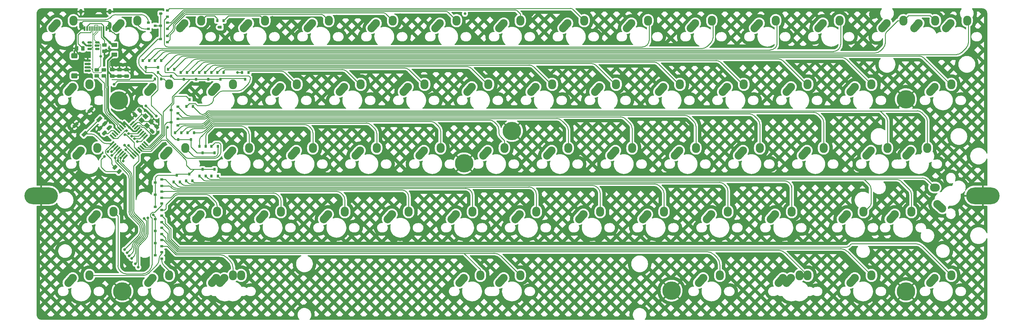
<source format=gbr>
G04 #@! TF.GenerationSoftware,KiCad,Pcbnew,(6.0.4)*
G04 #@! TF.CreationDate,2022-03-30T13:56:43+02:00*
G04 #@! TF.ProjectId,pcb,7063622e-6b69-4636-9164-5f7063625858,rev?*
G04 #@! TF.SameCoordinates,Original*
G04 #@! TF.FileFunction,Copper,L2,Bot*
G04 #@! TF.FilePolarity,Positive*
%FSLAX46Y46*%
G04 Gerber Fmt 4.6, Leading zero omitted, Abs format (unit mm)*
G04 Created by KiCad (PCBNEW (6.0.4)) date 2022-03-30 13:56:43*
%MOMM*%
%LPD*%
G01*
G04 APERTURE LIST*
G04 Aperture macros list*
%AMRoundRect*
0 Rectangle with rounded corners*
0 $1 Rounding radius*
0 $2 $3 $4 $5 $6 $7 $8 $9 X,Y pos of 4 corners*
0 Add a 4 corners polygon primitive as box body*
4,1,4,$2,$3,$4,$5,$6,$7,$8,$9,$2,$3,0*
0 Add four circle primitives for the rounded corners*
1,1,$1+$1,$2,$3*
1,1,$1+$1,$4,$5*
1,1,$1+$1,$6,$7*
1,1,$1+$1,$8,$9*
0 Add four rect primitives between the rounded corners*
20,1,$1+$1,$2,$3,$4,$5,0*
20,1,$1+$1,$4,$5,$6,$7,0*
20,1,$1+$1,$6,$7,$8,$9,0*
20,1,$1+$1,$8,$9,$2,$3,0*%
%AMHorizOval*
0 Thick line with rounded ends*
0 $1 width*
0 $2 $3 position (X,Y) of the first rounded end (center of the circle)*
0 $4 $5 position (X,Y) of the second rounded end (center of the circle)*
0 Add line between two ends*
20,1,$1,$2,$3,$4,$5,0*
0 Add two circle primitives to create the rounded ends*
1,1,$1,$2,$3*
1,1,$1,$4,$5*%
%AMRotRect*
0 Rectangle, with rotation*
0 The origin of the aperture is its center*
0 $1 length*
0 $2 width*
0 $3 Rotation angle, in degrees counterclockwise*
0 Add horizontal line*
21,1,$1,$2,0,0,$3*%
G04 Aperture macros list end*
G04 #@! TA.AperFunction,ComponentPad*
%ADD10O,10.000000X5.000000*%
G04 #@! TD*
G04 #@! TA.AperFunction,ComponentPad*
%ADD11C,5.500000*%
G04 #@! TD*
G04 #@! TA.AperFunction,ComponentPad*
%ADD12C,2.400000*%
G04 #@! TD*
G04 #@! TA.AperFunction,ComponentPad*
%ADD13HorizOval,2.400000X-0.669131X-0.743145X0.669131X0.743145X0*%
G04 #@! TD*
G04 #@! TA.AperFunction,ComponentPad*
%ADD14O,2.400000X2.950000*%
G04 #@! TD*
G04 #@! TA.AperFunction,ComponentPad*
%ADD15HorizOval,2.400000X-0.743145X0.669131X0.743145X-0.669131X0*%
G04 #@! TD*
G04 #@! TA.AperFunction,ComponentPad*
%ADD16O,2.950000X2.400000*%
G04 #@! TD*
G04 #@! TA.AperFunction,SMDPad,CuDef*
%ADD17R,0.800000X0.900000*%
G04 #@! TD*
G04 #@! TA.AperFunction,SMDPad,CuDef*
%ADD18R,0.900000X0.800000*%
G04 #@! TD*
G04 #@! TA.AperFunction,SMDPad,CuDef*
%ADD19RoundRect,0.250000X0.475000X-0.250000X0.475000X0.250000X-0.475000X0.250000X-0.475000X-0.250000X0*%
G04 #@! TD*
G04 #@! TA.AperFunction,SMDPad,CuDef*
%ADD20RoundRect,0.250000X0.159099X-0.512652X0.512652X-0.159099X-0.159099X0.512652X-0.512652X0.159099X0*%
G04 #@! TD*
G04 #@! TA.AperFunction,SMDPad,CuDef*
%ADD21RoundRect,0.250000X0.503814X0.132583X0.132583X0.503814X-0.503814X-0.132583X-0.132583X-0.503814X0*%
G04 #@! TD*
G04 #@! TA.AperFunction,SMDPad,CuDef*
%ADD22RoundRect,0.250000X0.262500X0.450000X-0.262500X0.450000X-0.262500X-0.450000X0.262500X-0.450000X0*%
G04 #@! TD*
G04 #@! TA.AperFunction,SMDPad,CuDef*
%ADD23RoundRect,0.250000X-0.450000X0.262500X-0.450000X-0.262500X0.450000X-0.262500X0.450000X0.262500X0*%
G04 #@! TD*
G04 #@! TA.AperFunction,SMDPad,CuDef*
%ADD24RoundRect,0.250000X0.512652X0.159099X0.159099X0.512652X-0.512652X-0.159099X-0.159099X-0.512652X0*%
G04 #@! TD*
G04 #@! TA.AperFunction,SMDPad,CuDef*
%ADD25RotRect,1.600000X0.550000X225.000000*%
G04 #@! TD*
G04 #@! TA.AperFunction,SMDPad,CuDef*
%ADD26RotRect,1.600000X0.550000X135.000000*%
G04 #@! TD*
G04 #@! TA.AperFunction,SMDPad,CuDef*
%ADD27RotRect,1.400000X1.200000X315.000000*%
G04 #@! TD*
G04 #@! TA.AperFunction,SMDPad,CuDef*
%ADD28RoundRect,0.150000X0.775000X-0.150000X0.775000X0.150000X-0.775000X0.150000X-0.775000X-0.150000X0*%
G04 #@! TD*
G04 #@! TA.AperFunction,SMDPad,CuDef*
%ADD29RoundRect,0.332800X0.567200X-0.467200X0.567200X0.467200X-0.567200X0.467200X-0.567200X-0.467200X0*%
G04 #@! TD*
G04 #@! TA.AperFunction,SMDPad,CuDef*
%ADD30RoundRect,0.150000X0.512500X0.150000X-0.512500X0.150000X-0.512500X-0.150000X0.512500X-0.150000X0*%
G04 #@! TD*
G04 #@! TA.AperFunction,SMDPad,CuDef*
%ADD31RoundRect,0.250000X-0.625000X0.375000X-0.625000X-0.375000X0.625000X-0.375000X0.625000X0.375000X0*%
G04 #@! TD*
G04 #@! TA.AperFunction,SMDPad,CuDef*
%ADD32R,0.600000X1.450000*%
G04 #@! TD*
G04 #@! TA.AperFunction,SMDPad,CuDef*
%ADD33R,0.300000X1.450000*%
G04 #@! TD*
G04 #@! TA.AperFunction,ComponentPad*
%ADD34O,1.000000X2.100000*%
G04 #@! TD*
G04 #@! TA.AperFunction,ComponentPad*
%ADD35O,1.000000X1.600000*%
G04 #@! TD*
G04 #@! TA.AperFunction,SMDPad,CuDef*
%ADD36RotRect,1.700000X1.000000X225.000000*%
G04 #@! TD*
G04 #@! TA.AperFunction,SMDPad,CuDef*
%ADD37RoundRect,0.250000X-0.159099X0.512652X-0.512652X0.159099X0.159099X-0.512652X0.512652X-0.159099X0*%
G04 #@! TD*
G04 #@! TA.AperFunction,ViaPad*
%ADD38C,0.800000*%
G04 #@! TD*
G04 #@! TA.AperFunction,Conductor*
%ADD39C,0.250000*%
G04 #@! TD*
G04 #@! TA.AperFunction,Conductor*
%ADD40C,0.500000*%
G04 #@! TD*
G04 #@! TA.AperFunction,Conductor*
%ADD41C,0.200000*%
G04 #@! TD*
G04 APERTURE END LIST*
D10*
X2381252Y-57125000D03*
X283368988Y-57125000D03*
D11*
X26625000Y-85725072D03*
X142875000Y-37750000D03*
X260430000Y-85725072D03*
X260425000Y-28227050D03*
X25600000Y-28575024D03*
X128587608Y-47425040D03*
X190500160Y-85525000D03*
D12*
X130850000Y-24575000D03*
D13*
X130219131Y-25281855D03*
D14*
X135850000Y-23775000D03*
D12*
X140375000Y-5525000D03*
D13*
X139744131Y-6231855D03*
D14*
X145375000Y-4725000D03*
D12*
X59412500Y-43625000D03*
D13*
X58781631Y-44331855D03*
D14*
X64412500Y-42825000D03*
D13*
X223087881Y-82431855D03*
D12*
X223718750Y-81725000D03*
D14*
X228718750Y-80925000D03*
D12*
X211812500Y-43625000D03*
D13*
X211181631Y-44331855D03*
D14*
X216812500Y-42825000D03*
D13*
X18300381Y-63381855D03*
D12*
X18931250Y-62675000D03*
D14*
X23931250Y-61875000D03*
D12*
X245150000Y-81725000D03*
D13*
X244519131Y-82431855D03*
D14*
X250150000Y-80925000D03*
D13*
X230231631Y-44331855D03*
D12*
X230862500Y-43625000D03*
D14*
X235862500Y-42825000D03*
D13*
X182606631Y-63381855D03*
D12*
X183237500Y-62675000D03*
D14*
X188237500Y-61875000D03*
D13*
X249281631Y-44331855D03*
D12*
X249912500Y-43625000D03*
D14*
X254912500Y-42825000D03*
D12*
X107037500Y-62675000D03*
D13*
X106406631Y-63381855D03*
D14*
X112037500Y-61875000D03*
D12*
X192762500Y-43625000D03*
D13*
X192131631Y-44331855D03*
D14*
X197762500Y-42825000D03*
D12*
X273725000Y-5525000D03*
D13*
X273094131Y-6231855D03*
D14*
X278725000Y-4725000D03*
D13*
X244519131Y-25281855D03*
D12*
X245150000Y-24575000D03*
D14*
X250150000Y-23775000D03*
D12*
X126087500Y-62675000D03*
D13*
X125456631Y-63381855D03*
D14*
X131087500Y-61875000D03*
D13*
X225469131Y-82431855D03*
D12*
X226100000Y-81725000D03*
D14*
X231100000Y-80925000D03*
D12*
X116562500Y-43625000D03*
D13*
X115931631Y-44331855D03*
D14*
X121562500Y-42825000D03*
D12*
X216575000Y-5525000D03*
D13*
X215944131Y-6231855D03*
D14*
X221575000Y-4725000D03*
D12*
X14168750Y-43625000D03*
D13*
X13537881Y-44331855D03*
D14*
X19168750Y-42825000D03*
D12*
X68937500Y-62675000D03*
D13*
X68306631Y-63381855D03*
D14*
X73937500Y-61875000D03*
D12*
X154662500Y-43625000D03*
D13*
X154031631Y-44331855D03*
D14*
X159662500Y-42825000D03*
D12*
X242768750Y-62675000D03*
D13*
X242137881Y-63381855D03*
D14*
X247768750Y-61875000D03*
D13*
X73069131Y-25281855D03*
D12*
X73700000Y-24575000D03*
D14*
X78700000Y-23775000D03*
D13*
X268331631Y-82431855D03*
D12*
X268962500Y-81725000D03*
D14*
X273962500Y-80925000D03*
D12*
X257056250Y-62675000D03*
D13*
X256425381Y-63381855D03*
D14*
X262056250Y-61875000D03*
D13*
X268331631Y-25281855D03*
D12*
X268962500Y-24575000D03*
D14*
X273962500Y-23775000D03*
D13*
X225469131Y-25281855D03*
D12*
X226100000Y-24575000D03*
D14*
X231100000Y-23775000D03*
D12*
X26075000Y-5525000D03*
D13*
X25444131Y-6231855D03*
D14*
X31075000Y-4725000D03*
D12*
X202287500Y-62675000D03*
D13*
X201656631Y-63381855D03*
D14*
X207287500Y-61875000D03*
D12*
X261818750Y-43625000D03*
D13*
X261187881Y-44331855D03*
D14*
X266818750Y-42825000D03*
D12*
X92750000Y-24575000D03*
D13*
X92119131Y-25281855D03*
D14*
X97750000Y-23775000D03*
D13*
X127837881Y-82431855D03*
D12*
X128468750Y-81725000D03*
D14*
X133468750Y-80925000D03*
D13*
X54019131Y-25281855D03*
D12*
X54650000Y-24575000D03*
D14*
X59650000Y-23775000D03*
D12*
X97512500Y-43625000D03*
D13*
X96881631Y-44331855D03*
D14*
X102512500Y-42825000D03*
D13*
X173081631Y-44331855D03*
D12*
X173712500Y-43625000D03*
D14*
X178712500Y-42825000D03*
D13*
X144506631Y-63381855D03*
D12*
X145137500Y-62675000D03*
D14*
X150137500Y-61875000D03*
D12*
X83225000Y-5525000D03*
D13*
X82594131Y-6231855D03*
D14*
X88225000Y-4725000D03*
D13*
X134981631Y-44331855D03*
D12*
X135612500Y-43625000D03*
D14*
X140612500Y-42825000D03*
D13*
X163556631Y-63381855D03*
D12*
X164187500Y-62675000D03*
D14*
X169187500Y-61875000D03*
D13*
X187369131Y-25281855D03*
D12*
X188000000Y-24575000D03*
D14*
X193000000Y-23775000D03*
D13*
X39731631Y-44331855D03*
D12*
X40362500Y-43625000D03*
D14*
X45362500Y-42825000D03*
D12*
X78462500Y-43625000D03*
D13*
X77831631Y-44331855D03*
D14*
X83462500Y-42825000D03*
D13*
X196894131Y-6231855D03*
D12*
X197525000Y-5525000D03*
D14*
X202525000Y-4725000D03*
D12*
X178475000Y-5525000D03*
D13*
X177844131Y-6231855D03*
D14*
X183475000Y-4725000D03*
D12*
X264200000Y-5525000D03*
D13*
X263569131Y-6231855D03*
D14*
X269200000Y-4725000D03*
D12*
X64175000Y-5525000D03*
D13*
X63544131Y-6231855D03*
D14*
X69175000Y-4725000D03*
D12*
X87987500Y-62675000D03*
D13*
X87356631Y-63381855D03*
D14*
X92987500Y-61875000D03*
D13*
X34969131Y-82431855D03*
D12*
X35600000Y-81725000D03*
D14*
X40600000Y-80925000D03*
D12*
X254675000Y-5525000D03*
D13*
X254044131Y-6231855D03*
D14*
X259675000Y-4725000D03*
D12*
X168950000Y-24575000D03*
D13*
X168319131Y-25281855D03*
D14*
X173950000Y-23775000D03*
D13*
X139744131Y-82431855D03*
D12*
X140375000Y-81725000D03*
D14*
X145375000Y-80925000D03*
D12*
X199906250Y-81725000D03*
D13*
X199275381Y-82431855D03*
D14*
X204906250Y-80925000D03*
D13*
X54019131Y-82431855D03*
D12*
X54650000Y-81725000D03*
D14*
X59650000Y-80925000D03*
D12*
X269843750Y-59650000D03*
D15*
X270550605Y-60280869D03*
D16*
X269043750Y-54650000D03*
D12*
X111800000Y-24575000D03*
D13*
X111169131Y-25281855D03*
D14*
X116800000Y-23775000D03*
D12*
X102275000Y-5525000D03*
D13*
X101644131Y-6231855D03*
D14*
X107275000Y-4725000D03*
D13*
X34969131Y-25281855D03*
D12*
X35600000Y-24575000D03*
D14*
X40600000Y-23775000D03*
D13*
X120694131Y-6231855D03*
D12*
X121325000Y-5525000D03*
D14*
X126325000Y-4725000D03*
D12*
X207050000Y-24575000D03*
D13*
X206419131Y-25281855D03*
D14*
X212050000Y-23775000D03*
D12*
X45125000Y-5525000D03*
D13*
X44494131Y-6231855D03*
D14*
X50125000Y-4725000D03*
D13*
X11156631Y-25281855D03*
D12*
X11787500Y-24575000D03*
D14*
X16787500Y-23775000D03*
D13*
X6394131Y-6231855D03*
D12*
X7025000Y-5525000D03*
D14*
X12025000Y-4725000D03*
D12*
X159425000Y-5525000D03*
D13*
X158794131Y-6231855D03*
D14*
X164425000Y-4725000D03*
D13*
X220706631Y-63381855D03*
D12*
X221337500Y-62675000D03*
D14*
X226337500Y-61875000D03*
D13*
X234994131Y-6231855D03*
D12*
X235625000Y-5525000D03*
D14*
X240625000Y-4725000D03*
D13*
X149269131Y-25281855D03*
D12*
X149900000Y-24575000D03*
D14*
X154900000Y-23775000D03*
D12*
X57031250Y-81725000D03*
D13*
X56400381Y-82431855D03*
D14*
X62031250Y-80925000D03*
D12*
X11787500Y-81725000D03*
D13*
X11156631Y-82431855D03*
D14*
X16787500Y-80925000D03*
D13*
X49256631Y-63381855D03*
D12*
X49887500Y-62675000D03*
D14*
X54887500Y-61875000D03*
D17*
X47550000Y-52650000D03*
X45650000Y-52650000D03*
X46600000Y-50650000D03*
D18*
X38400000Y-55850000D03*
X38400000Y-57750000D03*
X36400000Y-56800000D03*
D17*
X43800000Y-52950000D03*
X41900000Y-52950000D03*
X42850000Y-50950000D03*
D19*
X23650000Y-21300000D03*
X23650000Y-19400000D03*
D17*
X51300000Y-20250000D03*
X53200000Y-20250000D03*
X52250000Y-22250000D03*
D20*
X30428249Y-32921751D03*
X31771751Y-31578249D03*
D17*
X36300000Y-16700000D03*
X38200000Y-16700000D03*
X37250000Y-18700000D03*
D21*
X22645235Y-36845235D03*
X21354765Y-35554765D03*
D17*
X32700000Y-16700000D03*
X34600000Y-16700000D03*
X33650000Y-18700000D03*
D18*
X40050000Y-9300000D03*
X40050000Y-11200000D03*
X38050000Y-10250000D03*
X38400000Y-52250000D03*
X38400000Y-54150000D03*
X36400000Y-53200000D03*
D17*
X46100000Y-38300000D03*
X48000000Y-38300000D03*
X47050000Y-40300000D03*
X53200000Y-42300000D03*
X55100000Y-42300000D03*
X54150000Y-44300000D03*
D22*
X14812500Y-13050000D03*
X12987500Y-13050000D03*
D23*
X19000000Y-19437500D03*
X19000000Y-21262500D03*
D18*
X40050000Y-5300000D03*
X40050000Y-7200000D03*
X38050000Y-6250000D03*
D24*
X21221751Y-38321751D03*
X19878249Y-36978249D03*
D25*
X29600305Y-35496147D03*
X30165990Y-36061833D03*
X30731676Y-36627518D03*
X31297361Y-37193203D03*
X31863047Y-37758889D03*
X32428732Y-38324574D03*
X32994417Y-38890260D03*
X33560103Y-39455945D03*
D26*
X33560103Y-41506555D03*
X32994417Y-42072240D03*
X32428732Y-42637926D03*
X31863047Y-43203611D03*
X31297361Y-43769297D03*
X30731676Y-44334982D03*
X30165990Y-44900667D03*
X29600305Y-45466353D03*
D25*
X27549695Y-45466353D03*
X26984010Y-44900667D03*
X26418324Y-44334982D03*
X25852639Y-43769297D03*
X25286953Y-43203611D03*
X24721268Y-42637926D03*
X24155583Y-42072240D03*
X23589897Y-41506555D03*
D26*
X23589897Y-39455945D03*
X24155583Y-38890260D03*
X24721268Y-38324574D03*
X25286953Y-37758889D03*
X25852639Y-37193203D03*
X26418324Y-36627518D03*
X26984010Y-36061833D03*
X27549695Y-35496147D03*
D27*
X33573223Y-33371142D03*
X35128858Y-34926777D03*
X33926777Y-36128858D03*
X32371142Y-34573223D03*
D19*
X27850000Y-21300000D03*
X27850000Y-19400000D03*
D28*
X16300000Y-19700000D03*
X16300000Y-18700000D03*
X16300000Y-17700000D03*
X16300000Y-16700000D03*
D29*
X12275000Y-21200000D03*
X12275000Y-15200000D03*
D21*
X25645235Y-49895235D03*
X24354765Y-48604765D03*
D17*
X47650000Y-20250000D03*
X49550000Y-20250000D03*
X48600000Y-22250000D03*
D18*
X43200000Y-34150000D03*
X43200000Y-36050000D03*
X41200000Y-35100000D03*
D17*
X51500000Y-51200000D03*
X49600000Y-51200000D03*
X50550000Y-49200000D03*
D18*
X38400000Y-70350000D03*
X38400000Y-72250000D03*
X36400000Y-71300000D03*
X43200000Y-30500000D03*
X43200000Y-32400000D03*
X41200000Y-31450000D03*
D19*
X25750000Y-21300000D03*
X25750000Y-19400000D03*
D17*
X54950000Y-4700000D03*
X56850000Y-4700000D03*
X55900000Y-6700000D03*
X38200000Y-22200000D03*
X36300000Y-22200000D03*
X37250000Y-20200000D03*
D23*
X21300000Y-12037500D03*
X21300000Y-13862500D03*
D30*
X19112980Y-11266500D03*
X19112980Y-12216500D03*
X19112980Y-13166500D03*
X16837980Y-13166500D03*
X16837980Y-12216500D03*
X16837980Y-11266500D03*
D23*
X21100000Y-19437500D03*
X21100000Y-21262500D03*
D31*
X24250000Y-12050000D03*
X24250000Y-14850000D03*
D17*
X49600000Y-42300000D03*
X51500000Y-42300000D03*
X50550000Y-44300000D03*
D18*
X38400000Y-66700000D03*
X38400000Y-68600000D03*
X36400000Y-67650000D03*
X38400000Y-74000000D03*
X38400000Y-75900000D03*
X36400000Y-74950000D03*
D17*
X44000000Y-20250000D03*
X45900000Y-20250000D03*
X44950000Y-22250000D03*
D18*
X38400000Y-63100000D03*
X38400000Y-65000000D03*
X36400000Y-64050000D03*
X40050000Y-1650000D03*
X40050000Y-3550000D03*
X38050000Y-2600000D03*
X38400000Y-59450000D03*
X38400000Y-61350000D03*
X36400000Y-60400000D03*
D17*
X40200000Y-19300000D03*
X42100000Y-19300000D03*
X41150000Y-21300000D03*
D32*
X15315000Y-7080000D03*
X16115000Y-7080000D03*
D33*
X17315000Y-7080000D03*
X18315000Y-7080000D03*
X18815000Y-7080000D03*
X19815000Y-7080000D03*
D32*
X21015000Y-7080000D03*
X21815000Y-7080000D03*
X21815000Y-7080000D03*
X21015000Y-7080000D03*
D33*
X20315000Y-7080000D03*
X19315000Y-7080000D03*
X17815000Y-7080000D03*
X16815000Y-7080000D03*
D32*
X16115000Y-7080000D03*
X15315000Y-7080000D03*
D34*
X22885000Y-6165000D03*
D35*
X22885000Y-1985000D03*
X14245000Y-1985000D03*
D34*
X14245000Y-6165000D03*
D17*
X47650000Y-30350000D03*
X45750000Y-30350000D03*
X46700000Y-28350000D03*
D18*
X34400000Y-7200000D03*
X34400000Y-5300000D03*
X36400000Y-6250000D03*
D36*
X17083883Y-31479111D03*
X12629111Y-35933883D03*
X19770889Y-34166117D03*
X15316117Y-38620889D03*
D17*
X54950000Y-20250000D03*
X56850000Y-20250000D03*
X55900000Y-22250000D03*
D37*
X36821751Y-36478249D03*
X35478249Y-37821751D03*
D17*
X42350000Y-38300000D03*
X44250000Y-38300000D03*
X43300000Y-40300000D03*
X55100000Y-51200000D03*
X53200000Y-51200000D03*
X54150000Y-49200000D03*
X62350000Y-20250000D03*
X64250000Y-20250000D03*
X63300000Y-22250000D03*
D38*
X128850000Y-2650000D03*
X37400000Y-49650000D03*
X26000000Y-1450000D03*
X257750000Y-2850000D03*
X71400000Y-3700000D03*
X250750000Y-2850000D03*
X21750000Y-13500000D03*
X45150000Y-26250000D03*
X109500000Y-2950000D03*
X148150000Y-2300000D03*
X39350000Y-41350000D03*
X18700000Y-12200000D03*
X90600000Y-3350000D03*
X52200000Y-11300000D03*
X13950000Y-50800000D03*
X20200000Y-15400000D03*
X16600000Y-17650000D03*
X28676774Y-36623226D03*
X21250000Y-45350000D03*
X24200000Y-14800000D03*
X16650000Y-19700000D03*
X38200000Y-2650000D03*
X55400000Y-6700000D03*
X36750000Y-33300000D03*
X33650000Y-30200000D03*
X40050000Y-36650000D03*
X27850000Y-37700000D03*
X35800000Y-62800000D03*
X14910388Y-11289612D03*
X22860388Y-11289612D03*
X22300480Y-43899520D03*
X31050000Y-40850000D03*
X31350000Y-78500000D03*
X34225000Y-63775000D03*
X30500000Y-77450000D03*
X30250000Y-40050000D03*
X33075000Y-63875000D03*
X29400000Y-39300000D03*
X28500000Y-38550000D03*
X29400000Y-75850000D03*
X28450000Y-42100000D03*
X27275000Y-41975000D03*
X27575000Y-43375000D03*
X26850000Y-46750000D03*
X28650000Y-75100000D03*
X26050000Y-45800000D03*
X25250000Y-46650000D03*
X28050000Y-74150000D03*
X27300000Y-73250000D03*
X24500000Y-45800000D03*
X23500000Y-45050000D03*
X23350000Y-43900000D03*
X23100000Y-36450000D03*
X27399897Y-38850103D03*
X24100000Y-23750000D03*
X60950000Y-20250000D03*
D39*
X24950000Y-13500000D02*
X25525000Y-12925000D01*
D40*
X12300000Y-15375000D02*
X12275000Y-15400000D01*
D39*
X36680330Y-36478249D02*
X35128858Y-34926777D01*
D40*
X13550000Y-14650000D02*
X14787500Y-15887500D01*
X24300000Y-36771936D02*
X25286953Y-37758889D01*
D39*
X31250651Y-36108543D02*
X31963276Y-36108543D01*
D40*
X13550000Y-14650000D02*
X15600000Y-16700000D01*
X14815000Y-6735000D02*
X15160000Y-7080000D01*
D39*
X23612494Y-16200000D02*
X22824040Y-16988454D01*
X25000000Y-16200000D02*
X23612494Y-16200000D01*
D40*
X24300000Y-35957406D02*
X24300000Y-36771936D01*
D39*
X35128858Y-33228858D02*
X32500000Y-30600000D01*
X22885000Y-6165000D02*
X22885000Y-7465000D01*
D40*
X15600000Y-16700000D02*
X16150000Y-16700000D01*
X18017979Y-29675383D02*
X18017979Y-29517979D01*
D39*
X14245000Y-5615000D02*
X14924521Y-4935479D01*
D40*
X12987500Y-13050000D02*
X12592893Y-13444607D01*
D39*
X32683018Y-34885099D02*
X32371142Y-34573223D01*
D40*
X12805960Y-8731546D02*
X12805959Y-11405959D01*
D39*
X25525000Y-11075000D02*
X25525000Y-12925000D01*
X23650000Y-19400000D02*
X27850000Y-19400000D01*
D40*
X18017979Y-27817979D02*
X14787500Y-24587500D01*
D39*
X35128858Y-34926777D02*
X35087180Y-34885099D01*
X31591078Y-30491078D02*
X31058922Y-30491078D01*
X35128858Y-34926777D02*
X35128858Y-33228858D01*
X14924521Y-4935479D02*
X22375479Y-4935479D01*
X29150000Y-20700000D02*
X29150000Y-21850000D01*
X32500000Y-30600000D02*
X32391078Y-30491078D01*
X33120226Y-36629775D02*
X35399373Y-38908922D01*
X32391078Y-30491078D02*
X31591078Y-30491078D01*
D40*
X14245000Y-6165000D02*
X14815000Y-6735000D01*
D39*
X28700000Y-22300000D02*
X23462494Y-22300000D01*
D40*
X15160000Y-7080000D02*
X15315000Y-7080000D01*
X18017979Y-30545015D02*
X18017979Y-29517979D01*
D39*
X25525000Y-19175000D02*
X25750000Y-19400000D01*
D40*
X14815000Y-6735000D02*
X14802506Y-6735000D01*
D39*
X21750000Y-13500000D02*
X24950000Y-13500000D01*
X22885000Y-1985000D02*
X14245000Y-1985000D01*
X25525000Y-9025000D02*
X25525000Y-11075000D01*
D40*
X12300000Y-14151714D02*
X12300000Y-15375000D01*
X14787500Y-24587500D02*
X14787500Y-20987500D01*
D39*
X21815000Y-7080000D02*
X21970000Y-7080000D01*
D40*
X12805959Y-11405959D02*
X12805959Y-13077532D01*
D39*
X29950000Y-32443502D02*
X30428249Y-32921751D01*
D40*
X20075960Y-31733364D02*
X21671298Y-33328702D01*
D39*
X24678064Y-37150000D02*
X25286953Y-37758889D01*
D40*
X22071298Y-33728702D02*
X24300000Y-35957406D01*
D39*
X35087180Y-34885099D02*
X32683018Y-34885099D01*
D40*
X14787500Y-15887500D02*
X14787500Y-19960349D01*
D39*
X24002214Y-8300479D02*
X24601735Y-8900000D01*
D40*
X14802506Y-6735000D02*
X12805960Y-8731546D01*
X17083883Y-31479111D02*
X12629111Y-35933883D01*
X22071298Y-34838232D02*
X19931281Y-36978249D01*
X13391746Y-14491746D02*
X14787500Y-15887500D01*
D39*
X31058922Y-30491078D02*
X29950000Y-31600000D01*
X23720479Y-8300479D02*
X24002214Y-8300479D01*
X22824040Y-18574040D02*
X23650000Y-19400000D01*
X29150000Y-21850000D02*
X28700000Y-22300000D01*
X25525000Y-14725000D02*
X25525000Y-15675000D01*
X25400000Y-8900000D02*
X25525000Y-9025000D01*
X24601735Y-8900000D02*
X25400000Y-8900000D01*
D40*
X22071298Y-33728702D02*
X22071298Y-34838232D01*
D39*
X15315000Y-7080000D02*
X15300000Y-7095000D01*
X22885000Y-7465000D02*
X23720479Y-8300479D01*
D40*
X21671298Y-33328702D02*
X18017979Y-29675383D01*
X12805959Y-11405959D02*
X12805959Y-12868459D01*
D39*
X36821751Y-38328249D02*
X36821751Y-36478249D01*
X22824040Y-16988454D02*
X22824040Y-18574040D01*
D40*
X14787500Y-20987500D02*
X12287500Y-20987500D01*
D39*
X36241078Y-38908922D02*
X36821751Y-38328249D01*
X14245000Y-6165000D02*
X14245000Y-5615000D01*
X30731676Y-36627518D02*
X31250651Y-36108543D01*
D40*
X12805959Y-12868459D02*
X12987500Y-13050000D01*
D39*
X25525000Y-12925000D02*
X25525000Y-14725000D01*
X31963276Y-36108543D02*
X32484508Y-36629775D01*
X32484508Y-36629775D02*
X33120226Y-36629775D01*
X25525000Y-15675000D02*
X25000000Y-16200000D01*
D40*
X17083883Y-31479111D02*
X18017979Y-30545015D01*
X18017979Y-29517979D02*
X18017979Y-27817979D01*
X21671298Y-33328702D02*
X22071298Y-33728702D01*
X22071298Y-34838232D02*
X21354765Y-35554765D01*
D39*
X35399373Y-38908922D02*
X36241078Y-38908922D01*
X22375479Y-4935479D02*
X22885000Y-5445000D01*
X27850000Y-19400000D02*
X29150000Y-20700000D01*
X22885000Y-5445000D02*
X22885000Y-6165000D01*
X21970000Y-7080000D02*
X22885000Y-6165000D01*
X29950000Y-31600000D02*
X29950000Y-32443502D01*
D40*
X14787500Y-20987500D02*
X14787500Y-19960349D01*
X19931281Y-36978249D02*
X19878249Y-36978249D01*
X12287500Y-20987500D02*
X12275000Y-21000000D01*
D39*
X36821751Y-36478249D02*
X36680330Y-36478249D01*
D40*
X12805949Y-13077532D02*
G75*
G03*
X13391746Y-14491746I2000051J32D01*
G01*
X12300010Y-14151714D02*
G75*
G02*
X12592893Y-13444607I999990J14D01*
G01*
D41*
X17800000Y-12552697D02*
X17800000Y-19550000D01*
X18815000Y-7080000D02*
X18815000Y-8054022D01*
X17815000Y-8054022D02*
X17815000Y-7080000D01*
X17186197Y-13166500D02*
X16837980Y-13166500D01*
X17815000Y-9054022D02*
X17815000Y-9285000D01*
X17815000Y-12537697D02*
X17186197Y-13166500D01*
X17815000Y-7080000D02*
X17815000Y-9285000D01*
X18815000Y-8054022D02*
X18764511Y-8104511D01*
X17800000Y-19550000D02*
X16950000Y-18700000D01*
X17800000Y-19550000D02*
X17800000Y-19928098D01*
X17815000Y-9285000D02*
X17815000Y-10235000D01*
X17815000Y-10235000D02*
X17815000Y-12537697D01*
X18815000Y-8054022D02*
X17815000Y-9054022D01*
X17800000Y-19928098D02*
X18171902Y-20300000D01*
X20237500Y-20300000D02*
X21100000Y-19437500D01*
X18171902Y-20300000D02*
X20237500Y-20300000D01*
X17023500Y-13166500D02*
X17371717Y-13166500D01*
X17186197Y-13166500D02*
X17800000Y-12552697D01*
X16950000Y-18700000D02*
X16150000Y-18700000D01*
X19461197Y-11266500D02*
X20200000Y-12005303D01*
X18315000Y-7080000D02*
X18315000Y-6105978D01*
X19263489Y-6055489D02*
X19315000Y-6107000D01*
X18315000Y-6105978D02*
X18365489Y-6055489D01*
X20200000Y-12005303D02*
X20200000Y-14250000D01*
X19112980Y-11266500D02*
X19461197Y-11266500D01*
X19315000Y-8119028D02*
X18214520Y-9219508D01*
X18214520Y-9219508D02*
X18214520Y-10368040D01*
X19315000Y-7080000D02*
X19315000Y-8119028D01*
X18214520Y-10368040D02*
X19112980Y-11266500D01*
X20200000Y-14250000D02*
X20200000Y-15400000D01*
X19315000Y-6107000D02*
X19315000Y-7080000D01*
X18365489Y-6055489D02*
X19263489Y-6055489D01*
X20200000Y-18237500D02*
X19000000Y-19437500D01*
X20200000Y-15400000D02*
X20200000Y-18237500D01*
D39*
X32300000Y-32796452D02*
X32300000Y-32106498D01*
X33573223Y-33371142D02*
X33078248Y-32876167D01*
X33078248Y-32876167D02*
X32220285Y-32876167D01*
X32300000Y-32106498D02*
X31771751Y-31578249D01*
X31298226Y-33798226D02*
X32300000Y-32796452D01*
X32220285Y-32876167D02*
X31298226Y-33798226D01*
X31298226Y-33798226D02*
X29600305Y-35496147D01*
X31645225Y-35154774D02*
X31073049Y-35154774D01*
X30138167Y-36061833D02*
X30100000Y-36100000D01*
X30165990Y-36061833D02*
X30138167Y-36061833D01*
X35478249Y-37821751D02*
X35478249Y-37680330D01*
X31073049Y-35154774D02*
X30165990Y-36061833D01*
X32619309Y-36128858D02*
X31645225Y-35154774D01*
X35478249Y-37680330D02*
X33926777Y-36128858D01*
X33926777Y-36128858D02*
X32619309Y-36128858D01*
X22300000Y-38550000D02*
X21450000Y-38550000D01*
X24721268Y-38324574D02*
X23946694Y-37550000D01*
X23300000Y-37550000D02*
X22300000Y-38550000D01*
X23946694Y-37550000D02*
X23300000Y-37550000D01*
X21450000Y-38550000D02*
X21221751Y-38321751D01*
D40*
X30653386Y-37837178D02*
X31297361Y-37193203D01*
D39*
X21352342Y-49602342D02*
X20542893Y-48792893D01*
X25645235Y-49895235D02*
X22059449Y-49895235D01*
D40*
X28676774Y-36623226D02*
X29890726Y-37837178D01*
X22249520Y-19749520D02*
X22249520Y-24248542D01*
X22249520Y-19300480D02*
X22249520Y-16750480D01*
X29890726Y-37837178D02*
X30653386Y-37837178D01*
D39*
X20542893Y-46057107D02*
X21250000Y-45350000D01*
D40*
X25653300Y-35050000D02*
X26000000Y-35050000D01*
X27549695Y-35496147D02*
X26984010Y-36061833D01*
X26446147Y-35496147D02*
X27549695Y-35496147D01*
X22400489Y-24399511D02*
X22400489Y-30968762D01*
X22986276Y-32382976D02*
X25653300Y-35050000D01*
X23650000Y-21300000D02*
X27850000Y-21300000D01*
X26000000Y-35050000D02*
X26984010Y-36034010D01*
X22249520Y-19899520D02*
X23650000Y-21300000D01*
X22249520Y-16750480D02*
X24200000Y-14800000D01*
D39*
X20250000Y-48085786D02*
X20250000Y-46764214D01*
D40*
X26000000Y-35050000D02*
X26446147Y-35496147D01*
X22249520Y-24248542D02*
X22400489Y-24399511D01*
X26984010Y-36034010D02*
X26984010Y-36061833D01*
X22249520Y-19749520D02*
X22249520Y-19300480D01*
D39*
X27850000Y-21300000D02*
X23350000Y-21300000D01*
D40*
X22249520Y-19749520D02*
X22249520Y-19899520D01*
X27549695Y-35496147D02*
X28676774Y-36623226D01*
D39*
X20250010Y-48085786D02*
G75*
G03*
X20542893Y-48792893I999990J-14D01*
G01*
D40*
X22986277Y-32382975D02*
G75*
G02*
X22400489Y-30968762I1414213J1414215D01*
G01*
D39*
X20250010Y-46764214D02*
G75*
G02*
X20542893Y-46057107I999990J14D01*
G01*
X22059449Y-49895190D02*
G75*
G02*
X21352342Y-49602342I-49J999990D01*
G01*
X31075000Y-5925000D02*
X31764214Y-6614214D01*
X33178427Y-7200000D02*
X34400000Y-7200000D01*
X31200000Y-4900000D02*
X31075000Y-5025000D01*
X31075000Y-4725000D02*
X31075000Y-5925000D01*
X31764200Y-6614228D02*
G75*
G03*
X33178427Y-7200000I1414200J1414228D01*
G01*
X37150000Y-10250000D02*
X38050000Y-10250000D01*
X38350000Y-38600000D02*
X34700000Y-42250000D01*
X35275479Y-27405044D02*
X35275479Y-30025479D01*
X33650000Y-18700000D02*
X37250000Y-18700000D01*
X37193741Y-25486782D02*
X35275479Y-27405044D01*
X38050000Y-2600000D02*
X38050000Y-10250000D01*
X33650000Y-18700000D02*
X33650000Y-20199022D01*
X35991915Y-20491915D02*
X37193741Y-21693741D01*
X33650000Y-20199022D02*
X35284808Y-20199022D01*
X35275479Y-30025479D02*
X38350000Y-33100000D01*
X34700000Y-42250000D02*
X34303548Y-42250000D01*
X55900000Y-6700000D02*
X55400000Y-6700000D01*
X37193741Y-21693741D02*
X37193741Y-25486782D01*
X36400000Y-6250000D02*
X38050000Y-6250000D01*
X33650000Y-20199022D02*
X32085786Y-18634808D01*
X34303548Y-42250000D02*
X33560103Y-41506555D01*
X31500000Y-17220595D02*
X31500000Y-16728427D01*
X32085787Y-15314213D02*
X37150000Y-10250000D01*
X38350000Y-33100000D02*
X38350000Y-38600000D01*
X31500004Y-17220595D02*
G75*
G03*
X32085786Y-18634808I1999996J-5D01*
G01*
X35284808Y-20199010D02*
G75*
G02*
X35991915Y-20491915I-8J-999990D01*
G01*
X32085773Y-15314199D02*
G75*
G03*
X31500000Y-16728427I1414227J-1414201D01*
G01*
X46764282Y-22250000D02*
X47550000Y-22250000D01*
X41500000Y-29314282D02*
X38799520Y-32014762D01*
X38799520Y-38786198D02*
X34886198Y-42699520D01*
X38799520Y-32014762D02*
X38799520Y-38786198D01*
X63025480Y-21975480D02*
X56174520Y-21975480D01*
X42100000Y-22250000D02*
X41150000Y-21300000D01*
X47550000Y-22250000D02*
X42100000Y-22250000D01*
X43814282Y-25200000D02*
X43307141Y-25707141D01*
X34886198Y-42699520D02*
X33621697Y-42699520D01*
X56174520Y-21975480D02*
X55900000Y-22250000D01*
X43307141Y-25707141D02*
X41500000Y-27514283D01*
X63300000Y-22250000D02*
X63025480Y-21975480D01*
X33621697Y-42699520D02*
X32994417Y-42072240D01*
X41500000Y-27514283D02*
X41500000Y-29314282D01*
X38350000Y-21300000D02*
X37250000Y-20200000D01*
X43307141Y-25707141D02*
X46764282Y-22250000D01*
X55900000Y-22250000D02*
X47550000Y-22250000D01*
X41150000Y-21300000D02*
X38350000Y-21300000D01*
X40850479Y-8949521D02*
X41976628Y-7823372D01*
X42269521Y-7116265D02*
X42269521Y-6394693D01*
X42562414Y-5687586D02*
X45107587Y-3142413D01*
X40850479Y-10399521D02*
X40850479Y-8949521D01*
X40050000Y-11200000D02*
X40850479Y-10399521D01*
X45814694Y-2849520D02*
X85935306Y-2849520D01*
X86642413Y-3142413D02*
X88225000Y-4725000D01*
X86642406Y-3142420D02*
G75*
G03*
X85935306Y-2849520I-707106J-707080D01*
G01*
X45814694Y-2849510D02*
G75*
G03*
X45107587Y-3142413I6J-999990D01*
G01*
X42269490Y-7116265D02*
G75*
G02*
X41976628Y-7823372I-999990J-35D01*
G01*
X42562422Y-5687594D02*
G75*
G03*
X42269521Y-6394693I707078J-707106D01*
G01*
X159350000Y-1050000D02*
X45500000Y-1050000D01*
X164425000Y-4725000D02*
X161050000Y-1350000D01*
X164425000Y-4725000D02*
X161042893Y-1342893D01*
X40650000Y-1050000D02*
X45050000Y-1050000D01*
X45050000Y-1050000D02*
X44650000Y-1050000D01*
X40050000Y-1650000D02*
X40650000Y-1050000D01*
X45500000Y-1050000D02*
X45050000Y-1050000D01*
X160335786Y-1050000D02*
X159350000Y-1050000D01*
X160335786Y-1050010D02*
G75*
G02*
X161042893Y-1342893I14J-999990D01*
G01*
X40050000Y-3550000D02*
X39150000Y-4450000D01*
X181771573Y-12605280D02*
X56255280Y-12605280D01*
X40150000Y-12602880D02*
X56252880Y-12602880D01*
X56252880Y-12602880D02*
X56255280Y-12605280D01*
X183475000Y-4725000D02*
X183799521Y-5049521D01*
X56233870Y-12605280D02*
X56255280Y-12605280D01*
X39150000Y-4450000D02*
X39150000Y-11602880D01*
X183213734Y-11991546D02*
X183185786Y-12019494D01*
X183799521Y-5049521D02*
X183799521Y-10577332D01*
X39150020Y-11602880D02*
G75*
G03*
X40150000Y-12602880I999980J-20D01*
G01*
X183799537Y-10577332D02*
G75*
G02*
X183213734Y-11991546I-2000037J32D01*
G01*
X183185795Y-12019503D02*
G75*
G02*
X181771573Y-12605280I-1414195J1414203D01*
G01*
X38200000Y-22200000D02*
X39025000Y-22200000D01*
X39025000Y-22200000D02*
X40600000Y-23775000D01*
X51550960Y-3299040D02*
X54149040Y-3299040D01*
X54149040Y-3299040D02*
X54950000Y-4100000D01*
X50125000Y-4725000D02*
X51550960Y-3299040D01*
X49333231Y-3933231D02*
X50125000Y-4725000D01*
X54950000Y-4100000D02*
X54950000Y-4700000D01*
X50125000Y-4725000D02*
X50125000Y-4450000D01*
X73897053Y-19800480D02*
X65749520Y-19800480D01*
X64549520Y-19800480D02*
X65950000Y-19800480D01*
X64250000Y-20250000D02*
X64250000Y-20100000D01*
X64250000Y-20100000D02*
X64549520Y-19800480D01*
X78700000Y-23775000D02*
X75311266Y-20386266D01*
X75311294Y-20386238D02*
G75*
G03*
X73897053Y-19800480I-1414194J-1414262D01*
G01*
X57126987Y-18901440D02*
X57751440Y-18901440D01*
X112212227Y-19487227D02*
X116800000Y-24075000D01*
X54950000Y-20250000D02*
X55712774Y-19487226D01*
X57751440Y-18901440D02*
X110798013Y-18901440D01*
X110798013Y-18901420D02*
G75*
G02*
X112212226Y-19487228I-13J-1999980D01*
G01*
X55712789Y-19487241D02*
G75*
G02*
X57126987Y-18901440I1414211J-1414159D01*
G01*
X56850000Y-20250000D02*
X56850000Y-19751920D01*
X93611747Y-19936747D02*
X97750000Y-24075000D01*
X56850000Y-19751920D02*
X57250960Y-19350960D01*
X57250960Y-19350960D02*
X92197533Y-19350960D01*
X92197533Y-19350949D02*
G75*
G02*
X93611747Y-19936747I-33J-2000051D01*
G01*
X147996093Y-17999520D02*
X146600480Y-17999520D01*
X146600480Y-17999520D02*
X146597600Y-18002400D01*
X56302400Y-18002400D02*
X54376027Y-18002400D01*
X154900000Y-24075000D02*
X149410306Y-18585306D01*
X146597600Y-18002400D02*
X56302400Y-18002400D01*
X52961813Y-18588187D02*
X51300000Y-20250000D01*
X149410305Y-18585307D02*
G75*
G03*
X147996093Y-17999520I-1414205J-1414193D01*
G01*
X52961799Y-18588173D02*
G75*
G02*
X54376027Y-18002400I1414201J-1414227D01*
G01*
X163099520Y-17100480D02*
X53300480Y-17100480D01*
X185197053Y-17100480D02*
X165750000Y-17100480D01*
X193000000Y-24075000D02*
X186611266Y-17686266D01*
X165750000Y-17100480D02*
X163099520Y-17100480D01*
X47650000Y-20250000D02*
X50213734Y-17686266D01*
X51627947Y-17100480D02*
X53300480Y-17100480D01*
X51627947Y-17100520D02*
G75*
G03*
X50213735Y-17686267I-47J-1999980D01*
G01*
X186611294Y-17686238D02*
G75*
G03*
X185197053Y-17100480I-1414194J-1414262D01*
G01*
X49550000Y-20250000D02*
X51664214Y-18135786D01*
X168010787Y-18135787D02*
X173950000Y-24075000D01*
X54050000Y-17550000D02*
X166596573Y-17550000D01*
X53078427Y-17550000D02*
X54050000Y-17550000D01*
X168010801Y-18135773D02*
G75*
G03*
X166596573Y-17550000I-1414201J-1414227D01*
G01*
X53078427Y-17550020D02*
G75*
G03*
X51664215Y-18135787I-27J-1999980D01*
G01*
X54285786Y-45900000D02*
X46181909Y-45900000D01*
X39700000Y-39832305D02*
X39700000Y-37000000D01*
X45474802Y-45607107D02*
X39700000Y-39832305D01*
X36750000Y-33300000D02*
X33650000Y-30200000D01*
X39700000Y-37000000D02*
X40050000Y-36650000D01*
X53200000Y-42300000D02*
X54103554Y-41396446D01*
X54457107Y-41250000D02*
X55292893Y-41250000D01*
X55707107Y-44892893D02*
X54992893Y-45607107D01*
X55646447Y-41396447D02*
X55853554Y-41603554D01*
X56000000Y-41957107D02*
X56000000Y-44185786D01*
X36750000Y-33300000D02*
X35000000Y-31550000D01*
X46181909Y-45899993D02*
G75*
G02*
X45474803Y-45607106I-9J999993D01*
G01*
X55999990Y-44185786D02*
G75*
G02*
X55707107Y-44892893I-999990J-14D01*
G01*
X54285786Y-45899990D02*
G75*
G03*
X54992893Y-45607107I14J999990D01*
G01*
X54457107Y-41250005D02*
G75*
G03*
X54103554Y-41396446I-7J-499995D01*
G01*
X55646450Y-41396444D02*
G75*
G03*
X55292893Y-41250000I-353550J-353556D01*
G01*
X55999995Y-41957107D02*
G75*
G03*
X55853554Y-41603554I-499995J7D01*
G01*
X45362500Y-42825000D02*
X47694607Y-45157107D01*
X45362500Y-43125000D02*
X46338469Y-42149031D01*
X48401714Y-45450000D02*
X54084808Y-45450000D01*
X54791915Y-45157107D02*
X54807107Y-45141915D01*
X55100000Y-44434808D02*
X55100000Y-42300000D01*
X47694600Y-45157114D02*
G75*
G03*
X48401714Y-45450000I707100J707114D01*
G01*
X55100005Y-44434808D02*
G75*
G02*
X54807106Y-45141914I-1000005J8D01*
G01*
X54084808Y-45450005D02*
G75*
G03*
X54791914Y-45157106I-8J1000005D01*
G01*
X36085718Y-42135718D02*
X36371435Y-41850000D01*
X39249040Y-35850960D02*
X40000000Y-35100000D01*
X40000000Y-35100000D02*
X41200000Y-35100000D01*
X42450000Y-40300000D02*
X43300000Y-40300000D01*
X47050000Y-42450000D02*
X48900000Y-44300000D01*
X35064535Y-43156900D02*
X35160718Y-43060717D01*
X54150000Y-44300000D02*
X50550000Y-44300000D01*
X42349521Y-27300479D02*
X41950000Y-27700000D01*
X32428732Y-42637926D02*
X32947706Y-43156900D01*
X48900000Y-44300000D02*
X50550000Y-44300000D01*
X35160718Y-43060717D02*
X36085718Y-42135718D01*
X47050000Y-40300000D02*
X47050000Y-42450000D01*
X32947706Y-43156900D02*
X35064535Y-43156900D01*
X41200000Y-30250000D02*
X41950000Y-29500000D01*
X46700000Y-28350000D02*
X45650479Y-27300479D01*
X41200000Y-31450000D02*
X41200000Y-30250000D01*
X39249040Y-38972395D02*
X39249040Y-35850960D01*
X36085718Y-42135718D02*
X39249040Y-38972395D01*
X45650479Y-27300479D02*
X42349521Y-27300479D01*
X41950000Y-27700000D02*
X41950000Y-29500000D01*
X47050000Y-40300000D02*
X43300000Y-40300000D01*
X41200000Y-31450000D02*
X41200000Y-39050000D01*
X41200000Y-39050000D02*
X42450000Y-40300000D01*
X38400000Y-59899022D02*
X36249022Y-62050000D01*
X36249022Y-62050000D02*
X35525386Y-62050000D01*
X38400000Y-59450000D02*
X38400000Y-59899022D01*
X32760375Y-80475480D02*
X27703907Y-80475480D01*
X34864213Y-79200069D02*
X34174588Y-79889694D01*
X26289693Y-79889693D02*
X25872515Y-79472515D01*
X35450000Y-63850000D02*
X35450000Y-77785855D01*
X25286729Y-78058302D02*
X25286729Y-63230479D01*
X25286729Y-63230479D02*
X23931250Y-61875000D01*
X34950000Y-62625386D02*
X34950000Y-63350000D01*
X35525386Y-62050000D02*
X34950000Y-62625386D01*
X34950000Y-63350000D02*
X35450000Y-63850000D01*
X35449968Y-77785855D02*
G75*
G02*
X34864213Y-79200069I-1999968J-45D01*
G01*
X34174596Y-79889702D02*
G75*
G02*
X32760375Y-80475480I-1414196J1414202D01*
G01*
X26289694Y-79889692D02*
G75*
G03*
X27703907Y-80475480I1414206J1414192D01*
G01*
X25286720Y-78058302D02*
G75*
G03*
X25872516Y-79472514I1999980J2D01*
G01*
X48200000Y-49200000D02*
X48050000Y-49200000D01*
X46900000Y-49200000D02*
X45700000Y-48000000D01*
X48050000Y-49200000D02*
X46600000Y-50650000D01*
X46600000Y-50650000D02*
X43150000Y-50650000D01*
X45700000Y-48000000D02*
X45700000Y-46882237D01*
X54150000Y-49200000D02*
X50550000Y-49200000D01*
X43150000Y-50650000D02*
X42850000Y-50950000D01*
X50550000Y-49200000D02*
X48200000Y-49200000D01*
X36400000Y-52114214D02*
X36400000Y-53200000D01*
X42850000Y-50950000D02*
X37564214Y-50950000D01*
X39731977Y-40500000D02*
X38357152Y-40500000D01*
X32382022Y-43722586D02*
X31863047Y-43203611D01*
X35134566Y-43722586D02*
X32382022Y-43722586D01*
X45407107Y-46175130D02*
X39731977Y-40500000D01*
X38357152Y-40500000D02*
X35134566Y-43722586D01*
X36400000Y-60400000D02*
X36400000Y-56800000D01*
X36857107Y-51242893D02*
X36692893Y-51407107D01*
X48200000Y-49200000D02*
X46900000Y-49200000D01*
X36400000Y-56800000D02*
X36400000Y-53200000D01*
X45407125Y-46175112D02*
G75*
G02*
X45700000Y-46882237I-707125J-707088D01*
G01*
X36857100Y-51242886D02*
G75*
G02*
X37564214Y-50950000I707100J-707114D01*
G01*
X36692886Y-51407100D02*
G75*
G03*
X36400000Y-52114214I707114J-707100D01*
G01*
X38400000Y-74000000D02*
X38400000Y-74424511D01*
X36964213Y-77735787D02*
X34360786Y-80339214D01*
X37550000Y-76102938D02*
X37550000Y-76321573D01*
X32946573Y-80925000D02*
X16787500Y-80925000D01*
X38400000Y-74424511D02*
X38135786Y-74688725D01*
X32946573Y-80924980D02*
G75*
G03*
X34360785Y-80339213I27J1999980D01*
G01*
X38135767Y-74688706D02*
G75*
G03*
X37550000Y-76102938I1414233J-1414194D01*
G01*
X37549980Y-76321573D02*
G75*
G02*
X36964212Y-77735786I-1999980J-27D01*
G01*
X38400000Y-76343750D02*
X38400000Y-75900000D01*
X38400000Y-76571573D02*
X38400000Y-75900000D01*
X40600000Y-80925000D02*
X40600000Y-79600000D01*
X40600000Y-79600000D02*
X38985786Y-77985786D01*
X38985772Y-77985800D02*
G75*
G02*
X38400000Y-76571573I1414228J1414200D01*
G01*
X36400000Y-63400000D02*
X35800000Y-62800000D01*
X27400000Y-37700000D02*
X27850000Y-37700000D01*
X23589897Y-39455945D02*
X24108872Y-39974920D01*
X24108872Y-39974920D02*
X25125080Y-39974920D01*
X36400000Y-64050000D02*
X36400000Y-63400000D01*
X25125080Y-39974920D02*
X27400000Y-37700000D01*
X36400000Y-74950000D02*
X36400000Y-64050000D01*
X32700000Y-16700000D02*
X35761814Y-13638186D01*
X202525000Y-4725000D02*
X202849521Y-5049521D01*
X56054800Y-13054800D02*
X56454800Y-13054800D01*
X56052400Y-13052400D02*
X56054800Y-13054800D01*
X199661250Y-13054800D02*
X56047672Y-13054800D01*
X202849521Y-5049521D02*
X202849521Y-9866529D01*
X37176027Y-13052400D02*
X56052400Y-13052400D01*
X202263734Y-11280743D02*
X201075463Y-12469014D01*
X201075488Y-12469039D02*
G75*
G02*
X199661250Y-13054800I-1414188J1414239D01*
G01*
X202263724Y-11280733D02*
G75*
G03*
X202849521Y-9866529I-1414224J1414233D01*
G01*
X37176027Y-13052420D02*
G75*
G03*
X35761815Y-13638187I-27J-1999980D01*
G01*
X41773080Y-13501920D02*
X39351920Y-13501920D01*
X55859073Y-13501920D02*
X41773080Y-13501920D01*
X39351920Y-13501920D02*
X38862362Y-13501920D01*
X219917253Y-13504320D02*
X218350000Y-13504320D01*
X218350000Y-13504320D02*
X55861474Y-13504320D01*
X221606628Y-12643372D02*
X221331466Y-12918534D01*
X38626507Y-13501920D02*
X41773080Y-13501920D01*
X37212293Y-14087707D02*
X34600000Y-16700000D01*
X221575000Y-4725000D02*
X221899521Y-5049521D01*
X221899521Y-5049521D02*
X221899521Y-11936265D01*
X55861474Y-13504320D02*
X55859073Y-13501920D01*
X221331494Y-12918562D02*
G75*
G02*
X219917253Y-13504320I-1414194J1414262D01*
G01*
X38626507Y-13501920D02*
G75*
G03*
X37212294Y-14087708I-7J-1999980D01*
G01*
X221899490Y-11936265D02*
G75*
G02*
X221606628Y-12643372I-999990J-35D01*
G01*
X240949521Y-5049521D02*
X240949521Y-11822052D01*
X55675276Y-13953840D02*
X235603840Y-13953840D01*
X240363734Y-13236266D02*
X240231946Y-13368054D01*
X39876987Y-13951440D02*
X55672876Y-13951440D01*
X55672876Y-13951440D02*
X55675276Y-13953840D01*
X36300000Y-16700000D02*
X38462774Y-14537226D01*
X240625000Y-4725000D02*
X240949521Y-5049521D01*
X238817733Y-13953840D02*
X235603840Y-13953840D01*
X235603840Y-13953840D02*
X237000000Y-13953840D01*
X238817733Y-13953851D02*
G75*
G03*
X240231946Y-13368054I-33J2000051D01*
G01*
X240363762Y-13236294D02*
G75*
G03*
X240949521Y-11822052I-1414262J1414194D01*
G01*
X38462789Y-14537241D02*
G75*
G02*
X39876987Y-13951440I1414211J-1414159D01*
G01*
X54589078Y-14403360D02*
X54586677Y-14400960D01*
X257980523Y-4725000D02*
X254835786Y-7869737D01*
X251318213Y-14403360D02*
X54589078Y-14403360D01*
X54586677Y-14400960D02*
X41327467Y-14400960D01*
X39913253Y-14986747D02*
X38200000Y-16700000D01*
X254250000Y-9283950D02*
X254250000Y-11471573D01*
X261200000Y-3200000D02*
X259675000Y-4725000D01*
X269200000Y-4725000D02*
X267675000Y-3200000D01*
X267675000Y-3200000D02*
X261200000Y-3200000D01*
X259675000Y-4725000D02*
X257980523Y-4725000D01*
X253664213Y-12885787D02*
X252732426Y-13817574D01*
X39913261Y-14986755D02*
G75*
G02*
X41327467Y-14400960I1414239J-1414245D01*
G01*
X253664227Y-12885801D02*
G75*
G03*
X254250000Y-11471573I-1414227J1414201D01*
G01*
X252732411Y-13817559D02*
G75*
G02*
X251318213Y-14403360I-1414211J1414159D01*
G01*
X254250036Y-9283950D02*
G75*
G02*
X254835786Y-7869737I1999964J50D01*
G01*
X231100000Y-80925000D02*
X224453679Y-74278679D01*
X43171436Y-73400000D02*
X40135718Y-70364282D01*
X40135718Y-70364282D02*
X40135718Y-68435718D01*
X40135718Y-68435718D02*
X38400000Y-66700000D01*
X222332359Y-73400000D02*
X43171436Y-73400000D01*
X222332359Y-73400029D02*
G75*
G02*
X224453679Y-74278679I41J-2999971D01*
G01*
X51848560Y-16201440D02*
X50201440Y-16201440D01*
X231100000Y-24075000D02*
X223812226Y-16787226D01*
X48876987Y-16201440D02*
X51848560Y-16201440D01*
X44000000Y-20250000D02*
X47462774Y-16787226D01*
X222398013Y-16201440D02*
X51848560Y-16201440D01*
X47462789Y-16787241D02*
G75*
G02*
X48876987Y-16201440I1414211J-1414159D01*
G01*
X222398013Y-16201420D02*
G75*
G02*
X223812225Y-16787227I-13J-1999980D01*
G01*
X212050000Y-24075000D02*
X205211746Y-17236746D01*
X203797533Y-16650960D02*
X51349040Y-16650960D01*
X45900000Y-20250000D02*
X48913254Y-17236746D01*
X50327467Y-16650960D02*
X51349040Y-16650960D01*
X50327467Y-16650949D02*
G75*
G03*
X48913254Y-17236746I33J-2000051D01*
G01*
X203797533Y-16650949D02*
G75*
G02*
X205211746Y-17236746I-33J-2000051D01*
G01*
X52900000Y-15300000D02*
X52902400Y-15302400D01*
X45028427Y-15300000D02*
X52900000Y-15300000D01*
X40200000Y-19300000D02*
X43614214Y-15885786D01*
X265775687Y-15888187D02*
X273962500Y-24075000D01*
X52902400Y-15302400D02*
X264361473Y-15302400D01*
X264361473Y-15302420D02*
G75*
G02*
X265775686Y-15888188I27J-1999980D01*
G01*
X45028427Y-15300020D02*
G75*
G03*
X43614215Y-15885787I-27J-1999980D01*
G01*
X266755017Y-52361267D02*
X269043750Y-54650000D01*
X55675480Y-51775480D02*
X265340803Y-51775480D01*
X55100000Y-51200000D02*
X55675480Y-51775480D01*
X265340803Y-51775484D02*
G75*
G02*
X266755017Y-52361267I-3J-2000016D01*
G01*
X43543832Y-72500960D02*
X41034758Y-69991886D01*
X273962500Y-80925000D02*
X265366179Y-72328679D01*
X263244859Y-71450000D02*
X244564214Y-71450000D01*
X39400000Y-65350000D02*
X39400000Y-64100000D01*
X39400000Y-64100000D02*
X38400000Y-63100000D01*
X243857107Y-71742893D02*
X243391933Y-72208067D01*
X242684826Y-72500960D02*
X43543832Y-72500960D01*
X41034758Y-69991886D02*
X41034758Y-66984758D01*
X41034758Y-66984758D02*
X39400000Y-65350000D01*
X243857100Y-71742886D02*
G75*
G02*
X244564214Y-71450000I707100J-707114D01*
G01*
X263244859Y-71450029D02*
G75*
G02*
X265366179Y-72328679I41J-2999971D01*
G01*
X242684826Y-72500990D02*
G75*
G03*
X243391933Y-72208067I-26J999990D01*
G01*
X16115000Y-6445000D02*
X16115000Y-7080000D01*
D40*
X21015000Y-9444223D02*
X22860388Y-11289612D01*
X22860388Y-11289612D02*
X23620777Y-12050000D01*
X21015000Y-9215000D02*
X21015000Y-9444223D01*
X23620777Y-12050000D02*
X24250000Y-12050000D01*
D39*
X16950000Y-5610000D02*
X16115000Y-6445000D01*
D40*
X14910388Y-11289612D02*
X15837276Y-12216500D01*
D39*
X21015000Y-7080000D02*
X21015000Y-6255978D01*
D40*
X15837276Y-12216500D02*
X16837980Y-12216500D01*
D39*
X20369022Y-5610000D02*
X16950000Y-5610000D01*
X21015000Y-6255978D02*
X20369022Y-5610000D01*
D40*
X21015000Y-9215000D02*
X21015000Y-7080000D01*
D39*
X23977760Y-42072240D02*
X24155583Y-42072240D01*
X22300480Y-43899520D02*
X22300480Y-43749520D01*
X22300480Y-43749520D02*
X23977760Y-42072240D01*
X32150000Y-40850000D02*
X31050000Y-40850000D01*
X47650000Y-63650000D02*
X47500000Y-63500000D01*
X31350000Y-78500000D02*
X31350000Y-73078427D01*
X34225000Y-68546573D02*
X34225000Y-63775000D01*
X31935787Y-71664213D02*
X33639214Y-69960786D01*
X33544055Y-39455945D02*
X32150000Y-40850000D01*
X33560103Y-39455945D02*
X33544055Y-39455945D01*
X31935773Y-71664199D02*
G75*
G03*
X31350000Y-73078427I1414227J-1414201D01*
G01*
X33639228Y-69960800D02*
G75*
G03*
X34225000Y-68546573I-1414228J1414200D01*
G01*
X33189694Y-69774588D02*
X31486266Y-71478017D01*
X32994417Y-38890260D02*
X32959740Y-38890260D01*
X30900480Y-72892230D02*
X30900480Y-77049520D01*
X30250000Y-40050000D02*
X30200000Y-40050000D01*
X31800000Y-40050000D02*
X30250000Y-40050000D01*
X33075000Y-63875000D02*
X33775480Y-64575480D01*
X33775480Y-64575480D02*
X33775480Y-68360375D01*
X30900480Y-77049520D02*
X30500000Y-77450000D01*
X32959740Y-38890260D02*
X31800000Y-40050000D01*
X33775468Y-68360375D02*
G75*
G02*
X33189694Y-69774588I-1999968J-25D01*
G01*
X30900508Y-72892230D02*
G75*
G02*
X31486267Y-71478018I1999992J30D01*
G01*
X32428732Y-38324574D02*
X31453306Y-39300000D01*
X31453306Y-39300000D02*
X29400000Y-39300000D01*
X29400000Y-39300000D02*
X29150000Y-39300000D01*
X31071936Y-38550000D02*
X28500000Y-38550000D01*
X31863047Y-37758889D02*
X31071936Y-38550000D01*
X33325960Y-68174177D02*
X33325960Y-66354387D01*
X31500000Y-45103306D02*
X30731676Y-44334982D01*
X32740173Y-64940173D02*
X30535786Y-62735786D01*
X31500000Y-46600000D02*
X31500000Y-45103306D01*
X28496694Y-42100000D02*
X30731676Y-44334982D01*
X28450000Y-42100000D02*
X28496694Y-42100000D01*
X31036746Y-71291819D02*
X32740174Y-69588390D01*
X29950000Y-61321573D02*
X29950000Y-48150000D01*
X30450960Y-74384826D02*
X30450960Y-72706032D01*
X29400000Y-75850000D02*
X30158067Y-75091933D01*
X29950000Y-48150000D02*
X31500000Y-46600000D01*
X30731676Y-44334982D02*
X30684982Y-44334982D01*
X32740177Y-69588393D02*
G75*
G03*
X33325960Y-68174177I-1414177J1414193D01*
G01*
X29950020Y-61321573D02*
G75*
G03*
X30535787Y-62735785I1999980J-27D01*
G01*
X30158045Y-75091911D02*
G75*
G03*
X30450960Y-74384826I-707045J707111D01*
G01*
X30450995Y-72706032D02*
G75*
G02*
X31036746Y-71291819I2000005J32D01*
G01*
X32740158Y-64940188D02*
G75*
G02*
X33325960Y-66354387I-1414158J-1414212D01*
G01*
X27275000Y-42009677D02*
X27275000Y-41975000D01*
X30165990Y-44900667D02*
X27275000Y-42009677D01*
X29600305Y-45400305D02*
X27575000Y-43375000D01*
X29600305Y-45466353D02*
X29600305Y-45400305D01*
X26850000Y-46166048D02*
X27549695Y-45466353D01*
X26850000Y-46750000D02*
X26850000Y-46166048D01*
X30001440Y-73100000D02*
X30001440Y-72519834D01*
X26984010Y-44900667D02*
X25974511Y-45910166D01*
X26050000Y-45800000D02*
X26084677Y-45800000D01*
X26837693Y-47762307D02*
X28914694Y-49839308D01*
X32876440Y-67987979D02*
X32876440Y-67350000D01*
X25974511Y-45910166D02*
X25974511Y-46484911D01*
X29500480Y-61300000D02*
X29500480Y-51678084D01*
X26084677Y-45800000D02*
X26984010Y-44900667D01*
X26267404Y-47192018D02*
X26837693Y-47762307D01*
X32290653Y-65126371D02*
X31982141Y-64817859D01*
X26837693Y-47762307D02*
X27275386Y-48200000D01*
X29500480Y-61507770D02*
X29500480Y-61300000D01*
X31096423Y-70596423D02*
X32290654Y-69402192D01*
X30001440Y-73334346D02*
X30001440Y-73100000D01*
X31982141Y-64817859D02*
X30086266Y-62921983D01*
X30587226Y-71105621D02*
X31096423Y-70596423D01*
X32876440Y-67350000D02*
X32876440Y-66540585D01*
X29500480Y-51253521D02*
X29500480Y-51678084D01*
X28650000Y-75100000D02*
X29708547Y-74041453D01*
X26267412Y-47192010D02*
G75*
G02*
X25974511Y-46484911I707088J707110D01*
G01*
X29500470Y-51253521D02*
G75*
G03*
X28914693Y-49839309I-1999970J21D01*
G01*
X30587217Y-71105612D02*
G75*
G03*
X30001440Y-72519834I1414183J-1414188D01*
G01*
X32290673Y-69402211D02*
G75*
G03*
X32876440Y-67987979I-1414273J1414211D01*
G01*
X29708532Y-74041438D02*
G75*
G03*
X30001440Y-73334346I-707132J707138D01*
G01*
X30086247Y-62922002D02*
G75*
G02*
X29500480Y-61507770I1414253J1414202D01*
G01*
X32876438Y-66540585D02*
G75*
G03*
X32290652Y-65126372I-2000038J-15D01*
G01*
X25250000Y-46650000D02*
X25250000Y-45503306D01*
X29551920Y-72440973D02*
X29551920Y-72333637D01*
X32407130Y-67821573D02*
X32407130Y-66706993D01*
X25250000Y-45503306D02*
X26418324Y-44334982D01*
X25325489Y-45427817D02*
X26418324Y-44334982D01*
X31821344Y-65292780D02*
X29636746Y-63108180D01*
X30137707Y-70919423D02*
X31821344Y-69235786D01*
X28465173Y-50025505D02*
X25325489Y-46885821D01*
X28050000Y-74150000D02*
X29405474Y-72794526D01*
X25325489Y-46885821D02*
X25325489Y-45427817D01*
X29050960Y-61693967D02*
X29050960Y-51439719D01*
X29050996Y-61693967D02*
G75*
G03*
X29636747Y-63108179I2000004J-33D01*
G01*
X31821347Y-65292777D02*
G75*
G02*
X32407130Y-66706993I-1414247J-1414223D01*
G01*
X30137693Y-70919409D02*
G75*
G03*
X29551920Y-72333637I1414207J-1414191D01*
G01*
X29405492Y-72794544D02*
G75*
G03*
X29551920Y-72440973I-353592J353544D01*
G01*
X31821364Y-69235806D02*
G75*
G03*
X32407130Y-67821573I-1414264J1414206D01*
G01*
X29050958Y-51439719D02*
G75*
G03*
X28465173Y-50025505I-1999958J19D01*
G01*
X27300000Y-73121412D02*
X31371824Y-69049588D01*
X24500000Y-45800000D02*
X24500000Y-45121936D01*
X24500000Y-46510400D02*
X24500000Y-45800000D01*
X31957610Y-67635375D02*
X31957610Y-66893191D01*
X27300000Y-73250000D02*
X27300000Y-73121412D01*
X31371823Y-65478977D02*
X29185786Y-63292940D01*
X28014213Y-50438827D02*
X24792893Y-47217507D01*
X28600000Y-61878727D02*
X28600000Y-51853041D01*
X24500000Y-45121936D02*
X25852639Y-43769297D01*
X28599981Y-61878727D02*
G75*
G03*
X29185786Y-63292940I2000019J27D01*
G01*
X24500000Y-46510400D02*
G75*
G03*
X24792893Y-47217507I1000000J0D01*
G01*
X31957613Y-66893191D02*
G75*
G03*
X31371823Y-65478977I-2000013J-9D01*
G01*
X28599970Y-51853041D02*
G75*
G03*
X28014212Y-50438828I-1999970J41D01*
G01*
X31957589Y-67635375D02*
G75*
G02*
X31371824Y-69049588I-1999989J-25D01*
G01*
X23500000Y-45050000D02*
X25286953Y-43263047D01*
X25286953Y-43263047D02*
X25286953Y-43203611D01*
X23459194Y-43900000D02*
X24721268Y-42637926D01*
X23350000Y-43900000D02*
X23459194Y-43900000D01*
X22425000Y-42675000D02*
X22300000Y-42800000D01*
X23589897Y-41506555D02*
X23589897Y-41510103D01*
X21575969Y-43961755D02*
X21575969Y-43934697D01*
X23450000Y-47285786D02*
X23450000Y-46664214D01*
X23589897Y-41506555D02*
X21884982Y-41506555D01*
X15316117Y-38620889D02*
X19770889Y-34166117D01*
X21868862Y-43227590D02*
X23589897Y-41506555D01*
X23589897Y-41510103D02*
X22425000Y-42675000D01*
X20470768Y-40920768D02*
X18756675Y-39206675D01*
X24354765Y-48604765D02*
X23742893Y-47992893D01*
X17342462Y-38620889D02*
X15316117Y-38620889D01*
X23157107Y-45957107D02*
X21868862Y-44668862D01*
X21868857Y-43227585D02*
G75*
G03*
X21575969Y-43934697I707143J-707115D01*
G01*
X17342462Y-38620920D02*
G75*
G02*
X18756674Y-39206676I38J-1999980D01*
G01*
X23450010Y-47285786D02*
G75*
G03*
X23742893Y-47992893I999990J-14D01*
G01*
X21884982Y-41506580D02*
G75*
G02*
X20470769Y-40920767I18J1999980D01*
G01*
X21576010Y-43961755D02*
G75*
G03*
X21868862Y-44668862I999990J-45D01*
G01*
X23449990Y-46664214D02*
G75*
G03*
X23157107Y-45957107I-999990J14D01*
G01*
X19012500Y-21262500D02*
X21225480Y-23475480D01*
X21225480Y-23475480D02*
X21225480Y-25225480D01*
X19000000Y-21262500D02*
X19012500Y-21262500D01*
X21962235Y-32807145D02*
X25150000Y-35994912D01*
X25150000Y-36490564D02*
X25852639Y-37193203D01*
X21376449Y-25376449D02*
X21376449Y-31392932D01*
X25150000Y-35994912D02*
X25150000Y-36490564D01*
X21225480Y-25225480D02*
X21376449Y-25376449D01*
X21376413Y-31392932D02*
G75*
G03*
X21962236Y-32807144I1999987J32D01*
G01*
X21100000Y-21262500D02*
X21675000Y-21837500D01*
X21675000Y-21837500D02*
X21675000Y-24849031D01*
X21675000Y-24849031D02*
X21825969Y-25000000D01*
X22411756Y-32620950D02*
X26418324Y-36627518D01*
X21825969Y-25000000D02*
X21825969Y-31206736D01*
X21825953Y-31206736D02*
G75*
G03*
X22411756Y-32620950I2000047J36D01*
G01*
X30150000Y-41224614D02*
X27775489Y-38850103D01*
X30150000Y-41850000D02*
X30150000Y-41224614D01*
X31297361Y-43747361D02*
X30200000Y-42650000D01*
X30150000Y-42600000D02*
X30150000Y-41850000D01*
X27775489Y-38850103D02*
X27399897Y-38850103D01*
X31297361Y-43769297D02*
X31297361Y-43747361D01*
X30200000Y-42650000D02*
X30150000Y-42600000D01*
X53200000Y-20250000D02*
X54412294Y-19037706D01*
X56601920Y-18451920D02*
X129398493Y-18451920D01*
X130812707Y-19037707D02*
X135850000Y-24075000D01*
X55826507Y-18451920D02*
X56601920Y-18451920D01*
X130812706Y-19037708D02*
G75*
G03*
X129398493Y-18451920I-1414206J-1414192D01*
G01*
X55826507Y-18451920D02*
G75*
G03*
X54412295Y-19037707I-7J-1999980D01*
G01*
X112037500Y-62175000D02*
X112037500Y-57412567D01*
X111451713Y-55998353D02*
X111410786Y-55957426D01*
X109996573Y-55371640D02*
X104571640Y-55371640D01*
X42764349Y-55371640D02*
X104571640Y-55371640D01*
X38400000Y-54150000D02*
X40300068Y-54150000D01*
X104571640Y-55371640D02*
X103778360Y-55371640D01*
X41007175Y-54442893D02*
X41350136Y-54785854D01*
X109996573Y-55371648D02*
G75*
G02*
X111410786Y-55957426I27J-1999952D01*
G01*
X41007191Y-54442877D02*
G75*
G03*
X40300068Y-54150000I-707091J-707123D01*
G01*
X111451697Y-55998369D02*
G75*
G02*
X112037500Y-57412567I-1414197J-1414231D01*
G01*
X41350103Y-54785887D02*
G75*
G03*
X42764349Y-55371640I1414197J1414287D01*
G01*
X49807587Y-32507587D02*
X47650000Y-30350000D01*
X252700480Y-31699520D02*
X263796093Y-31699520D01*
X254912500Y-43125000D02*
X254912500Y-34739967D01*
X254326713Y-33325753D02*
X252700480Y-31699520D01*
X252700480Y-31699520D02*
X52507516Y-31699520D01*
X265210307Y-32285307D02*
X266232964Y-33307964D01*
X266818750Y-34722177D02*
X266818750Y-43125000D01*
X51800409Y-31992413D02*
X51285235Y-32507587D01*
X50578128Y-32800480D02*
X50514694Y-32800480D01*
X265210306Y-32285308D02*
G75*
G03*
X263796093Y-31699520I-1414206J-1414192D01*
G01*
X254326697Y-33325769D02*
G75*
G02*
X254912500Y-34739967I-1414197J-1414231D01*
G01*
X51800405Y-31992409D02*
G75*
G02*
X52507516Y-31699520I707095J-707091D01*
G01*
X266818780Y-34722177D02*
G75*
G03*
X266232963Y-33307965I-1999980J-23D01*
G01*
X50514694Y-32800490D02*
G75*
G02*
X49807587Y-32507587I6J999990D01*
G01*
X50578128Y-32800505D02*
G75*
G03*
X51285234Y-32507586I-28J1000005D01*
G01*
X83462500Y-43125000D02*
X83462500Y-38290927D01*
X77598560Y-35798560D02*
X55398560Y-35798560D01*
X77600000Y-35800000D02*
X77598560Y-35798560D01*
X53422830Y-36091453D02*
X50185787Y-39328495D01*
X49600000Y-40742709D02*
X49600000Y-42300000D01*
X55398560Y-35798560D02*
X54129936Y-35798560D01*
X80971573Y-35800000D02*
X77600000Y-35800000D01*
X82876713Y-36876713D02*
X82385786Y-36385786D01*
X82876727Y-36876699D02*
G75*
G02*
X83462500Y-38290927I-1414227J-1414201D01*
G01*
X82385800Y-36385772D02*
G75*
G03*
X80971573Y-35800000I-1414200J-1414228D01*
G01*
X54129936Y-35798598D02*
G75*
G03*
X53422830Y-36091453I-36J-1000002D01*
G01*
X49600007Y-40742709D02*
G75*
G02*
X50185787Y-39328495I1999993J9D01*
G01*
X121562500Y-43125000D02*
X121562500Y-37790927D01*
X54549520Y-34899520D02*
X53757540Y-34899520D01*
X120976713Y-36376713D02*
X120085306Y-35485306D01*
X53050434Y-35192413D02*
X51535739Y-36707107D01*
X118671093Y-34899520D02*
X54549520Y-34899520D01*
X50828633Y-37000000D02*
X48228427Y-37000000D01*
X46814213Y-37585787D02*
X46100000Y-38300000D01*
X50828633Y-37000022D02*
G75*
G03*
X51535738Y-36707106I-33J1000022D01*
G01*
X53050418Y-35192397D02*
G75*
G02*
X53757540Y-34899520I707082J-707103D01*
G01*
X118671093Y-34899520D02*
G75*
G02*
X120085305Y-35485307I7J-1999980D01*
G01*
X120976727Y-36376699D02*
G75*
G02*
X121562500Y-37790927I-1414227J-1414201D01*
G01*
X46814199Y-37585773D02*
G75*
G02*
X48228427Y-37000000I1414201J-1414227D01*
G01*
X159662500Y-43125000D02*
X159662500Y-37413047D01*
X45378427Y-36100000D02*
X50457196Y-36100000D01*
X157663667Y-34585787D02*
X157988940Y-34911060D01*
X42350000Y-38300000D02*
X43964214Y-36685786D01*
X53385624Y-34000000D02*
X156249453Y-34000000D01*
X159076713Y-35998833D02*
X157988940Y-34911060D01*
X51164303Y-35807107D02*
X52678517Y-34292893D01*
X159076737Y-35998809D02*
G75*
G02*
X159662500Y-37413047I-1414237J-1414191D01*
G01*
X52678505Y-34292881D02*
G75*
G02*
X53385624Y-34000000I707095J-707119D01*
G01*
X156249453Y-34000034D02*
G75*
G02*
X157663667Y-34585787I47J-1999966D01*
G01*
X43964200Y-36685772D02*
G75*
G02*
X45378427Y-36100000I1414200J-1414228D01*
G01*
X51164305Y-35807109D02*
G75*
G02*
X50457196Y-36100000I-707105J707109D01*
G01*
X52864236Y-34742893D02*
X51349541Y-36257587D01*
X140612500Y-40587500D02*
X140612500Y-43125000D01*
X137560787Y-35035787D02*
X138364214Y-35839214D01*
X139535787Y-39510787D02*
X140612500Y-40587500D01*
X45413733Y-37136267D02*
X44250000Y-38300000D01*
X54500000Y-34450000D02*
X53571342Y-34450000D01*
X50642435Y-36550480D02*
X46827947Y-36550480D01*
X54500000Y-34450000D02*
X136146573Y-34450000D01*
X138950000Y-37253427D02*
X138950000Y-38096573D01*
X138950020Y-38096573D02*
G75*
G03*
X139535788Y-39510786I1999980J-27D01*
G01*
X138949980Y-37253427D02*
G75*
G03*
X138364213Y-35839215I-1999980J27D01*
G01*
X53571342Y-34450031D02*
G75*
G03*
X52864237Y-34742894I-42J-999969D01*
G01*
X46827947Y-36550520D02*
G75*
G03*
X45413734Y-37136268I-47J-1999980D01*
G01*
X136146573Y-34450020D02*
G75*
G02*
X137560786Y-35035788I27J-1999980D01*
G01*
X50642435Y-36550510D02*
G75*
G03*
X51349541Y-36257587I-35J1000010D01*
G01*
X51842867Y-33857107D02*
X52359001Y-33340973D01*
X197762500Y-43125000D02*
X197762500Y-36339007D01*
X54248080Y-33048080D02*
X53066108Y-33048080D01*
X194471573Y-33048080D02*
X183225000Y-33048080D01*
X53801920Y-33048080D02*
X53398080Y-33048080D01*
X53398080Y-33048080D02*
X53090926Y-33048080D01*
X54248080Y-33048080D02*
X53801920Y-33048080D01*
X197176713Y-34924793D02*
X195885786Y-33633866D01*
X183225000Y-33048080D02*
X54248080Y-33048080D01*
X43200000Y-34150000D02*
X51135760Y-34150000D01*
X197762494Y-36339007D02*
G75*
G03*
X197176712Y-34924794I-1999994J7D01*
G01*
X52358993Y-33340965D02*
G75*
G02*
X53066108Y-33048080I707107J-707135D01*
G01*
X51135760Y-34149972D02*
G75*
G03*
X51842867Y-33857107I40J999972D01*
G01*
X194471573Y-33048106D02*
G75*
G02*
X195885785Y-33633867I27J-1999994D01*
G01*
X178712500Y-36915927D02*
X178712500Y-43125000D01*
X43599520Y-35650480D02*
X43200000Y-36050000D01*
X55452400Y-33497600D02*
X175294173Y-33497600D01*
X52545199Y-33790493D02*
X50978105Y-35357587D01*
X50270998Y-35650480D02*
X43599520Y-35650480D01*
X55452400Y-33497600D02*
X53252306Y-33497600D01*
X176708387Y-34083387D02*
X178126714Y-35501714D01*
X176708401Y-34083373D02*
G75*
G03*
X175294173Y-33497600I-1414201J-1414227D01*
G01*
X178126728Y-35501700D02*
G75*
G02*
X178712500Y-36915927I-1414228J-1414200D01*
G01*
X53252306Y-33497604D02*
G75*
G03*
X52545199Y-33790493I-6J-999996D01*
G01*
X50270998Y-35650484D02*
G75*
G03*
X50978104Y-35357586I2J999984D01*
G01*
X39003840Y-55821160D02*
X41996160Y-55821160D01*
X41850000Y-55821160D02*
X41996160Y-55821160D01*
X38400000Y-55850000D02*
X38975000Y-55850000D01*
X92987500Y-58265927D02*
X92987500Y-62175000D01*
X38975000Y-55850000D02*
X39003840Y-55821160D01*
X41996160Y-55821160D02*
X90542733Y-55821160D01*
X91956947Y-56406947D02*
X92401714Y-56851714D01*
X92401728Y-56851700D02*
G75*
G02*
X92987500Y-58265927I-1414228J-1414200D01*
G01*
X91956939Y-56406955D02*
G75*
G03*
X90542733Y-55821160I-1414239J-1414245D01*
G01*
X59422120Y-54922120D02*
X59175000Y-54922120D01*
X39450000Y-52250000D02*
X38400000Y-52250000D01*
X126825000Y-54922120D02*
X59422120Y-54922120D01*
X41536333Y-54336333D02*
X39450000Y-52250000D01*
X131087500Y-62175000D02*
X131087500Y-56963047D01*
X129046573Y-54922120D02*
X126825000Y-54922120D01*
X59422120Y-54922120D02*
X42950547Y-54922120D01*
X130501713Y-55548833D02*
X130460786Y-55507906D01*
X42950547Y-54922080D02*
G75*
G02*
X41536334Y-54336332I-47J1999980D01*
G01*
X130460795Y-55507897D02*
G75*
G03*
X129046573Y-54922120I-1414195J-1414203D01*
G01*
X130501737Y-55548809D02*
G75*
G02*
X131087500Y-56963047I-1414237J-1414191D01*
G01*
X166919653Y-54023080D02*
X45287294Y-54023080D01*
X44580187Y-53730187D02*
X43800000Y-52950000D01*
X169187500Y-62175000D02*
X169187500Y-56290927D01*
X168601713Y-54876713D02*
X168333866Y-54608866D01*
X168601727Y-54876699D02*
G75*
G02*
X169187500Y-56290927I-1414227J-1414201D01*
G01*
X168333894Y-54608838D02*
G75*
G03*
X166919653Y-54023080I-1414194J-1414262D01*
G01*
X44580194Y-53730180D02*
G75*
G03*
X45287294Y-54023080I707106J707080D01*
G01*
X206701713Y-54176713D02*
X206234826Y-53709826D01*
X47550000Y-52650000D02*
X48024040Y-53124040D01*
X207287500Y-62175000D02*
X207287500Y-55590927D01*
X204820613Y-53124040D02*
X50824040Y-53124040D01*
X50824040Y-53124040D02*
X50224040Y-53124040D01*
X48024040Y-53124040D02*
X50824040Y-53124040D01*
X207287480Y-55590927D02*
G75*
G03*
X206701712Y-54176714I-1999980J27D01*
G01*
X204820613Y-53124020D02*
G75*
G02*
X206234825Y-53709827I-13J-1999980D01*
G01*
X185421573Y-53573560D02*
X46987774Y-53573560D01*
X187651713Y-54975273D02*
X186835786Y-54159346D01*
X188237500Y-62175000D02*
X188237500Y-56389487D01*
X46280667Y-53280667D02*
X45650000Y-52650000D01*
X46280689Y-53280645D02*
G75*
G03*
X46987774Y-53573560I707111J707045D01*
G01*
X188237509Y-56389487D02*
G75*
G03*
X187651713Y-54975273I-2000009J-13D01*
G01*
X186835808Y-54159324D02*
G75*
G03*
X185421573Y-53573560I-1414208J-1414276D01*
G01*
X51986607Y-32441933D02*
X51471433Y-32957107D01*
X235862500Y-43125000D02*
X235862500Y-35090927D01*
X50764326Y-33250000D02*
X46778427Y-33250000D01*
X235276713Y-33676713D02*
X234334826Y-32734826D01*
X232920613Y-32149040D02*
X52693714Y-32149040D01*
X45364213Y-32664213D02*
X43200000Y-30500000D01*
X232920613Y-32149020D02*
G75*
G02*
X234334825Y-32734827I-13J-1999980D01*
G01*
X50764326Y-33250018D02*
G75*
G03*
X51471433Y-32957107I-26J1000018D01*
G01*
X52693714Y-32149038D02*
G75*
G03*
X51986607Y-32441933I-14J-999962D01*
G01*
X235276727Y-33676699D02*
G75*
G02*
X235862500Y-35090927I-1414227J-1414201D01*
G01*
X45364199Y-32664227D02*
G75*
G03*
X46778427Y-33250000I1414201J1414227D01*
G01*
X52172804Y-32891453D02*
X51656669Y-33407587D01*
X44500480Y-33700480D02*
X43200000Y-32400000D01*
X213696573Y-32598560D02*
X52879910Y-32598560D01*
X216226713Y-34300273D02*
X215110786Y-33184346D01*
X216812500Y-43125000D02*
X216812500Y-35714487D01*
X50949563Y-33700480D02*
X44500480Y-33700480D01*
X50949563Y-33700459D02*
G75*
G03*
X51656669Y-33407587I37J999959D01*
G01*
X52879910Y-32598580D02*
G75*
G03*
X52172805Y-32891454I-10J-1000020D01*
G01*
X216812509Y-35714487D02*
G75*
G03*
X216226713Y-34300273I-2000009J-13D01*
G01*
X215110808Y-33184324D02*
G75*
G03*
X213696573Y-32598560I-1414208J-1414276D01*
G01*
X13380479Y-8969521D02*
X13380479Y-11617979D01*
X17315000Y-7080000D02*
X17315000Y-8085000D01*
X13380479Y-11617979D02*
X14812500Y-13050000D01*
X14099521Y-8250479D02*
X13380479Y-8969521D01*
X17149521Y-8250479D02*
X14099521Y-8250479D01*
X17315000Y-8085000D02*
X17149521Y-8250479D01*
X21300000Y-10600000D02*
X20315000Y-9615000D01*
X21300000Y-12037500D02*
X21300000Y-10600000D01*
X20315000Y-7080000D02*
X20315000Y-9465000D01*
X20315000Y-9465000D02*
X20315000Y-9615000D01*
X53236632Y-35641933D02*
X51164350Y-37714214D01*
X49750137Y-38300000D02*
X48000000Y-38300000D01*
X102512500Y-43125000D02*
X102512500Y-38440927D01*
X99420613Y-35349040D02*
X54549040Y-35349040D01*
X54549040Y-35349040D02*
X53943738Y-35349040D01*
X101926713Y-37026713D02*
X100834826Y-35934826D01*
X101926727Y-37026699D02*
G75*
G02*
X102512500Y-38440927I-1414227J-1414201D01*
G01*
X53943738Y-35349056D02*
G75*
G03*
X53236632Y-35641933I-38J-999944D01*
G01*
X100834811Y-35934841D02*
G75*
G03*
X99420613Y-35349040I-1414211J-1414159D01*
G01*
X49750137Y-38300026D02*
G75*
G03*
X51164350Y-37714214I-37J2000026D01*
G01*
X134250480Y-74300480D02*
X136369230Y-74300480D01*
X38850000Y-70350000D02*
X42800480Y-74300480D01*
X38400000Y-70350000D02*
X38850000Y-70350000D01*
X128575480Y-74300480D02*
X134250480Y-74300480D01*
X134250480Y-74300480D02*
X137507839Y-74300480D01*
X133468750Y-79193750D02*
X133468750Y-80925000D01*
X42800480Y-74300480D02*
X128575480Y-74300480D01*
X139629160Y-75179160D02*
X145375000Y-80925000D01*
X128575480Y-74300480D02*
X133468750Y-79193750D01*
X139629144Y-75179176D02*
G75*
G03*
X137507839Y-74300480I-2121344J-2121324D01*
G01*
X251925000Y-52225000D02*
X249875000Y-52225000D01*
X52939214Y-52225000D02*
X55625000Y-52225000D01*
X249432634Y-53632634D02*
X248025000Y-52225000D01*
X249875000Y-52225000D02*
X248025000Y-52225000D01*
X257621573Y-52225000D02*
X251925000Y-52225000D01*
X250018421Y-59511115D02*
X250018421Y-55418421D01*
X248025000Y-52225000D02*
X55625000Y-52225000D01*
X250018421Y-55418421D02*
X250018421Y-55046848D01*
X262056250Y-62175000D02*
X262056250Y-56659677D01*
X261470463Y-55245463D02*
X259035786Y-52810786D01*
X51500000Y-51200000D02*
X52232107Y-51932107D01*
X247768750Y-62175000D02*
X249725528Y-60218222D01*
X250018380Y-55046848D02*
G75*
G03*
X249432633Y-53632635I-1999980J48D01*
G01*
X261470441Y-55245485D02*
G75*
G02*
X262056250Y-56659677I-1414141J-1414215D01*
G01*
X259035800Y-52810772D02*
G75*
G03*
X257621573Y-52225000I-1414200J-1414228D01*
G01*
X249725525Y-60218219D02*
G75*
G03*
X250018421Y-59511115I-707125J707119D01*
G01*
X52232100Y-51932114D02*
G75*
G03*
X52939214Y-52225000I707100J707114D01*
G01*
X49600000Y-51200000D02*
X50781627Y-52381627D01*
X226337500Y-54212500D02*
X226337500Y-62175000D01*
X226337500Y-62175000D02*
X226337500Y-54765927D01*
X225751713Y-53351713D02*
X225660306Y-53260306D01*
X224246093Y-52674520D02*
X56275480Y-52674520D01*
X51488734Y-52674520D02*
X56275480Y-52674520D01*
X225751727Y-53351699D02*
G75*
G02*
X226337500Y-54765927I-1414227J-1414201D01*
G01*
X224246093Y-52674520D02*
G75*
G02*
X225660305Y-53260307I7J-1999980D01*
G01*
X51488734Y-52674490D02*
G75*
G02*
X50781627Y-52381627I-34J999990D01*
G01*
X243054160Y-73829160D02*
X250150000Y-80925000D01*
X43357634Y-72950480D02*
X240932839Y-72950480D01*
X40585238Y-67185238D02*
X40585238Y-70178084D01*
X38400000Y-65000000D02*
X40585238Y-67185238D01*
X40585238Y-70178084D02*
X43357634Y-72950480D01*
X240932839Y-72950459D02*
G75*
G02*
X243054159Y-73829161I-39J-3000041D01*
G01*
X58771320Y-76571320D02*
X57828679Y-75628679D01*
X55707359Y-74750000D02*
X42600000Y-74750000D01*
X40100000Y-72250000D02*
X38400000Y-72250000D01*
X42600000Y-74750000D02*
X40100000Y-72250000D01*
X59650000Y-80925000D02*
X59650000Y-78692641D01*
X59649971Y-78692641D02*
G75*
G03*
X58771320Y-76571320I-2999971J41D01*
G01*
X55707359Y-74750029D02*
G75*
G02*
X57828679Y-75628679I41J-2999971D01*
G01*
X58250960Y-3299040D02*
X56850000Y-4700000D01*
X69175000Y-4725000D02*
X67749040Y-3299040D01*
X67749040Y-3299040D02*
X58250960Y-3299040D01*
X64164213Y-23635787D02*
X62635307Y-25164693D01*
X42242893Y-20542893D02*
X42950000Y-21250000D01*
X53750000Y-28314214D02*
X53750000Y-28485786D01*
X42950000Y-21250000D02*
X64300000Y-21250000D01*
X42213733Y-15436267D02*
X39592893Y-18057107D01*
X64300000Y-21250000D02*
X64750000Y-21700000D01*
X278463734Y-12786266D02*
X276982906Y-14267094D01*
X61221094Y-25750479D02*
X56727948Y-25750479D01*
X49000000Y-30150000D02*
X48475000Y-29625000D01*
X46600000Y-29500000D02*
X48350000Y-29500000D01*
X39500000Y-20250000D02*
X41535786Y-20250000D01*
X54252880Y-14852880D02*
X54402880Y-14852880D01*
X54402880Y-14852880D02*
X54400480Y-14850480D01*
X54402880Y-14852880D02*
X55697120Y-14852880D01*
X278725000Y-4725000D02*
X279049521Y-5049521D01*
X53457107Y-29192893D02*
X53085786Y-29564214D01*
X279049521Y-5049521D02*
X279049521Y-11372052D01*
X64750000Y-21700000D02*
X64750000Y-22221573D01*
X275568693Y-14852880D02*
X55697120Y-14852880D01*
X39300000Y-20050000D02*
X39500000Y-20250000D01*
X51671573Y-30150000D02*
X49000000Y-30150000D01*
X55313734Y-26336266D02*
X54042893Y-27607107D01*
X54400480Y-14850480D02*
X43627947Y-14850480D01*
X48350000Y-29500000D02*
X48475000Y-29625000D01*
X45750000Y-30350000D02*
X46600000Y-29500000D01*
X39300000Y-18764214D02*
X39300000Y-20050000D01*
X55697120Y-14852880D02*
X55302880Y-14852880D01*
X279049480Y-11372052D02*
G75*
G02*
X278463733Y-12786265I-1999980J-48D01*
G01*
X43627947Y-14850520D02*
G75*
G03*
X42213734Y-15436268I-47J-1999980D01*
G01*
X39300010Y-18764214D02*
G75*
G02*
X39592893Y-18057107I999990J14D01*
G01*
X55313706Y-26336238D02*
G75*
G02*
X56727948Y-25750479I1414194J-1414262D01*
G01*
X41535786Y-20250010D02*
G75*
G02*
X42242893Y-20542893I14J-999990D01*
G01*
X275568693Y-14852880D02*
G75*
G03*
X276982905Y-14267093I7J1999980D01*
G01*
X64749980Y-22221573D02*
G75*
G02*
X64164212Y-23635786I-1999980J-27D01*
G01*
X61221094Y-25750480D02*
G75*
G03*
X62635306Y-25164692I6J1999980D01*
G01*
X51671573Y-30149980D02*
G75*
G03*
X53085785Y-29564213I27J1999980D01*
G01*
X54042886Y-27607100D02*
G75*
G03*
X53750000Y-28314214I707114J-707100D01*
G01*
X53457114Y-29192900D02*
G75*
G03*
X53750000Y-28485786I-707114J707100D01*
G01*
X34400000Y-5300000D02*
X34400000Y-5128427D01*
X12300000Y-4450000D02*
X12025000Y-4725000D01*
X21521573Y-4450000D02*
X12300000Y-4450000D01*
X32197053Y-2925480D02*
X24702947Y-2925480D01*
X12025000Y-4725000D02*
X12275000Y-4725000D01*
X33814213Y-3714213D02*
X33611266Y-3511266D01*
X23288733Y-3511267D02*
X22935786Y-3864214D01*
X22935800Y-3864228D02*
G75*
G02*
X21521573Y-4450000I-1414200J1414228D01*
G01*
X33611294Y-3511238D02*
G75*
G03*
X32197053Y-2925480I-1414194J-1414262D01*
G01*
X23288705Y-3511239D02*
G75*
G02*
X24702947Y-2925480I1414195J-1414261D01*
G01*
X33814227Y-3714199D02*
G75*
G02*
X34400000Y-5128427I-1414227J-1414201D01*
G01*
X41042846Y-5300000D02*
X40050000Y-5300000D01*
X144442893Y-1792413D02*
X145375000Y-2724520D01*
X41142847Y-5200000D02*
X41696423Y-4646423D01*
X45257540Y-1499520D02*
X143735786Y-1499520D01*
X41696423Y-4646423D02*
X44550434Y-1792413D01*
X145375000Y-2724520D02*
X145375000Y-4725000D01*
X41696423Y-4646423D02*
X41042846Y-5300000D01*
X143735786Y-1499524D02*
G75*
G02*
X144442893Y-1792413I14J-999976D01*
G01*
X44550418Y-1792397D02*
G75*
G02*
X45257540Y-1499520I707082J-707103D01*
G01*
X25100480Y-22749520D02*
X24100000Y-23750000D01*
X35750480Y-22749520D02*
X25100480Y-22749520D01*
X36300000Y-22200000D02*
X35750480Y-22749520D01*
X61996573Y-36250000D02*
X54314214Y-36250000D01*
X51500000Y-42300000D02*
X51500000Y-39478427D01*
X52085787Y-38064213D02*
X53607107Y-36542893D01*
X64412500Y-43125000D02*
X64412500Y-38665927D01*
X63826713Y-37251713D02*
X63410786Y-36835786D01*
X63410800Y-36835772D02*
G75*
G03*
X61996573Y-36250000I-1414200J-1414228D01*
G01*
X63826727Y-37251699D02*
G75*
G02*
X64412500Y-38665927I-1414227J-1414201D01*
G01*
X52085773Y-38064199D02*
G75*
G03*
X51500000Y-39478427I1414227J-1414201D01*
G01*
X53607100Y-36542886D02*
G75*
G02*
X54314214Y-36250000I707100J-707114D01*
G01*
X54887500Y-61875000D02*
X54887500Y-60136127D01*
X39600000Y-60950000D02*
X39200000Y-61350000D01*
X42079731Y-57305987D02*
X39600000Y-59785718D01*
X54301713Y-58721913D02*
X52885786Y-57305986D01*
X51471573Y-56720200D02*
X43493945Y-56720200D01*
X39600000Y-59785718D02*
X39600000Y-60950000D01*
X39200000Y-61350000D02*
X38400000Y-61350000D01*
X54301727Y-58721899D02*
G75*
G02*
X54887500Y-60136127I-1414227J-1414201D01*
G01*
X43493945Y-56720232D02*
G75*
G03*
X42079731Y-57305987I-45J-1999968D01*
G01*
X51471573Y-56720220D02*
G75*
G02*
X52885785Y-57305987I27J-1999980D01*
G01*
X73937500Y-62175000D02*
X73937500Y-58586607D01*
X71621573Y-56270680D02*
X43307747Y-56270680D01*
X41000000Y-57750000D02*
X38400000Y-57750000D01*
X41893533Y-56856467D02*
X41000000Y-57750000D01*
X73351713Y-57172393D02*
X73035786Y-56856466D01*
X73351717Y-57172389D02*
G75*
G02*
X73937500Y-58586607I-1414217J-1414211D01*
G01*
X41893505Y-56856439D02*
G75*
G02*
X43307747Y-56270680I1414195J-1414261D01*
G01*
X73035804Y-56856448D02*
G75*
G03*
X71621573Y-56270680I-1414204J-1414252D01*
G01*
X150137500Y-56665927D02*
X150137500Y-62175000D01*
X149358387Y-55058387D02*
X149551714Y-55251714D01*
X43836814Y-54472600D02*
X147944173Y-54472600D01*
X41900000Y-52950000D02*
X43129707Y-54179707D01*
X147944173Y-54472620D02*
G75*
G02*
X149358386Y-55058388I27J-1999980D01*
G01*
X149551728Y-55251700D02*
G75*
G02*
X150137500Y-56665927I-1414228J-1414200D01*
G01*
X43129700Y-54179714D02*
G75*
G03*
X43836814Y-54472600I707100J707114D01*
G01*
X203179640Y-74729640D02*
X204027571Y-75577571D01*
X39567859Y-69767859D02*
X39567859Y-70432141D01*
X39567859Y-70432141D02*
X42986678Y-73850960D01*
X204906250Y-77698891D02*
X204906250Y-80925000D01*
X42986678Y-73850960D02*
X201058319Y-73850960D01*
X38400000Y-68600000D02*
X39567859Y-69767859D01*
X204906271Y-77698891D02*
G75*
G03*
X204027571Y-75577571I-2999971J-9D01*
G01*
X203179639Y-74729641D02*
G75*
G03*
X201058319Y-73850960I-2121339J-2121359D01*
G01*
X51948080Y-15751920D02*
X46476507Y-15751920D01*
X45062293Y-16337707D02*
X42100000Y-19300000D01*
X51948080Y-15751920D02*
X241298493Y-15751920D01*
X242712707Y-16337707D02*
X250150000Y-23775000D01*
X51948080Y-15751920D02*
X51451920Y-15751920D01*
X242712706Y-16337708D02*
G75*
G03*
X241298493Y-15751920I-1414206J-1414192D01*
G01*
X45062294Y-16337708D02*
G75*
G02*
X46476507Y-15751920I1414206J-1414192D01*
G01*
X126325000Y-4725000D02*
X123841933Y-2241933D01*
X44736632Y-2241933D02*
X40050000Y-6928564D01*
X40050000Y-6928564D02*
X40050000Y-7200000D01*
X123134826Y-1949040D02*
X45443739Y-1949040D01*
X123134826Y-1949010D02*
G75*
G02*
X123841933Y-2241933I-26J-999990D01*
G01*
X45443739Y-1949056D02*
G75*
G03*
X44736632Y-2241933I-39J-999944D01*
G01*
X105242893Y-2692893D02*
X107275000Y-4725000D01*
X40050000Y-9300000D02*
X40050000Y-9114283D01*
X40050000Y-9114283D02*
X41527108Y-7637174D01*
X41820001Y-6930068D02*
X41820001Y-6208495D01*
X42112894Y-5501388D02*
X44921389Y-2692893D01*
X45628496Y-2400000D02*
X104535786Y-2400000D01*
X45628496Y-2399997D02*
G75*
G03*
X44921389Y-2692893I4J-1000003D01*
G01*
X42112897Y-5501391D02*
G75*
G03*
X41820001Y-6208495I707103J-707109D01*
G01*
X104535786Y-2400010D02*
G75*
G02*
X105242893Y-2692893I14J-999990D01*
G01*
X41819977Y-6930068D02*
G75*
G02*
X41527108Y-7637174I-999977J-32D01*
G01*
X60950000Y-20250000D02*
X62350000Y-20250000D01*
G04 #@! TA.AperFunction,Conductor*
G36*
X13307901Y-1053502D02*
G01*
X13354394Y-1107158D01*
X13364498Y-1177432D01*
X13350195Y-1220201D01*
X13316994Y-1280593D01*
X13312166Y-1291858D01*
X13256120Y-1468538D01*
X13253570Y-1480532D01*
X13237393Y-1624761D01*
X13237000Y-1631785D01*
X13237000Y-1712885D01*
X13241475Y-1728124D01*
X13242865Y-1729329D01*
X13250548Y-1731000D01*
X15234885Y-1731000D01*
X15250124Y-1726525D01*
X15251329Y-1725135D01*
X15253000Y-1717452D01*
X15253000Y-1638343D01*
X15252699Y-1632195D01*
X15239188Y-1494397D01*
X15236805Y-1482362D01*
X15183233Y-1304924D01*
X15178559Y-1293584D01*
X15138718Y-1218653D01*
X15124399Y-1149115D01*
X15149947Y-1082875D01*
X15207252Y-1040962D01*
X15249970Y-1033500D01*
X21879780Y-1033500D01*
X21947901Y-1053502D01*
X21994394Y-1107158D01*
X22004498Y-1177432D01*
X21990195Y-1220201D01*
X21956994Y-1280593D01*
X21952166Y-1291858D01*
X21896120Y-1468538D01*
X21893570Y-1480532D01*
X21877393Y-1624761D01*
X21877000Y-1631785D01*
X21877000Y-1712885D01*
X21881475Y-1728124D01*
X21882865Y-1729329D01*
X21890548Y-1731000D01*
X23874885Y-1731000D01*
X23890124Y-1726525D01*
X23891329Y-1725135D01*
X23893000Y-1717452D01*
X23893000Y-1638343D01*
X23892699Y-1632195D01*
X23879188Y-1494397D01*
X23876805Y-1482362D01*
X23823233Y-1304924D01*
X23818559Y-1293584D01*
X23778718Y-1218653D01*
X23764399Y-1149115D01*
X23789947Y-1082875D01*
X23847252Y-1040962D01*
X23889970Y-1033500D01*
X38969361Y-1033500D01*
X39037482Y-1053502D01*
X39083975Y-1107158D01*
X39094624Y-1173107D01*
X39093897Y-1179804D01*
X39091500Y-1201866D01*
X39091500Y-1763059D01*
X39071498Y-1831180D01*
X39017842Y-1877673D01*
X38947568Y-1887777D01*
X38882988Y-1858283D01*
X38875266Y-1849995D01*
X38874992Y-1850269D01*
X38868642Y-1843919D01*
X38863261Y-1836739D01*
X38746705Y-1749385D01*
X38610316Y-1698255D01*
X38548134Y-1691500D01*
X37551866Y-1691500D01*
X37489684Y-1698255D01*
X37353295Y-1749385D01*
X37236739Y-1836739D01*
X37149385Y-1953295D01*
X37098255Y-2089684D01*
X37091500Y-2151866D01*
X37091500Y-3048134D01*
X37098255Y-3110316D01*
X37149385Y-3246705D01*
X37236739Y-3363261D01*
X37353295Y-3450615D01*
X37353951Y-3450861D01*
X37401157Y-3498175D01*
X37416500Y-3558433D01*
X37416500Y-5291567D01*
X37396498Y-5359688D01*
X37354322Y-5399000D01*
X37353295Y-5399385D01*
X37327534Y-5418692D01*
X37300565Y-5438904D01*
X37234059Y-5463752D01*
X37164676Y-5448699D01*
X37149435Y-5438904D01*
X37143820Y-5434696D01*
X37096705Y-5399385D01*
X36960316Y-5348255D01*
X36898134Y-5341500D01*
X35901866Y-5341500D01*
X35839684Y-5348255D01*
X35703295Y-5399385D01*
X35586739Y-5486739D01*
X35581358Y-5493919D01*
X35575008Y-5500269D01*
X35572761Y-5498022D01*
X35528456Y-5531143D01*
X35457637Y-5536162D01*
X35395347Y-5502097D01*
X35361362Y-5439762D01*
X35358500Y-5413059D01*
X35358500Y-4851866D01*
X35351745Y-4789684D01*
X35300615Y-4653295D01*
X35213261Y-4536739D01*
X35096705Y-4449385D01*
X34985932Y-4407858D01*
X34929168Y-4365216D01*
X34909086Y-4324756D01*
X34908270Y-4321923D01*
X34889644Y-4257268D01*
X34888291Y-4254001D01*
X34888288Y-4253993D01*
X34789235Y-4014853D01*
X34776453Y-3983993D01*
X34633377Y-3725109D01*
X34631335Y-3722231D01*
X34631330Y-3722223D01*
X34503614Y-3542221D01*
X34462214Y-3483872D01*
X34455354Y-3476195D01*
X34319609Y-3324295D01*
X34320664Y-3323352D01*
X34319309Y-3322296D01*
X34318755Y-3322850D01*
X34317163Y-3321258D01*
X34314881Y-3318844D01*
X34314412Y-3318478D01*
X34312090Y-3315880D01*
X34312082Y-3315870D01*
X34286090Y-3286785D01*
X34279280Y-3278477D01*
X34277288Y-3275824D01*
X34277286Y-3275822D01*
X34274810Y-3272524D01*
X34265459Y-3262975D01*
X34260107Y-3258778D01*
X34240960Y-3243765D01*
X34229612Y-3233707D01*
X34097389Y-3101484D01*
X34085733Y-3088054D01*
X34071848Y-3069561D01*
X34062497Y-3060013D01*
X34059260Y-3057475D01*
X34058567Y-3056854D01*
X34053812Y-3052871D01*
X33844253Y-2865608D01*
X33841611Y-2863247D01*
X33838729Y-2861202D01*
X33838720Y-2861195D01*
X33603254Y-2694131D01*
X33603244Y-2694125D01*
X33600372Y-2692087D01*
X33597293Y-2690385D01*
X33597286Y-2690381D01*
X33424448Y-2594863D01*
X33341486Y-2549014D01*
X33280798Y-2523878D01*
X33071480Y-2437182D01*
X33071477Y-2437181D01*
X33068208Y-2435827D01*
X33064811Y-2434848D01*
X33064804Y-2434846D01*
X32787369Y-2354925D01*
X32787362Y-2354923D01*
X32783976Y-2353948D01*
X32628593Y-2327551D01*
X32495856Y-2305001D01*
X32495852Y-2305001D01*
X32492364Y-2304408D01*
X32278792Y-2292419D01*
X32278872Y-2290993D01*
X32277083Y-2291215D01*
X32277083Y-2291980D01*
X32274509Y-2291980D01*
X32271586Y-2291898D01*
X32270941Y-2291978D01*
X32267702Y-2291796D01*
X32267628Y-2291787D01*
X32267447Y-2291782D01*
X32228685Y-2289606D01*
X32218001Y-2288548D01*
X32214480Y-2288047D01*
X32214478Y-2288047D01*
X32210402Y-2287467D01*
X32204565Y-2287406D01*
X32201171Y-2287370D01*
X32201166Y-2287370D01*
X32197038Y-2287327D01*
X32166751Y-2290993D01*
X32166140Y-2291067D01*
X32150999Y-2291980D01*
X24756949Y-2291980D01*
X24739192Y-2290722D01*
X24731352Y-2289606D01*
X24716326Y-2287467D01*
X24708877Y-2287389D01*
X24707082Y-2287370D01*
X24707080Y-2287370D01*
X24702962Y-2287327D01*
X24698872Y-2287822D01*
X24698520Y-2287841D01*
X24691155Y-2288492D01*
X24547222Y-2296572D01*
X24407636Y-2304408D01*
X24404148Y-2305001D01*
X24404144Y-2305001D01*
X24119513Y-2353355D01*
X24119508Y-2353356D01*
X24116024Y-2353948D01*
X24053876Y-2371851D01*
X23982882Y-2371486D01*
X23923354Y-2332797D01*
X23894192Y-2268066D01*
X23893571Y-2259061D01*
X23888525Y-2241876D01*
X23887135Y-2240671D01*
X23879452Y-2239000D01*
X21895115Y-2239000D01*
X21879876Y-2243475D01*
X21878671Y-2244865D01*
X21877000Y-2252548D01*
X21877000Y-2331657D01*
X21877301Y-2337805D01*
X21890812Y-2475603D01*
X21893195Y-2487638D01*
X21946767Y-2665076D01*
X21951441Y-2676416D01*
X22038460Y-2840077D01*
X22045249Y-2850294D01*
X22162397Y-2993933D01*
X22171041Y-3002637D01*
X22313856Y-3120784D01*
X22324031Y-3127647D01*
X22465636Y-3204212D01*
X22516045Y-3254207D01*
X22531423Y-3323518D01*
X22506887Y-3390140D01*
X22494681Y-3404137D01*
X22489299Y-3408266D01*
X22483914Y-3414988D01*
X22478078Y-3422272D01*
X22462821Y-3438222D01*
X22359672Y-3528679D01*
X22346597Y-3538712D01*
X22211705Y-3628842D01*
X22197431Y-3637082D01*
X22051929Y-3708834D01*
X22036709Y-3715139D01*
X21913081Y-3757104D01*
X21883076Y-3767289D01*
X21867157Y-3771554D01*
X21845964Y-3775769D01*
X21708046Y-3803201D01*
X21691705Y-3805352D01*
X21561848Y-3813861D01*
X21537165Y-3813053D01*
X21535801Y-3812873D01*
X21535791Y-3812873D01*
X21528265Y-3811882D01*
X21493325Y-3815739D01*
X21479500Y-3816500D01*
X13697198Y-3816500D01*
X13629077Y-3796498D01*
X13580168Y-3737191D01*
X13575443Y-3725348D01*
X13563795Y-3696152D01*
X13432062Y-3472066D01*
X13267949Y-3270485D01*
X13075233Y-3096047D01*
X13048839Y-3078610D01*
X12929537Y-2999796D01*
X12858349Y-2952767D01*
X12854009Y-2950766D01*
X12854005Y-2950764D01*
X12626640Y-2845947D01*
X12626635Y-2845945D01*
X12622288Y-2843941D01*
X12608339Y-2839928D01*
X12377075Y-2773395D01*
X12377070Y-2773394D01*
X12372482Y-2772074D01*
X12114679Y-2738820D01*
X11977405Y-2742055D01*
X11859592Y-2744831D01*
X11859587Y-2744831D01*
X11854813Y-2744944D01*
X11732328Y-2766652D01*
X11603567Y-2789472D01*
X11603563Y-2789473D01*
X11598863Y-2790306D01*
X11594335Y-2791843D01*
X11584372Y-2795225D01*
X11352719Y-2873860D01*
X11122046Y-2993685D01*
X11118192Y-2996500D01*
X11118188Y-2996503D01*
X10916105Y-3144136D01*
X10912153Y-3147023D01*
X10844240Y-3214581D01*
X10731259Y-3326971D01*
X10731255Y-3326976D01*
X10727868Y-3330345D01*
X10725023Y-3334197D01*
X10725022Y-3334198D01*
X10713549Y-3349731D01*
X10573433Y-3539434D01*
X10571203Y-3543672D01*
X10571202Y-3543674D01*
X10526559Y-3628526D01*
X10452402Y-3769476D01*
X10450843Y-3773992D01*
X10450839Y-3774001D01*
X10370858Y-4005628D01*
X10367560Y-4015179D01*
X10358203Y-4066413D01*
X10321899Y-4265196D01*
X10320859Y-4270888D01*
X10316500Y-4354061D01*
X10316500Y-5066099D01*
X10316681Y-5068478D01*
X10316681Y-5068479D01*
X10330480Y-5249879D01*
X10331188Y-5259190D01*
X10332267Y-5263844D01*
X10332267Y-5263846D01*
X10375961Y-5452354D01*
X10389882Y-5512415D01*
X10486205Y-5753848D01*
X10617938Y-5977934D01*
X10782051Y-6179515D01*
X10974767Y-6353953D01*
X10978765Y-6356594D01*
X10978766Y-6356595D01*
X11077583Y-6421876D01*
X11191651Y-6497233D01*
X11195991Y-6499234D01*
X11195995Y-6499236D01*
X11423360Y-6604053D01*
X11423363Y-6604054D01*
X11427712Y-6606059D01*
X11432313Y-6607383D01*
X11432314Y-6607383D01*
X11672925Y-6676605D01*
X11672930Y-6676606D01*
X11677518Y-6677926D01*
X11935321Y-6711180D01*
X12072595Y-6707945D01*
X12190408Y-6705169D01*
X12190413Y-6705169D01*
X12195187Y-6705056D01*
X12323162Y-6682375D01*
X12446433Y-6660528D01*
X12446437Y-6660527D01*
X12451137Y-6659694D01*
X12509788Y-6639785D01*
X12692753Y-6577677D01*
X12697281Y-6576140D01*
X12927954Y-6456315D01*
X13022722Y-6387082D01*
X13036672Y-6376891D01*
X13103477Y-6352858D01*
X13172671Y-6368757D01*
X13222284Y-6419541D01*
X13237000Y-6478633D01*
X13237000Y-6761657D01*
X13237301Y-6767805D01*
X13250812Y-6905603D01*
X13253195Y-6917638D01*
X13306767Y-7095076D01*
X13311441Y-7106416D01*
X13398460Y-7270077D01*
X13405249Y-7280294D01*
X13522397Y-7423933D01*
X13531041Y-7432637D01*
X13673864Y-7550790D01*
X13684171Y-7557743D01*
X13729458Y-7612420D01*
X13737995Y-7682902D01*
X13702803Y-7751293D01*
X13693838Y-7760258D01*
X13678805Y-7773098D01*
X13662414Y-7785007D01*
X13649849Y-7800196D01*
X13634233Y-7819072D01*
X13626243Y-7827853D01*
X12988221Y-8465874D01*
X12979942Y-8473408D01*
X12973461Y-8477521D01*
X12926836Y-8527172D01*
X12924081Y-8530014D01*
X12904344Y-8549751D01*
X12901864Y-8552948D01*
X12894161Y-8561968D01*
X12863893Y-8594200D01*
X12860074Y-8601146D01*
X12860072Y-8601149D01*
X12854131Y-8611955D01*
X12843280Y-8628474D01*
X12830865Y-8644480D01*
X12827720Y-8651749D01*
X12827717Y-8651753D01*
X12813305Y-8685058D01*
X12808088Y-8695708D01*
X12786784Y-8734461D01*
X12784813Y-8742136D01*
X12784813Y-8742137D01*
X12781746Y-8754083D01*
X12775342Y-8772787D01*
X12772178Y-8780100D01*
X12767298Y-8791376D01*
X12766059Y-8799199D01*
X12766056Y-8799209D01*
X12760380Y-8835045D01*
X12757974Y-8846665D01*
X12750422Y-8876081D01*
X12746979Y-8889491D01*
X12746979Y-8909745D01*
X12745428Y-8929455D01*
X12742259Y-8949464D01*
X12743005Y-8957356D01*
X12746420Y-8993482D01*
X12746979Y-9005340D01*
X12746979Y-11539212D01*
X12746452Y-11550395D01*
X12744777Y-11557888D01*
X12745026Y-11565814D01*
X12745026Y-11565815D01*
X12746917Y-11625965D01*
X12746979Y-11629924D01*
X12746979Y-11657835D01*
X12747476Y-11661769D01*
X12747476Y-11661770D01*
X12747484Y-11661835D01*
X12748417Y-11673674D01*
X12748913Y-11689457D01*
X12749767Y-11716640D01*
X12731914Y-11785355D01*
X12679745Y-11833510D01*
X12636832Y-11845924D01*
X12575794Y-11852257D01*
X12562400Y-11855149D01*
X12408216Y-11906588D01*
X12395038Y-11912761D01*
X12257193Y-11998063D01*
X12245792Y-12007099D01*
X12131261Y-12121829D01*
X12122249Y-12133240D01*
X12037184Y-12271243D01*
X12031037Y-12284424D01*
X11979862Y-12438710D01*
X11976995Y-12452086D01*
X11967328Y-12546438D01*
X11967000Y-12552855D01*
X11967000Y-12777885D01*
X11971475Y-12793124D01*
X11972865Y-12794329D01*
X11980548Y-12796000D01*
X13115500Y-12796000D01*
X13183621Y-12816002D01*
X13230114Y-12869658D01*
X13241500Y-12922000D01*
X13241500Y-13178000D01*
X13221498Y-13246121D01*
X13167842Y-13292614D01*
X13115500Y-13304000D01*
X11985116Y-13304000D01*
X11969877Y-13308475D01*
X11968672Y-13309865D01*
X11967001Y-13317548D01*
X11967001Y-13547095D01*
X11967338Y-13553614D01*
X11977257Y-13649206D01*
X11980149Y-13662600D01*
X12001175Y-13725624D01*
X12003759Y-13796574D01*
X11967575Y-13857658D01*
X11904111Y-13889482D01*
X11881651Y-13891500D01*
X11635032Y-13891500D01*
X11632896Y-13891646D01*
X11632885Y-13891646D01*
X11613921Y-13892939D01*
X11592949Y-13894369D01*
X11415588Y-13938590D01*
X11409481Y-13941622D01*
X11409477Y-13941623D01*
X11358211Y-13967072D01*
X11251859Y-14019865D01*
X11246541Y-14024140D01*
X11246539Y-14024142D01*
X11114720Y-14130128D01*
X11109403Y-14134403D01*
X11105128Y-14139720D01*
X11009890Y-14258172D01*
X10994865Y-14276859D01*
X10969986Y-14326978D01*
X10919930Y-14427817D01*
X10913590Y-14440588D01*
X10869369Y-14617949D01*
X10866500Y-14660032D01*
X10866500Y-15739968D01*
X10869369Y-15782051D01*
X10913590Y-15959412D01*
X10916622Y-15965519D01*
X10916623Y-15965523D01*
X10943867Y-16020405D01*
X10994865Y-16123141D01*
X10999140Y-16128459D01*
X10999142Y-16128461D01*
X11035318Y-16173454D01*
X11109403Y-16265597D01*
X11114720Y-16269872D01*
X11246539Y-16375858D01*
X11246541Y-16375860D01*
X11251859Y-16380135D01*
X11333723Y-16420772D01*
X11409477Y-16458377D01*
X11409481Y-16458378D01*
X11415588Y-16461410D01*
X11592949Y-16505631D01*
X11613921Y-16507061D01*
X11632885Y-16508354D01*
X11632896Y-16508354D01*
X11635032Y-16508500D01*
X12914968Y-16508500D01*
X12917104Y-16508354D01*
X12917115Y-16508354D01*
X12936079Y-16507061D01*
X12957051Y-16505631D01*
X13134412Y-16461410D01*
X13140519Y-16458378D01*
X13140523Y-16458377D01*
X13200498Y-16428605D01*
X14875061Y-16428605D01*
X14875101Y-16442706D01*
X14882370Y-16446000D01*
X16027885Y-16446000D01*
X16043124Y-16441525D01*
X16044329Y-16440135D01*
X16046000Y-16432452D01*
X16046000Y-15910116D01*
X16041525Y-15894877D01*
X16040135Y-15893672D01*
X16032452Y-15892001D01*
X15461017Y-15892001D01*
X15456080Y-15892195D01*
X15427664Y-15894430D01*
X15415069Y-15896730D01*
X15269210Y-15939107D01*
X15254779Y-15945352D01*
X15125322Y-16021911D01*
X15112896Y-16031551D01*
X15006551Y-16137896D01*
X14996911Y-16150322D01*
X14920352Y-16279779D01*
X14914107Y-16294210D01*
X14875061Y-16428605D01*
X13200498Y-16428605D01*
X13216277Y-16420772D01*
X13298141Y-16380135D01*
X13303459Y-16375860D01*
X13303461Y-16375858D01*
X13435280Y-16269872D01*
X13440597Y-16265597D01*
X13514682Y-16173454D01*
X13550858Y-16128461D01*
X13550860Y-16128459D01*
X13555135Y-16123141D01*
X13606133Y-16020405D01*
X13633377Y-15965523D01*
X13633378Y-15965519D01*
X13636410Y-15959412D01*
X13680631Y-15782051D01*
X13683500Y-15739968D01*
X13683500Y-14660032D01*
X13680631Y-14617949D01*
X13636410Y-14440588D01*
X13630071Y-14427817D01*
X13577958Y-14322836D01*
X13565586Y-14252925D01*
X13592973Y-14187424D01*
X13624515Y-14159668D01*
X13717807Y-14101937D01*
X13729208Y-14092901D01*
X13810430Y-14011538D01*
X13872713Y-13977459D01*
X13943533Y-13982462D01*
X13988620Y-14011383D01*
X14071512Y-14094130D01*
X14071517Y-14094134D01*
X14076697Y-14099305D01*
X14082927Y-14103145D01*
X14082928Y-14103146D01*
X14220090Y-14187694D01*
X14227262Y-14192115D01*
X14301508Y-14216741D01*
X14388611Y-14245632D01*
X14388613Y-14245632D01*
X14395139Y-14247797D01*
X14401975Y-14248497D01*
X14401978Y-14248498D01*
X14445031Y-14252909D01*
X14499600Y-14258500D01*
X15125400Y-14258500D01*
X15128646Y-14258163D01*
X15128650Y-14258163D01*
X15224308Y-14248238D01*
X15224312Y-14248237D01*
X15231166Y-14247526D01*
X15237702Y-14245345D01*
X15237704Y-14245345D01*
X15375483Y-14199378D01*
X15398946Y-14191550D01*
X15549348Y-14098478D01*
X15674305Y-13973303D01*
X15693856Y-13941586D01*
X15735446Y-13874115D01*
X15788219Y-13826621D01*
X15858290Y-13815198D01*
X15917308Y-13839588D01*
X15918673Y-13840953D01*
X16061879Y-13925645D01*
X16069490Y-13927856D01*
X16069492Y-13927857D01*
X16100960Y-13936999D01*
X16221649Y-13972062D01*
X16228054Y-13972566D01*
X16228059Y-13972567D01*
X16256522Y-13974807D01*
X16256530Y-13974807D01*
X16258978Y-13975000D01*
X17065500Y-13975000D01*
X17133621Y-13995002D01*
X17180114Y-14048658D01*
X17191500Y-14101000D01*
X17191500Y-15766000D01*
X17171498Y-15834121D01*
X17117842Y-15880614D01*
X17065500Y-15892000D01*
X16572115Y-15892000D01*
X16556876Y-15896475D01*
X16555671Y-15897865D01*
X16554000Y-15905548D01*
X16554000Y-16628948D01*
X16533998Y-16697069D01*
X16480342Y-16743562D01*
X16454197Y-16752195D01*
X16317712Y-16781206D01*
X16311682Y-16783891D01*
X16311681Y-16783891D01*
X16149278Y-16856197D01*
X16149276Y-16856198D01*
X16143248Y-16858882D01*
X16137909Y-16862761D01*
X16137902Y-16862765D01*
X16131472Y-16867437D01*
X16057413Y-16891500D01*
X15458498Y-16891500D01*
X15456050Y-16891693D01*
X15456042Y-16891693D01*
X15427579Y-16893933D01*
X15427574Y-16893934D01*
X15421169Y-16894438D01*
X15349422Y-16915282D01*
X15269011Y-16938643D01*
X15269007Y-16938645D01*
X15261399Y-16940855D01*
X15256275Y-16943885D01*
X15207430Y-16954000D01*
X14888122Y-16954000D01*
X14874591Y-16957973D01*
X14873456Y-16965871D01*
X14914107Y-17105790D01*
X14920352Y-17120221D01*
X14929311Y-17135370D01*
X14946770Y-17204186D01*
X14929310Y-17263648D01*
X14915855Y-17286399D01*
X14913644Y-17294010D01*
X14913643Y-17294012D01*
X14910063Y-17306335D01*
X14869438Y-17446169D01*
X14868934Y-17452574D01*
X14868933Y-17452579D01*
X14866693Y-17481042D01*
X14866500Y-17483498D01*
X14866500Y-17916502D01*
X14866693Y-17918950D01*
X14866693Y-17918958D01*
X14868296Y-17939315D01*
X14869438Y-17953831D01*
X14887610Y-18016379D01*
X14909508Y-18091753D01*
X14915855Y-18113601D01*
X14919890Y-18120424D01*
X14919891Y-18120426D01*
X14929020Y-18135863D01*
X14946478Y-18204679D01*
X14929020Y-18264137D01*
X14927918Y-18266001D01*
X14915855Y-18286399D01*
X14913644Y-18294010D01*
X14913643Y-18294012D01*
X14901261Y-18336631D01*
X14869438Y-18446169D01*
X14868934Y-18452574D01*
X14868933Y-18452579D01*
X14866693Y-18481042D01*
X14866500Y-18483498D01*
X14866500Y-18916502D01*
X14866693Y-18918950D01*
X14866693Y-18918958D01*
X14866942Y-18922112D01*
X14869438Y-18953831D01*
X14893468Y-19036545D01*
X14912748Y-19102905D01*
X14915855Y-19113601D01*
X14919890Y-19120424D01*
X14919891Y-19120426D01*
X14929020Y-19135863D01*
X14946478Y-19204679D01*
X14929020Y-19264137D01*
X14919891Y-19279574D01*
X14915855Y-19286399D01*
X14913644Y-19294010D01*
X14913643Y-19294012D01*
X14902440Y-19332575D01*
X14869438Y-19446169D01*
X14868934Y-19452574D01*
X14868933Y-19452579D01*
X14866919Y-19478171D01*
X14866500Y-19483498D01*
X14866500Y-19916502D01*
X14866693Y-19918950D01*
X14866693Y-19918958D01*
X14868109Y-19936939D01*
X14869438Y-19953831D01*
X14889255Y-20022041D01*
X14910119Y-20093856D01*
X14915855Y-20113601D01*
X14924472Y-20128171D01*
X14996509Y-20249980D01*
X14996511Y-20249983D01*
X15000547Y-20256807D01*
X15118193Y-20374453D01*
X15125017Y-20378489D01*
X15125020Y-20378491D01*
X15218847Y-20433980D01*
X15261399Y-20459145D01*
X15269010Y-20461356D01*
X15269012Y-20461357D01*
X15321231Y-20476528D01*
X15421169Y-20505562D01*
X15427574Y-20506066D01*
X15427579Y-20506067D01*
X15456042Y-20508307D01*
X15456050Y-20508307D01*
X15458498Y-20508500D01*
X16205506Y-20508500D01*
X16256755Y-20519393D01*
X16309423Y-20542842D01*
X16367712Y-20568794D01*
X16461112Y-20588647D01*
X16548056Y-20607128D01*
X16548061Y-20607128D01*
X16554513Y-20608500D01*
X16745487Y-20608500D01*
X16751939Y-20607128D01*
X16751944Y-20607128D01*
X16838888Y-20588647D01*
X16932288Y-20568794D01*
X16990578Y-20542842D01*
X17043245Y-20519393D01*
X17094494Y-20508500D01*
X17141502Y-20508500D01*
X17143950Y-20508307D01*
X17143958Y-20508307D01*
X17172421Y-20506067D01*
X17172426Y-20506066D01*
X17178831Y-20505562D01*
X17270517Y-20478925D01*
X17330985Y-20461358D01*
X17330988Y-20461357D01*
X17338601Y-20459145D01*
X17345428Y-20455108D01*
X17351317Y-20452559D01*
X17421779Y-20443862D01*
X17490454Y-20479101D01*
X17707587Y-20696234D01*
X17718454Y-20708625D01*
X17737915Y-20733987D01*
X17752265Y-20744998D01*
X17794132Y-20802335D01*
X17800905Y-20857802D01*
X17794443Y-20920875D01*
X17791500Y-20949600D01*
X17791500Y-21575400D01*
X17791837Y-21578646D01*
X17791837Y-21578650D01*
X17800293Y-21660144D01*
X17802474Y-21681166D01*
X17804655Y-21687702D01*
X17804655Y-21687704D01*
X17832092Y-21769942D01*
X17858450Y-21848946D01*
X17877343Y-21879476D01*
X17882201Y-21887327D01*
X17901038Y-21955779D01*
X17879876Y-22023548D01*
X17825435Y-22069119D01*
X17754999Y-22078022D01*
X17705607Y-22058760D01*
X17620849Y-22002767D01*
X17616509Y-22000766D01*
X17616505Y-22000764D01*
X17389140Y-21895947D01*
X17389137Y-21895946D01*
X17384788Y-21893941D01*
X17342844Y-21881874D01*
X17139575Y-21823395D01*
X17139570Y-21823394D01*
X17134982Y-21822074D01*
X16877179Y-21788820D01*
X16739905Y-21792055D01*
X16622092Y-21794831D01*
X16622087Y-21794831D01*
X16617313Y-21794944D01*
X16489338Y-21817625D01*
X16366067Y-21839472D01*
X16366063Y-21839473D01*
X16361363Y-21840306D01*
X16115219Y-21923860D01*
X15884546Y-22043685D01*
X15880692Y-22046500D01*
X15880688Y-22046503D01*
X15704081Y-22175524D01*
X15674653Y-22197023D01*
X15587722Y-22283500D01*
X15493759Y-22376971D01*
X15493755Y-22376976D01*
X15490368Y-22380345D01*
X15487523Y-22384197D01*
X15487522Y-22384198D01*
X15438331Y-22450798D01*
X15335933Y-22589434D01*
X15333703Y-22593672D01*
X15333702Y-22593674D01*
X15315126Y-22628982D01*
X15214902Y-22819476D01*
X15213343Y-22823992D01*
X15213339Y-22824001D01*
X15131620Y-23060661D01*
X15130060Y-23065179D01*
X15083359Y-23320888D01*
X15079000Y-23404061D01*
X15079000Y-24116099D01*
X15079181Y-24118478D01*
X15079181Y-24118479D01*
X15091996Y-24286944D01*
X15093688Y-24309190D01*
X15094767Y-24313844D01*
X15094767Y-24313846D01*
X15141579Y-24515809D01*
X15152382Y-24562415D01*
X15248705Y-24803848D01*
X15380438Y-25027934D01*
X15544551Y-25229515D01*
X15737267Y-25403953D01*
X15741265Y-25406594D01*
X15741266Y-25406595D01*
X15782033Y-25433527D01*
X15954151Y-25547233D01*
X15958491Y-25549234D01*
X15958495Y-25549236D01*
X16185860Y-25654053D01*
X16185863Y-25654054D01*
X16190212Y-25656059D01*
X16194813Y-25657383D01*
X16194814Y-25657383D01*
X16435425Y-25726605D01*
X16435430Y-25726606D01*
X16440018Y-25727926D01*
X16697821Y-25761180D01*
X16835095Y-25757945D01*
X16952908Y-25755169D01*
X16952913Y-25755169D01*
X16957687Y-25755056D01*
X17085662Y-25732375D01*
X17208933Y-25710528D01*
X17208937Y-25710527D01*
X17213637Y-25709694D01*
X17272288Y-25689785D01*
X17445708Y-25630917D01*
X17459781Y-25626140D01*
X17690454Y-25506315D01*
X17694308Y-25503500D01*
X17694312Y-25503497D01*
X17896483Y-25355800D01*
X17896484Y-25355799D01*
X17900347Y-25352977D01*
X18016506Y-25237425D01*
X18081241Y-25173029D01*
X18081245Y-25173024D01*
X18084632Y-25169655D01*
X18133363Y-25103679D01*
X18204252Y-25007702D01*
X18239067Y-24960566D01*
X18360098Y-24730524D01*
X18361659Y-24726005D01*
X18361661Y-24725999D01*
X18443380Y-24489339D01*
X18443380Y-24489338D01*
X18444940Y-24484821D01*
X18491641Y-24229112D01*
X18496000Y-24145939D01*
X18496000Y-23433901D01*
X18492130Y-23383020D01*
X18481675Y-23245577D01*
X18481674Y-23245572D01*
X18481312Y-23240810D01*
X18476205Y-23218774D01*
X18423697Y-22992240D01*
X18422618Y-22987585D01*
X18326295Y-22746152D01*
X18194562Y-22522066D01*
X18191543Y-22518358D01*
X18191539Y-22518352D01*
X18142711Y-22458377D01*
X18115278Y-22424681D01*
X18087782Y-22359227D01*
X18100038Y-22289297D01*
X18148156Y-22237093D01*
X18216858Y-22219191D01*
X18252658Y-22225539D01*
X18388611Y-22270632D01*
X18388613Y-22270632D01*
X18395139Y-22272797D01*
X18401975Y-22273497D01*
X18401978Y-22273498D01*
X18445031Y-22277909D01*
X18499600Y-22283500D01*
X19085406Y-22283500D01*
X19153527Y-22303502D01*
X19174501Y-22320405D01*
X20555075Y-23700979D01*
X20589101Y-23763291D01*
X20591980Y-23790074D01*
X20591980Y-25146713D01*
X20591453Y-25157896D01*
X20589778Y-25165389D01*
X20590027Y-25173315D01*
X20590027Y-25173316D01*
X20591918Y-25233466D01*
X20591980Y-25237425D01*
X20591980Y-25265336D01*
X20592477Y-25269270D01*
X20592477Y-25269271D01*
X20592485Y-25269336D01*
X20593418Y-25281173D01*
X20594807Y-25325369D01*
X20599816Y-25342609D01*
X20600458Y-25344819D01*
X20604467Y-25364180D01*
X20607006Y-25384277D01*
X20609925Y-25391648D01*
X20609925Y-25391650D01*
X20623284Y-25425392D01*
X20627129Y-25436622D01*
X20639462Y-25479073D01*
X20643495Y-25485892D01*
X20643497Y-25485897D01*
X20649773Y-25496508D01*
X20658468Y-25514256D01*
X20665928Y-25533097D01*
X20670590Y-25539513D01*
X20670590Y-25539514D01*
X20691916Y-25568867D01*
X20698432Y-25578787D01*
X20720938Y-25616842D01*
X20719680Y-25617586D01*
X20742456Y-25675597D01*
X20742949Y-25686737D01*
X20742949Y-27281422D01*
X20722947Y-27349543D01*
X20669291Y-27396036D01*
X20599017Y-27406140D01*
X20554617Y-27390924D01*
X20403742Y-27305041D01*
X20380434Y-27291773D01*
X20155747Y-27210216D01*
X20150498Y-27209267D01*
X20150495Y-27209266D01*
X19924615Y-27168420D01*
X19924607Y-27168419D01*
X19920531Y-27167682D01*
X19902141Y-27166815D01*
X19896956Y-27166570D01*
X19896949Y-27166570D01*
X19895468Y-27166500D01*
X19727488Y-27166500D01*
X19658359Y-27172366D01*
X19554636Y-27181166D01*
X19554632Y-27181167D01*
X19549325Y-27181617D01*
X19544170Y-27182955D01*
X19544164Y-27182956D01*
X19430496Y-27212459D01*
X19398842Y-27216500D01*
X19309610Y-27216500D01*
X19242691Y-27222178D01*
X19143091Y-27230629D01*
X19143087Y-27230630D01*
X19137780Y-27231080D01*
X19132625Y-27232418D01*
X19132619Y-27232419D01*
X18919797Y-27287657D01*
X18919793Y-27287658D01*
X18914628Y-27288999D01*
X18909762Y-27291191D01*
X18909759Y-27291192D01*
X18769009Y-27354595D01*
X18704425Y-27383688D01*
X18513181Y-27512441D01*
X18509324Y-27516120D01*
X18509322Y-27516122D01*
X18461669Y-27561581D01*
X18346365Y-27671576D01*
X18343182Y-27675854D01*
X18310609Y-27719633D01*
X18208746Y-27856542D01*
X18206330Y-27861293D01*
X18206328Y-27861297D01*
X18169375Y-27933979D01*
X18104260Y-28062051D01*
X18102678Y-28067145D01*
X18102677Y-28067148D01*
X18052461Y-28228869D01*
X18035893Y-28282227D01*
X18035192Y-28287516D01*
X18006616Y-28503127D01*
X18005602Y-28510774D01*
X18005802Y-28516103D01*
X18005802Y-28516105D01*
X18008801Y-28595997D01*
X18014251Y-28741158D01*
X18061593Y-28966791D01*
X18063551Y-28971750D01*
X18063552Y-28971752D01*
X18118865Y-29111811D01*
X18146276Y-29181221D01*
X18149043Y-29185780D01*
X18149044Y-29185783D01*
X18192347Y-29257144D01*
X18265877Y-29378317D01*
X18269374Y-29382347D01*
X18409579Y-29543919D01*
X18416977Y-29552445D01*
X18421108Y-29555832D01*
X18591127Y-29695240D01*
X18591133Y-29695244D01*
X18595255Y-29698624D01*
X18599891Y-29701263D01*
X18599894Y-29701265D01*
X18755225Y-29789684D01*
X18795614Y-29812675D01*
X19012325Y-29891337D01*
X19017574Y-29892286D01*
X19017577Y-29892287D01*
X19235108Y-29931623D01*
X19235115Y-29931624D01*
X19239192Y-29932361D01*
X19256914Y-29933197D01*
X19261856Y-29933430D01*
X19261863Y-29933430D01*
X19263344Y-29933500D01*
X19380994Y-29933500D01*
X19413815Y-29937850D01*
X19414243Y-29937966D01*
X19419253Y-29939784D01*
X19424501Y-29940733D01*
X19650385Y-29981580D01*
X19650393Y-29981581D01*
X19654469Y-29982318D01*
X19672859Y-29983185D01*
X19678044Y-29983430D01*
X19678051Y-29983430D01*
X19679532Y-29983500D01*
X19847512Y-29983500D01*
X20025675Y-29968383D01*
X20030839Y-29967043D01*
X20030843Y-29967042D01*
X20251875Y-29909673D01*
X20251880Y-29909671D01*
X20257040Y-29908332D01*
X20349966Y-29866472D01*
X20470119Y-29812347D01*
X20470122Y-29812346D01*
X20474980Y-29810157D01*
X20479405Y-29807178D01*
X20546582Y-29761952D01*
X20614261Y-29740501D01*
X20682793Y-29759045D01*
X20730420Y-29811696D01*
X20742949Y-29866472D01*
X20742949Y-31338946D01*
X20741692Y-31356697D01*
X20738436Y-31379578D01*
X20738296Y-31392942D01*
X20738791Y-31397033D01*
X20738839Y-31397907D01*
X20739396Y-31404197D01*
X20755354Y-31688268D01*
X20755946Y-31691753D01*
X20755947Y-31691760D01*
X20779307Y-31829228D01*
X20804906Y-31979879D01*
X20805881Y-31983265D01*
X20805882Y-31983267D01*
X20820726Y-32034786D01*
X20886798Y-32264109D01*
X20888149Y-32267371D01*
X20888151Y-32267376D01*
X20915790Y-32334098D01*
X20999998Y-32537382D01*
X21001703Y-32540466D01*
X21001705Y-32540471D01*
X21138053Y-32787158D01*
X21143085Y-32796262D01*
X21314257Y-33037494D01*
X21434697Y-33172259D01*
X21456790Y-33196980D01*
X21455726Y-33197931D01*
X21457156Y-33199044D01*
X21457693Y-33198507D01*
X21459529Y-33200343D01*
X21461509Y-33202437D01*
X21462025Y-33202839D01*
X21462037Y-33202851D01*
X21464186Y-33205255D01*
X21464239Y-33205324D01*
X21464383Y-33205476D01*
X21490216Y-33234382D01*
X21497024Y-33242686D01*
X21501654Y-33248852D01*
X21506355Y-33253652D01*
X21508122Y-33255457D01*
X21508128Y-33255462D01*
X21511005Y-33258400D01*
X21514241Y-33260938D01*
X21514252Y-33260947D01*
X21535505Y-33277610D01*
X21546857Y-33287671D01*
X23195542Y-34936357D01*
X23745970Y-35486786D01*
X23779996Y-35549098D01*
X23774931Y-35619914D01*
X23732384Y-35676749D01*
X23665864Y-35701560D01*
X23596490Y-35686469D01*
X23582814Y-35677817D01*
X23562094Y-35662763D01*
X23562093Y-35662762D01*
X23556752Y-35658882D01*
X23550724Y-35656198D01*
X23550722Y-35656197D01*
X23388319Y-35583891D01*
X23388318Y-35583891D01*
X23382288Y-35581206D01*
X23255250Y-35554203D01*
X23201944Y-35542872D01*
X23201939Y-35542872D01*
X23195487Y-35541500D01*
X23004513Y-35541500D01*
X22998061Y-35542872D01*
X22998056Y-35542872D01*
X22822793Y-35580126D01*
X22796706Y-35582879D01*
X22751828Y-35582918D01*
X22742744Y-35582926D01*
X22674606Y-35562983D01*
X22628066Y-35509368D01*
X22616634Y-35457035D01*
X22616533Y-35340461D01*
X22614837Y-35326025D01*
X22577404Y-35168288D01*
X22572431Y-35154624D01*
X22499520Y-35009340D01*
X22492089Y-34997855D01*
X22432208Y-34924301D01*
X22427900Y-34919530D01*
X22401367Y-34892997D01*
X22387423Y-34885383D01*
X22385590Y-34885514D01*
X22378975Y-34889765D01*
X20710223Y-36558517D01*
X20647911Y-36592543D01*
X20630117Y-36595101D01*
X20622420Y-36595652D01*
X20615805Y-36599903D01*
X19198804Y-38016904D01*
X19191190Y-38030848D01*
X19191321Y-38032681D01*
X19195572Y-38039296D01*
X19216472Y-38060196D01*
X19221295Y-38064545D01*
X19295925Y-38125144D01*
X19307436Y-38132566D01*
X19452837Y-38205220D01*
X19466511Y-38210170D01*
X19624310Y-38247325D01*
X19638755Y-38248997D01*
X19800870Y-38248856D01*
X19812168Y-38247529D01*
X19882158Y-38259446D01*
X19934593Y-38307310D01*
X19952828Y-38375925D01*
X19952096Y-38386280D01*
X19950496Y-38393077D01*
X19950502Y-38400393D01*
X19950502Y-38400396D01*
X19950568Y-38476069D01*
X19950650Y-38569947D01*
X19970456Y-38653406D01*
X19986243Y-38719931D01*
X19991489Y-38742039D01*
X19994771Y-38748578D01*
X19994771Y-38748579D01*
X20045928Y-38850514D01*
X20070823Y-38900119D01*
X20075165Y-38905452D01*
X20075166Y-38905454D01*
X20135089Y-38979058D01*
X20135095Y-38979064D01*
X20137120Y-38981552D01*
X20561950Y-39406382D01*
X20564480Y-39408436D01*
X20564484Y-39408440D01*
X20639144Y-39469064D01*
X20639148Y-39469066D01*
X20644497Y-39473410D01*
X20802717Y-39552468D01*
X20869285Y-39568142D01*
X20967755Y-39591329D01*
X20967759Y-39591329D01*
X20974879Y-39593006D01*
X20982195Y-39593000D01*
X20982198Y-39593000D01*
X21063505Y-39592929D01*
X21151749Y-39592852D01*
X21248467Y-39569900D01*
X21316720Y-39553703D01*
X21316721Y-39553703D01*
X21323841Y-39552013D01*
X21338826Y-39544493D01*
X21475772Y-39475765D01*
X21481921Y-39472679D01*
X21487256Y-39468336D01*
X21560860Y-39408413D01*
X21560866Y-39408407D01*
X21563354Y-39406382D01*
X21749331Y-39220405D01*
X21811643Y-39186379D01*
X21838426Y-39183500D01*
X22221233Y-39183500D01*
X22232417Y-39184027D01*
X22239909Y-39185702D01*
X22247515Y-39185463D01*
X22313319Y-39211734D01*
X22350227Y-39258700D01*
X22396965Y-39361496D01*
X22401912Y-39367649D01*
X22401914Y-39367652D01*
X22422606Y-39393387D01*
X22436158Y-39410242D01*
X23418071Y-40392155D01*
X23452097Y-40454467D01*
X23447032Y-40525282D01*
X23418071Y-40570345D01*
X23152266Y-40836150D01*
X23089954Y-40870176D01*
X23063171Y-40873055D01*
X21935005Y-40873055D01*
X21918558Y-40871977D01*
X21899201Y-40869428D01*
X21899198Y-40869428D01*
X21891671Y-40868437D01*
X21884125Y-40869270D01*
X21884118Y-40869270D01*
X21873803Y-40870409D01*
X21851737Y-40870900D01*
X21714868Y-40861928D01*
X21698527Y-40859777D01*
X21539411Y-40828125D01*
X21523491Y-40823859D01*
X21446681Y-40797784D01*
X21369867Y-40771708D01*
X21354648Y-40765404D01*
X21265918Y-40721645D01*
X21209145Y-40693646D01*
X21194872Y-40685405D01*
X21059985Y-40595273D01*
X21046910Y-40585240D01*
X20966125Y-40514391D01*
X20949060Y-40499424D01*
X20932178Y-40481398D01*
X20926721Y-40474286D01*
X20899279Y-40452300D01*
X20888966Y-40443062D01*
X19242805Y-38796900D01*
X19231141Y-38783460D01*
X19219740Y-38768276D01*
X19217260Y-38764973D01*
X19207909Y-38755425D01*
X19204667Y-38752884D01*
X19204430Y-38752671D01*
X19198709Y-38747880D01*
X18989629Y-38561040D01*
X18989628Y-38561039D01*
X18986998Y-38558689D01*
X18745763Y-38387530D01*
X18486881Y-38244458D01*
X18342556Y-38184679D01*
X18216880Y-38132625D01*
X18216876Y-38132624D01*
X18213608Y-38131270D01*
X18210204Y-38130289D01*
X18210200Y-38130288D01*
X17932779Y-38050370D01*
X17932776Y-38050369D01*
X17929380Y-38049391D01*
X17637771Y-37999850D01*
X17424362Y-37987869D01*
X17424443Y-37986425D01*
X17422492Y-37986667D01*
X17422492Y-37987389D01*
X17419345Y-37987389D01*
X17417169Y-37987328D01*
X17416677Y-37987389D01*
X17415809Y-37987389D01*
X17413573Y-37987263D01*
X17413205Y-37987217D01*
X17412282Y-37987191D01*
X17374471Y-37985068D01*
X17363789Y-37984010D01*
X17359896Y-37983456D01*
X17359884Y-37983455D01*
X17355814Y-37982876D01*
X17350183Y-37982817D01*
X17346584Y-37982779D01*
X17346579Y-37982779D01*
X17342450Y-37982736D01*
X17323183Y-37985068D01*
X17311549Y-37986476D01*
X17296409Y-37987389D01*
X17149711Y-37987389D01*
X17081590Y-37967387D01*
X17035097Y-37913731D01*
X17024993Y-37843457D01*
X17054487Y-37778877D01*
X17060616Y-37772294D01*
X17775958Y-37056953D01*
X18607501Y-37056953D01*
X18607642Y-37219069D01*
X18609337Y-37233502D01*
X18646771Y-37391242D01*
X18651744Y-37404907D01*
X18724656Y-37550193D01*
X18732085Y-37561676D01*
X18791974Y-37635237D01*
X18796265Y-37639990D01*
X18813972Y-37657696D01*
X18827913Y-37665308D01*
X18829748Y-37665177D01*
X18836362Y-37660926D01*
X19506227Y-36991061D01*
X19513841Y-36977117D01*
X19513710Y-36975284D01*
X19509459Y-36968669D01*
X18998693Y-36457903D01*
X18984749Y-36450289D01*
X18982916Y-36450420D01*
X18976301Y-36454671D01*
X18796302Y-36634670D01*
X18791953Y-36639493D01*
X18731354Y-36714123D01*
X18723932Y-36725634D01*
X18651278Y-36871035D01*
X18646328Y-36884709D01*
X18609173Y-37042508D01*
X18607501Y-37056953D01*
X17775958Y-37056953D01*
X18061708Y-36771203D01*
X19207409Y-35625502D01*
X19269721Y-35591476D01*
X19340537Y-35596541D01*
X19348656Y-35599897D01*
X19371043Y-35610076D01*
X19371046Y-35610077D01*
X19379215Y-35613791D01*
X19460990Y-35625502D01*
X19521256Y-35634133D01*
X19585853Y-35663590D01*
X19624269Y-35723295D01*
X19624309Y-35794291D01*
X19582943Y-35856573D01*
X19539468Y-35891967D01*
X19534696Y-35896275D01*
X19357899Y-36073073D01*
X19350288Y-36087011D01*
X19350420Y-36088847D01*
X19354669Y-36095459D01*
X19865437Y-36606227D01*
X19879381Y-36613841D01*
X19881214Y-36613710D01*
X19887829Y-36609459D01*
X20540469Y-35956819D01*
X20602781Y-35922793D01*
X20620575Y-35920235D01*
X20628272Y-35919684D01*
X20634887Y-35915433D01*
X22016532Y-34533788D01*
X22024146Y-34519844D01*
X22024015Y-34518011D01*
X22019764Y-34511396D01*
X21990032Y-34481664D01*
X21985188Y-34477296D01*
X21910581Y-34416715D01*
X21899056Y-34409284D01*
X21753661Y-34336633D01*
X21739987Y-34331683D01*
X21582188Y-34294528D01*
X21567743Y-34292856D01*
X21405626Y-34292997D01*
X21391188Y-34294693D01*
X21329753Y-34309272D01*
X21258855Y-34305540D01*
X21201229Y-34264069D01*
X21175172Y-34198027D01*
X21185959Y-34134527D01*
X21214848Y-34070988D01*
X21214849Y-34070985D01*
X21218563Y-34062816D01*
X21222833Y-34033005D01*
X21237939Y-33927519D01*
X21239212Y-33918630D01*
X21232076Y-33868803D01*
X21219836Y-33783329D01*
X21219835Y-33783326D01*
X21218563Y-33774443D01*
X21214828Y-33766227D01*
X21165236Y-33657156D01*
X21158276Y-33641848D01*
X21153329Y-33635695D01*
X21153327Y-33635692D01*
X21121223Y-33595764D01*
X21119083Y-33593102D01*
X20343904Y-32817923D01*
X20320548Y-32799144D01*
X20301314Y-32783679D01*
X20301311Y-32783677D01*
X20295158Y-32778730D01*
X20191934Y-32731797D01*
X20170732Y-32722157D01*
X20170731Y-32722157D01*
X20162563Y-32718443D01*
X20153680Y-32717171D01*
X20153677Y-32717170D01*
X20027265Y-32699067D01*
X20018376Y-32697794D01*
X20009487Y-32699067D01*
X19883076Y-32717170D01*
X19883073Y-32717171D01*
X19874190Y-32718443D01*
X19866022Y-32722157D01*
X19866021Y-32722157D01*
X19844819Y-32731797D01*
X19741594Y-32778730D01*
X19735441Y-32783677D01*
X19735438Y-32783679D01*
X19716204Y-32799144D01*
X19692848Y-32817923D01*
X18422695Y-34088076D01*
X18417020Y-34095134D01*
X18388451Y-34130666D01*
X18388449Y-34130669D01*
X18383502Y-34136822D01*
X18368342Y-34170166D01*
X18344648Y-34222279D01*
X18323215Y-34269418D01*
X18321943Y-34278301D01*
X18321942Y-34278304D01*
X18306772Y-34384233D01*
X18302566Y-34413604D01*
X18303839Y-34422493D01*
X18320314Y-34537531D01*
X18323215Y-34557791D01*
X18326929Y-34565960D01*
X18326930Y-34565963D01*
X18337109Y-34588350D01*
X18347097Y-34658641D01*
X18317496Y-34723172D01*
X18311504Y-34729597D01*
X15879597Y-37161504D01*
X15817285Y-37195530D01*
X15746470Y-37190465D01*
X15738350Y-37187109D01*
X15715963Y-37176930D01*
X15715960Y-37176929D01*
X15707791Y-37173215D01*
X15698908Y-37171943D01*
X15698905Y-37171942D01*
X15572493Y-37153839D01*
X15563604Y-37152566D01*
X15554715Y-37153839D01*
X15428304Y-37171942D01*
X15428301Y-37171943D01*
X15419418Y-37173215D01*
X15411250Y-37176929D01*
X15411249Y-37176929D01*
X15381478Y-37190465D01*
X15286822Y-37233502D01*
X15280669Y-37238449D01*
X15280666Y-37238451D01*
X15262029Y-37253436D01*
X15238076Y-37272695D01*
X13967923Y-38542848D01*
X13965783Y-38545510D01*
X13933679Y-38585438D01*
X13933677Y-38585441D01*
X13928730Y-38591594D01*
X13925462Y-38598782D01*
X13884024Y-38689922D01*
X13868443Y-38724190D01*
X13867171Y-38733073D01*
X13867170Y-38733076D01*
X13861678Y-38771428D01*
X13847794Y-38868376D01*
X13849067Y-38877265D01*
X13865199Y-38989909D01*
X13868443Y-39012563D01*
X13872157Y-39020731D01*
X13872157Y-39020732D01*
X13885100Y-39049199D01*
X13928730Y-39145158D01*
X13933677Y-39151311D01*
X13933679Y-39151314D01*
X13949945Y-39171544D01*
X13967923Y-39193904D01*
X14743102Y-39969083D01*
X14745764Y-39971223D01*
X14785692Y-40003327D01*
X14785695Y-40003329D01*
X14791848Y-40008276D01*
X14924443Y-40068563D01*
X14933326Y-40069835D01*
X14933329Y-40069836D01*
X15059741Y-40087939D01*
X15068630Y-40089212D01*
X15077519Y-40087939D01*
X15203930Y-40069836D01*
X15203933Y-40069835D01*
X15212816Y-40068563D01*
X15272590Y-40041386D01*
X15310217Y-40024278D01*
X15345412Y-40008276D01*
X15351565Y-40003329D01*
X15351568Y-40003327D01*
X15391496Y-39971223D01*
X15394158Y-39969083D01*
X16071947Y-39291294D01*
X16134259Y-39257268D01*
X16161042Y-39254389D01*
X17292454Y-39254389D01*
X17308898Y-39255467D01*
X17328259Y-39258016D01*
X17328263Y-39258016D01*
X17335791Y-39259007D01*
X17347269Y-39257739D01*
X17353342Y-39257069D01*
X17375410Y-39256578D01*
X17512595Y-39265567D01*
X17528936Y-39267718D01*
X17688041Y-39299363D01*
X17703962Y-39303628D01*
X17857590Y-39355775D01*
X17872816Y-39362082D01*
X18018313Y-39433829D01*
X18032587Y-39442070D01*
X18069917Y-39467012D01*
X18161849Y-39528437D01*
X18167473Y-39532195D01*
X18180548Y-39542227D01*
X18277152Y-39626943D01*
X18278397Y-39628035D01*
X18295285Y-39646066D01*
X18300740Y-39653175D01*
X18306668Y-39657924D01*
X18306669Y-39657925D01*
X18328168Y-39675148D01*
X18338485Y-39684389D01*
X19279392Y-40625296D01*
X19313418Y-40687608D01*
X19308353Y-40758423D01*
X19265806Y-40815259D01*
X19193266Y-40840356D01*
X19102555Y-40842493D01*
X19003342Y-40844831D01*
X19003337Y-40844831D01*
X18998563Y-40844944D01*
X18884762Y-40865113D01*
X18747317Y-40889472D01*
X18747313Y-40889473D01*
X18742613Y-40890306D01*
X18496469Y-40973860D01*
X18265796Y-41093685D01*
X18261942Y-41096500D01*
X18261938Y-41096503D01*
X18070295Y-41236509D01*
X18055903Y-41247023D01*
X17998029Y-41304595D01*
X17875009Y-41426971D01*
X17875005Y-41426976D01*
X17871618Y-41430345D01*
X17868773Y-41434197D01*
X17868772Y-41434198D01*
X17862207Y-41443086D01*
X17717183Y-41639434D01*
X17714953Y-41643672D01*
X17714952Y-41643674D01*
X17668332Y-41732285D01*
X17596152Y-41869476D01*
X17594591Y-41873995D01*
X17594589Y-41874001D01*
X17512870Y-42110661D01*
X17511310Y-42115179D01*
X17464609Y-42370888D01*
X17460250Y-42454061D01*
X17460250Y-43166099D01*
X17460431Y-43168478D01*
X17460431Y-43168479D01*
X17473375Y-43338638D01*
X17474938Y-43359190D01*
X17476017Y-43363844D01*
X17476017Y-43363846D01*
X17511908Y-43518692D01*
X17533632Y-43612415D01*
X17629955Y-43853848D01*
X17761688Y-44077934D01*
X17925801Y-44279515D01*
X18118517Y-44453953D01*
X18122515Y-44456594D01*
X18122516Y-44456595D01*
X18205289Y-44511277D01*
X18335401Y-44597233D01*
X18339741Y-44599234D01*
X18339745Y-44599236D01*
X18567110Y-44704053D01*
X18567113Y-44704054D01*
X18571462Y-44706059D01*
X18576063Y-44707383D01*
X18576064Y-44707383D01*
X18816675Y-44776605D01*
X18816680Y-44776606D01*
X18821268Y-44777926D01*
X19079071Y-44811180D01*
X19216345Y-44807945D01*
X19334158Y-44805169D01*
X19334163Y-44805169D01*
X19338937Y-44805056D01*
X19481199Y-44779843D01*
X19590183Y-44760528D01*
X19590187Y-44760527D01*
X19594887Y-44759694D01*
X19633270Y-44746665D01*
X19836503Y-44677677D01*
X19841031Y-44676140D01*
X20071704Y-44556315D01*
X20075558Y-44553500D01*
X20075562Y-44553497D01*
X20277733Y-44405800D01*
X20277734Y-44405799D01*
X20281597Y-44402977D01*
X20387599Y-44297529D01*
X20462491Y-44223029D01*
X20462495Y-44223024D01*
X20465882Y-44219655D01*
X20480425Y-44199966D01*
X20617471Y-44014419D01*
X20620317Y-44010566D01*
X20631473Y-43989363D01*
X20700730Y-43857726D01*
X20750149Y-43806753D01*
X20819281Y-43790590D01*
X20886178Y-43814369D01*
X20929598Y-43870540D01*
X20937186Y-43921323D01*
X20937956Y-43921331D01*
X20937816Y-43934695D01*
X20938110Y-43937127D01*
X20937995Y-43948097D01*
X20937957Y-43948362D01*
X20937816Y-43961726D01*
X20938311Y-43965815D01*
X20938311Y-43965821D01*
X20939992Y-43979712D01*
X20940635Y-43986607D01*
X20953000Y-44175395D01*
X20953804Y-44179438D01*
X20990429Y-44363613D01*
X20984098Y-44434327D01*
X20940540Y-44490392D01*
X20918098Y-44503295D01*
X20799278Y-44556197D01*
X20799276Y-44556198D01*
X20793248Y-44558882D01*
X20638747Y-44671134D01*
X20634326Y-44676044D01*
X20634325Y-44676045D01*
X20518169Y-44805050D01*
X20510960Y-44813056D01*
X20480960Y-44865018D01*
X20428293Y-44956240D01*
X20415473Y-44978444D01*
X20356458Y-45160072D01*
X20355768Y-45166633D01*
X20355768Y-45166635D01*
X20339093Y-45325292D01*
X20312080Y-45390949D01*
X20302878Y-45401217D01*
X20133118Y-45570977D01*
X20119677Y-45582641D01*
X20101195Y-45596518D01*
X20091646Y-45605869D01*
X20080915Y-45619555D01*
X20076508Y-45624869D01*
X19951274Y-45767674D01*
X19832312Y-45945718D01*
X19824333Y-45961898D01*
X19745901Y-46120947D01*
X19737606Y-46137767D01*
X19668779Y-46340534D01*
X19667975Y-46344576D01*
X19667974Y-46344580D01*
X19644260Y-46463807D01*
X19611354Y-46526717D01*
X19549659Y-46561849D01*
X19478764Y-46558050D01*
X19421178Y-46516526D01*
X19406955Y-46493471D01*
X19379864Y-46436673D01*
X19265697Y-46197316D01*
X19258801Y-46186322D01*
X19180334Y-46061236D01*
X19084393Y-45908292D01*
X18871070Y-45642022D01*
X18704017Y-45476709D01*
X18631135Y-45404586D01*
X18631134Y-45404585D01*
X18628557Y-45402035D01*
X18622428Y-45397229D01*
X18362925Y-45193753D01*
X18362923Y-45193752D01*
X18360068Y-45191513D01*
X18134926Y-45053546D01*
X18072244Y-45015134D01*
X18072241Y-45015132D01*
X18069161Y-45013245D01*
X18065889Y-45011726D01*
X18065883Y-45011723D01*
X17891730Y-44930884D01*
X17759692Y-44869594D01*
X17756245Y-44868454D01*
X17439209Y-44763604D01*
X17439204Y-44763603D01*
X17435764Y-44762465D01*
X17432209Y-44761729D01*
X17432206Y-44761728D01*
X17105219Y-44694013D01*
X17105216Y-44694013D01*
X17101669Y-44693278D01*
X16949610Y-44679707D01*
X16804427Y-44666749D01*
X16804421Y-44666749D01*
X16801634Y-44666500D01*
X16581792Y-44666500D01*
X16579973Y-44666605D01*
X16579969Y-44666605D01*
X16331752Y-44680917D01*
X16331747Y-44680918D01*
X16328132Y-44681126D01*
X16324563Y-44681749D01*
X16324562Y-44681749D01*
X15995602Y-44739161D01*
X15995595Y-44739163D01*
X15992029Y-44739785D01*
X15988554Y-44740814D01*
X15988547Y-44740816D01*
X15697839Y-44826928D01*
X15626843Y-44827097D01*
X15567025Y-44788856D01*
X15537379Y-44724345D01*
X15547315Y-44654048D01*
X15562288Y-44629158D01*
X15639192Y-44529476D01*
X15645318Y-44518403D01*
X15762698Y-44306206D01*
X15762699Y-44306205D01*
X15765014Y-44302019D01*
X15854982Y-44058147D01*
X15907029Y-43803472D01*
X15917108Y-43601012D01*
X15919715Y-43548637D01*
X15919715Y-43548636D01*
X15919953Y-43543855D01*
X15893459Y-43285270D01*
X15828156Y-43033668D01*
X15725547Y-42794839D01*
X15712222Y-42773473D01*
X15590524Y-42578337D01*
X15590523Y-42578335D01*
X15587993Y-42574279D01*
X15534472Y-42511944D01*
X15421769Y-42380683D01*
X15418660Y-42377062D01*
X15221444Y-42207729D01*
X15217394Y-42205203D01*
X15217391Y-42205201D01*
X15004941Y-42072707D01*
X15000883Y-42070176D01*
X14992395Y-42066529D01*
X14857974Y-42008777D01*
X14762054Y-41967566D01*
X14510452Y-41902263D01*
X14251868Y-41875769D01*
X14247087Y-41876007D01*
X14247086Y-41876007D01*
X13997031Y-41888455D01*
X13997030Y-41888455D01*
X13992251Y-41888693D01*
X13987572Y-41889649D01*
X13987566Y-41889650D01*
X13742267Y-41939780D01*
X13742263Y-41939781D01*
X13737576Y-41940739D01*
X13704284Y-41953021D01*
X13498194Y-42029051D01*
X13498188Y-42029054D01*
X13493704Y-42030708D01*
X13489517Y-42033024D01*
X13489515Y-42033025D01*
X13270443Y-42154209D01*
X13270440Y-42154211D01*
X13266246Y-42156531D01*
X13204745Y-42203979D01*
X13096611Y-42287404D01*
X13060438Y-42315311D01*
X13001545Y-42374203D01*
X12995038Y-42381430D01*
X12985310Y-42391116D01*
X12936312Y-42434848D01*
X12894850Y-42484701D01*
X12809258Y-42587614D01*
X12806020Y-42591355D01*
X11556470Y-43979119D01*
X11556451Y-43979142D01*
X11554858Y-43980911D01*
X11553405Y-43982795D01*
X11553397Y-43982804D01*
X11471793Y-44088579D01*
X11436571Y-44134234D01*
X11434253Y-44138425D01*
X11434252Y-44138426D01*
X11313849Y-44356086D01*
X11310748Y-44361691D01*
X11220780Y-44605563D01*
X11219823Y-44610246D01*
X11170885Y-44849713D01*
X11168734Y-44860238D01*
X11168496Y-44865018D01*
X11161023Y-45015134D01*
X11155809Y-45119855D01*
X11182303Y-45378440D01*
X11247606Y-45630041D01*
X11270013Y-45682195D01*
X11339779Y-45844579D01*
X11350215Y-45868870D01*
X11352749Y-45872933D01*
X11352751Y-45872937D01*
X11451098Y-46030631D01*
X11470174Y-46099016D01*
X11449250Y-46166860D01*
X11394969Y-46212620D01*
X11321765Y-46221296D01*
X11301781Y-46217682D01*
X11283391Y-46216815D01*
X11278206Y-46216570D01*
X11278199Y-46216570D01*
X11276718Y-46216500D01*
X11108738Y-46216500D01*
X10930575Y-46231617D01*
X10925411Y-46232957D01*
X10925407Y-46232958D01*
X10704375Y-46290327D01*
X10704370Y-46290329D01*
X10699210Y-46291668D01*
X10694344Y-46293860D01*
X10486131Y-46387653D01*
X10486128Y-46387654D01*
X10481270Y-46389843D01*
X10282988Y-46523334D01*
X10279131Y-46527013D01*
X10279129Y-46527015D01*
X10233938Y-46570125D01*
X10110032Y-46688326D01*
X10106849Y-46692603D01*
X10106849Y-46692604D01*
X10086929Y-46719378D01*
X9967348Y-46880100D01*
X9964932Y-46884851D01*
X9964930Y-46884855D01*
X9868738Y-47074052D01*
X9859017Y-47093172D01*
X9825604Y-47200780D01*
X9789718Y-47316349D01*
X9789717Y-47316355D01*
X9788134Y-47321452D01*
X9772824Y-47436960D01*
X9765228Y-47494276D01*
X9756727Y-47558411D01*
X9756927Y-47563740D01*
X9756927Y-47563741D01*
X9757905Y-47589796D01*
X9765695Y-47797274D01*
X9776812Y-47850259D01*
X9811489Y-48015524D01*
X9814780Y-48031211D01*
X9902579Y-48253533D01*
X10026582Y-48457883D01*
X10030079Y-48461913D01*
X10148527Y-48598412D01*
X10183243Y-48638419D01*
X10187369Y-48641802D01*
X10187373Y-48641806D01*
X10303724Y-48737207D01*
X10368083Y-48789978D01*
X10372719Y-48792617D01*
X10372722Y-48792619D01*
X10486136Y-48857178D01*
X10575816Y-48908227D01*
X10800503Y-48989784D01*
X10805752Y-48990733D01*
X10805755Y-48990734D01*
X11031635Y-49031580D01*
X11031643Y-49031581D01*
X11035719Y-49032318D01*
X11054109Y-49033185D01*
X11059294Y-49033430D01*
X11059301Y-49033430D01*
X11060782Y-49033500D01*
X11228762Y-49033500D01*
X11297891Y-49027634D01*
X11401614Y-49018834D01*
X11401618Y-49018833D01*
X11406925Y-49018383D01*
X11412080Y-49017045D01*
X11412086Y-49017044D01*
X11525754Y-48987541D01*
X11557408Y-48983500D01*
X11646640Y-48983500D01*
X11713559Y-48977822D01*
X11813159Y-48969371D01*
X11813163Y-48969370D01*
X11818470Y-48968920D01*
X11823625Y-48967582D01*
X11823631Y-48967581D01*
X12036453Y-48912343D01*
X12036457Y-48912342D01*
X12041622Y-48911001D01*
X12046488Y-48908809D01*
X12046491Y-48908808D01*
X12228147Y-48826978D01*
X12251825Y-48816312D01*
X12443069Y-48687559D01*
X12609885Y-48528424D01*
X12620162Y-48514612D01*
X12715302Y-48386739D01*
X12747504Y-48343458D01*
X12750399Y-48337765D01*
X12808179Y-48224119D01*
X12851990Y-48137949D01*
X12863730Y-48100142D01*
X12918774Y-47922871D01*
X12920357Y-47917773D01*
X12927280Y-47865537D01*
X12949948Y-47694511D01*
X12949948Y-47694506D01*
X12950648Y-47689226D01*
X12950042Y-47673069D01*
X12942915Y-47483251D01*
X12941999Y-47458842D01*
X12935710Y-47428866D01*
X12895752Y-47238428D01*
X12894657Y-47233209D01*
X12892698Y-47228248D01*
X12811935Y-47023744D01*
X12811934Y-47023742D01*
X12809974Y-47018779D01*
X12787110Y-46981100D01*
X12784065Y-46976081D01*
X12765827Y-46907467D01*
X12787579Y-46839885D01*
X12842416Y-46794792D01*
X12885519Y-46784873D01*
X13020676Y-46778145D01*
X13078732Y-46775255D01*
X13078733Y-46775255D01*
X13083511Y-46775017D01*
X13288878Y-46733047D01*
X13333495Y-46723929D01*
X13333496Y-46723929D01*
X13338187Y-46722970D01*
X13408270Y-46697115D01*
X13577568Y-46634658D01*
X13577574Y-46634655D01*
X13582058Y-46633001D01*
X13631181Y-46605828D01*
X13660174Y-46589790D01*
X13729465Y-46574320D01*
X13796119Y-46598767D01*
X13838976Y-46655369D01*
X13844428Y-46726156D01*
X13841736Y-46736429D01*
X13840845Y-46738788D01*
X13757728Y-47069693D01*
X13757255Y-47073286D01*
X13722469Y-47337516D01*
X13713195Y-47407958D01*
X13712723Y-47438008D01*
X13708030Y-47736775D01*
X13707836Y-47749099D01*
X13708197Y-47752713D01*
X13708197Y-47752719D01*
X13726553Y-47936624D01*
X13741722Y-48088596D01*
X13814404Y-48421948D01*
X13815579Y-48425379D01*
X13815579Y-48425380D01*
X13922789Y-48738511D01*
X13924920Y-48744736D01*
X13926479Y-48748004D01*
X13926482Y-48748012D01*
X13997150Y-48896171D01*
X14071803Y-49052684D01*
X14073734Y-49055763D01*
X14073735Y-49055764D01*
X14107218Y-49109141D01*
X14253107Y-49341708D01*
X14466430Y-49607978D01*
X14557535Y-49698134D01*
X14695745Y-49834904D01*
X14708943Y-49847965D01*
X14711801Y-49850206D01*
X14967454Y-50050663D01*
X14977432Y-50058487D01*
X15268339Y-50236755D01*
X15271611Y-50238274D01*
X15271617Y-50238277D01*
X15408871Y-50301988D01*
X15577808Y-50380406D01*
X15581255Y-50381546D01*
X15898291Y-50486396D01*
X15898296Y-50486397D01*
X15901736Y-50487535D01*
X15905291Y-50488271D01*
X15905294Y-50488272D01*
X16232281Y-50555987D01*
X16232284Y-50555987D01*
X16235831Y-50556722D01*
X16387890Y-50570293D01*
X16533073Y-50583251D01*
X16533079Y-50583251D01*
X16535866Y-50583500D01*
X16755708Y-50583500D01*
X16757527Y-50583395D01*
X16757531Y-50583395D01*
X17005748Y-50569083D01*
X17005753Y-50569082D01*
X17009368Y-50568874D01*
X17012938Y-50568251D01*
X17341898Y-50510839D01*
X17341905Y-50510837D01*
X17345471Y-50510215D01*
X17348946Y-50509186D01*
X17348953Y-50509184D01*
X17501675Y-50463945D01*
X17672605Y-50413313D01*
X17675944Y-50411889D01*
X17983095Y-50280878D01*
X17983098Y-50280876D01*
X17986433Y-50279454D01*
X17989580Y-50277659D01*
X17989584Y-50277657D01*
X18279655Y-50112203D01*
X18282795Y-50110412D01*
X18342606Y-50066477D01*
X18554848Y-49910570D01*
X18554851Y-49910568D01*
X18557765Y-49908427D01*
X18562068Y-49904429D01*
X18715642Y-49761719D01*
X18807697Y-49676176D01*
X19029278Y-49416738D01*
X19219571Y-49133551D01*
X19221345Y-49130115D01*
X19374393Y-48833590D01*
X19376055Y-48830370D01*
X19377335Y-48826982D01*
X19377337Y-48826978D01*
X19463419Y-48599170D01*
X19506209Y-48542517D01*
X19572835Y-48517992D01*
X19642144Y-48533380D01*
X19692130Y-48583797D01*
X19700599Y-48603209D01*
X19734838Y-48704077D01*
X19737606Y-48712233D01*
X19739434Y-48715939D01*
X19739434Y-48715940D01*
X19768535Y-48774953D01*
X19832312Y-48904282D01*
X19951274Y-49082326D01*
X19953991Y-49085424D01*
X19953997Y-49085432D01*
X20029053Y-49171019D01*
X20033879Y-49176868D01*
X20034315Y-49177431D01*
X20038351Y-49184255D01*
X20054203Y-49200107D01*
X20059832Y-49206115D01*
X20064269Y-49211175D01*
X20070291Y-49218593D01*
X20079816Y-49231280D01*
X20079822Y-49231287D01*
X20082296Y-49234582D01*
X20091646Y-49244131D01*
X20094888Y-49246673D01*
X20094889Y-49246674D01*
X20116149Y-49263344D01*
X20127498Y-49273402D01*
X20866230Y-50012135D01*
X20877890Y-50025572D01*
X20891775Y-50044063D01*
X20901126Y-50053611D01*
X20914812Y-50064341D01*
X20920128Y-50068750D01*
X21062935Y-50193973D01*
X21066357Y-50196259D01*
X21066358Y-50196260D01*
X21126971Y-50236755D01*
X21240982Y-50312925D01*
X21244685Y-50314751D01*
X21244687Y-50314752D01*
X21272480Y-50328456D01*
X21433031Y-50407620D01*
X21635797Y-50476438D01*
X21845812Y-50518201D01*
X21962788Y-50525862D01*
X21970340Y-50526587D01*
X21971742Y-50526764D01*
X21979419Y-50528735D01*
X22002525Y-50528735D01*
X22010753Y-50529004D01*
X22016208Y-50529361D01*
X22025731Y-50530349D01*
X22042023Y-50532667D01*
X22042028Y-50532667D01*
X22046116Y-50533249D01*
X22050244Y-50533292D01*
X22050245Y-50533292D01*
X22051547Y-50533305D01*
X22059480Y-50533388D01*
X22090374Y-50529648D01*
X22105516Y-50528735D01*
X24517468Y-50528735D01*
X24585589Y-50548737D01*
X24606563Y-50565640D01*
X25011950Y-50971027D01*
X25014470Y-50973073D01*
X25089150Y-51033713D01*
X25089153Y-51033715D01*
X25094498Y-51038055D01*
X25252717Y-51117113D01*
X25259843Y-51118791D01*
X25259846Y-51118792D01*
X25417755Y-51155974D01*
X25417759Y-51155974D01*
X25424879Y-51157651D01*
X25432195Y-51157645D01*
X25432198Y-51157645D01*
X25513505Y-51157574D01*
X25601749Y-51157497D01*
X25764849Y-51118792D01*
X25766720Y-51118348D01*
X25766721Y-51118348D01*
X25773841Y-51116658D01*
X25870156Y-51068322D01*
X25925773Y-51040410D01*
X25925774Y-51040410D01*
X25931922Y-51037324D01*
X25939556Y-51031109D01*
X26010861Y-50973058D01*
X26010867Y-50973052D01*
X26013355Y-50971027D01*
X26721027Y-50263355D01*
X26723081Y-50260826D01*
X26732333Y-50249432D01*
X26790800Y-50209157D01*
X26861761Y-50206886D01*
X26919243Y-50239761D01*
X27530885Y-50851403D01*
X27541754Y-50863796D01*
X27558264Y-50885313D01*
X27572183Y-50896465D01*
X27588128Y-50911717D01*
X27678662Y-51014954D01*
X27688695Y-51028030D01*
X27778818Y-51162913D01*
X27787059Y-51177187D01*
X27858811Y-51322692D01*
X27865118Y-51337919D01*
X27875269Y-51367824D01*
X27905800Y-51457770D01*
X27917262Y-51491539D01*
X27921526Y-51507454D01*
X27948354Y-51642341D01*
X27953172Y-51666566D01*
X27955323Y-51682907D01*
X27963841Y-51812914D01*
X27963034Y-51837594D01*
X27962873Y-51838814D01*
X27962873Y-51838819D01*
X27961882Y-51846345D01*
X27963726Y-51863046D01*
X27965739Y-51881285D01*
X27966500Y-51895110D01*
X27966500Y-61824740D01*
X27965243Y-61842492D01*
X27962629Y-61860862D01*
X27961987Y-61865372D01*
X27961847Y-61878736D01*
X27962342Y-61882828D01*
X27962377Y-61883462D01*
X27962977Y-61890244D01*
X27965527Y-61935634D01*
X27978920Y-62174059D01*
X27979514Y-62177554D01*
X27979514Y-62177555D01*
X27999315Y-62294085D01*
X28028470Y-62465668D01*
X28029446Y-62469056D01*
X28029447Y-62469060D01*
X28094084Y-62693409D01*
X28110358Y-62749896D01*
X28142768Y-62828138D01*
X28215961Y-63004834D01*
X28223555Y-63023168D01*
X28266128Y-63100196D01*
X28322903Y-63202920D01*
X28366636Y-63282048D01*
X28368673Y-63284919D01*
X28368675Y-63284922D01*
X28466898Y-63423351D01*
X28537803Y-63523280D01*
X28663042Y-63663419D01*
X28680343Y-63682778D01*
X28679284Y-63683724D01*
X28680709Y-63684837D01*
X28681244Y-63684302D01*
X28683067Y-63686125D01*
X28685060Y-63688232D01*
X28685579Y-63688637D01*
X28687747Y-63691064D01*
X28687795Y-63691125D01*
X28687921Y-63691258D01*
X28713780Y-63720193D01*
X28720579Y-63728487D01*
X28725197Y-63734638D01*
X28734548Y-63744186D01*
X28750396Y-63756612D01*
X28759053Y-63763400D01*
X28770402Y-63773460D01*
X30888497Y-65891555D01*
X30899365Y-65903947D01*
X30906593Y-65913366D01*
X30915880Y-65925469D01*
X30921805Y-65930216D01*
X30921806Y-65930217D01*
X30929798Y-65936620D01*
X30945745Y-65951873D01*
X31036284Y-66055113D01*
X31046317Y-66068189D01*
X31136444Y-66203073D01*
X31144685Y-66217346D01*
X31216440Y-66362850D01*
X31222747Y-66378077D01*
X31274894Y-66531695D01*
X31279160Y-66547615D01*
X31310811Y-66706732D01*
X31312962Y-66723072D01*
X31321473Y-66852911D01*
X31320665Y-66877601D01*
X31320483Y-66878980D01*
X31320483Y-66878985D01*
X31319492Y-66886511D01*
X31320830Y-66898627D01*
X31323349Y-66921444D01*
X31324110Y-66935272D01*
X31324110Y-67585364D01*
X31323032Y-67601809D01*
X31320483Y-67621168D01*
X31320483Y-67621172D01*
X31319492Y-67628700D01*
X31320326Y-67636252D01*
X31321436Y-67646310D01*
X31321927Y-67668376D01*
X31312941Y-67805504D01*
X31310790Y-67821844D01*
X31298509Y-67883590D01*
X31279142Y-67980957D01*
X31274877Y-67996875D01*
X31262303Y-68033921D01*
X31222733Y-68150495D01*
X31216426Y-68165722D01*
X31144675Y-68311224D01*
X31136434Y-68325498D01*
X31046308Y-68460383D01*
X31036275Y-68473458D01*
X30950464Y-68571309D01*
X30932442Y-68588190D01*
X30925326Y-68593651D01*
X30920577Y-68599579D01*
X30920576Y-68599580D01*
X30903351Y-68621081D01*
X30894111Y-68631397D01*
X27204864Y-72320643D01*
X27141967Y-72354794D01*
X27017712Y-72381206D01*
X27011682Y-72383891D01*
X27011681Y-72383891D01*
X26849278Y-72456197D01*
X26849276Y-72456198D01*
X26843248Y-72458882D01*
X26837907Y-72462762D01*
X26837906Y-72462763D01*
X26835156Y-72464761D01*
X26688747Y-72571134D01*
X26684326Y-72576044D01*
X26684325Y-72576045D01*
X26584705Y-72686685D01*
X26560960Y-72713056D01*
X26465473Y-72878444D01*
X26406458Y-73060072D01*
X26405768Y-73066633D01*
X26405768Y-73066635D01*
X26391290Y-73204383D01*
X26386496Y-73250000D01*
X26387186Y-73256565D01*
X26397353Y-73353295D01*
X26406458Y-73439928D01*
X26465473Y-73621556D01*
X26560960Y-73786944D01*
X26565378Y-73791851D01*
X26565379Y-73791852D01*
X26676818Y-73915618D01*
X26688747Y-73928866D01*
X26713295Y-73946701D01*
X26835399Y-74035415D01*
X26843248Y-74041118D01*
X26849276Y-74043802D01*
X26849278Y-74043803D01*
X26867296Y-74051825D01*
X27017712Y-74118794D01*
X27046314Y-74124874D01*
X27108785Y-74158601D01*
X27143106Y-74220750D01*
X27145424Y-74234948D01*
X27155768Y-74333365D01*
X27156458Y-74339928D01*
X27215473Y-74521556D01*
X27218776Y-74527278D01*
X27218777Y-74527279D01*
X27234503Y-74554517D01*
X27310960Y-74686944D01*
X27315378Y-74691851D01*
X27315379Y-74691852D01*
X27373211Y-74756081D01*
X27438747Y-74828866D01*
X27468682Y-74850615D01*
X27568515Y-74923148D01*
X27593248Y-74941118D01*
X27599277Y-74943802D01*
X27599280Y-74943804D01*
X27613305Y-74950048D01*
X27662435Y-74971922D01*
X27716530Y-75017901D01*
X27737186Y-75087028D01*
X27737186Y-75093435D01*
X27736496Y-75100000D01*
X27737186Y-75106565D01*
X27754005Y-75266586D01*
X27756458Y-75289928D01*
X27815473Y-75471556D01*
X27818776Y-75477278D01*
X27818777Y-75477279D01*
X27833205Y-75502268D01*
X27910960Y-75636944D01*
X27915378Y-75641851D01*
X27915379Y-75641852D01*
X27924484Y-75651964D01*
X28038747Y-75778866D01*
X28130573Y-75845582D01*
X28175884Y-75878502D01*
X28193248Y-75891118D01*
X28199276Y-75893802D01*
X28199278Y-75893803D01*
X28325944Y-75950198D01*
X28367712Y-75968794D01*
X28374167Y-75970166D01*
X28374170Y-75970167D01*
X28398014Y-75975235D01*
X28420768Y-75980071D01*
X28483241Y-76013799D01*
X28514403Y-76064381D01*
X28565473Y-76221556D01*
X28568776Y-76227278D01*
X28568777Y-76227279D01*
X28583164Y-76252197D01*
X28660960Y-76386944D01*
X28665378Y-76391851D01*
X28665379Y-76391852D01*
X28767513Y-76505283D01*
X28788747Y-76528866D01*
X28943248Y-76641118D01*
X28949276Y-76643802D01*
X28949278Y-76643803D01*
X29111681Y-76716109D01*
X29117712Y-76718794D01*
X29211113Y-76738647D01*
X29298056Y-76757128D01*
X29298061Y-76757128D01*
X29304513Y-76758500D01*
X29495487Y-76758500D01*
X29501939Y-76757128D01*
X29501944Y-76757128D01*
X29589382Y-76738542D01*
X29622996Y-76731397D01*
X29693786Y-76736799D01*
X29750418Y-76779616D01*
X29774912Y-76846253D01*
X29758311Y-76917644D01*
X29693382Y-77030105D01*
X29665473Y-77078444D01*
X29606458Y-77260072D01*
X29605768Y-77266633D01*
X29605768Y-77266635D01*
X29601903Y-77303407D01*
X29586496Y-77450000D01*
X29587186Y-77456565D01*
X29596760Y-77547652D01*
X29606458Y-77639928D01*
X29665473Y-77821556D01*
X29668776Y-77827278D01*
X29668777Y-77827279D01*
X29700247Y-77881787D01*
X29760960Y-77986944D01*
X29765378Y-77991851D01*
X29765379Y-77991852D01*
X29882784Y-78122243D01*
X29888747Y-78128866D01*
X29964006Y-78183545D01*
X30025774Y-78228422D01*
X30043248Y-78241118D01*
X30049276Y-78243802D01*
X30049278Y-78243803D01*
X30190591Y-78306719D01*
X30217712Y-78318794D01*
X30287223Y-78333569D01*
X30339372Y-78344654D01*
X30401846Y-78378383D01*
X30436167Y-78440532D01*
X30438485Y-78481068D01*
X30437186Y-78493430D01*
X30437186Y-78493435D01*
X30436496Y-78500000D01*
X30437186Y-78506565D01*
X30452761Y-78654749D01*
X30456458Y-78689928D01*
X30515473Y-78871556D01*
X30518776Y-78877278D01*
X30518777Y-78877279D01*
X30538163Y-78910857D01*
X30610960Y-79036944D01*
X30615378Y-79041851D01*
X30615379Y-79041852D01*
X30717623Y-79155405D01*
X30738747Y-79178866D01*
X30893248Y-79291118D01*
X30899276Y-79293802D01*
X30899278Y-79293803D01*
X31061681Y-79366109D01*
X31067712Y-79368794D01*
X31131121Y-79382272D01*
X31248056Y-79407128D01*
X31248061Y-79407128D01*
X31254513Y-79408500D01*
X31445487Y-79408500D01*
X31451939Y-79407128D01*
X31451944Y-79407128D01*
X31568879Y-79382272D01*
X31632288Y-79368794D01*
X31638319Y-79366109D01*
X31800722Y-79293803D01*
X31800724Y-79293802D01*
X31806752Y-79291118D01*
X31961253Y-79178866D01*
X31982377Y-79155405D01*
X32084621Y-79041852D01*
X32084622Y-79041851D01*
X32089040Y-79036944D01*
X32161837Y-78910857D01*
X32181223Y-78877279D01*
X32181224Y-78877278D01*
X32184527Y-78871556D01*
X32243542Y-78689928D01*
X32247240Y-78654749D01*
X32262814Y-78506565D01*
X32263504Y-78500000D01*
X32256575Y-78434078D01*
X32244232Y-78316635D01*
X32244232Y-78316633D01*
X32243542Y-78310072D01*
X32184527Y-78128444D01*
X32180325Y-78121165D01*
X32118008Y-78013230D01*
X32089040Y-77963056D01*
X32015863Y-77881785D01*
X31985147Y-77817779D01*
X31983500Y-77797476D01*
X31983500Y-75437917D01*
X32003502Y-75369796D01*
X32057158Y-75323303D01*
X32127432Y-75313199D01*
X32176270Y-75331063D01*
X32284040Y-75398405D01*
X32380969Y-75458973D01*
X32640647Y-75574589D01*
X32644875Y-75575801D01*
X32644874Y-75575801D01*
X32885658Y-75644845D01*
X32913888Y-75652940D01*
X32918238Y-75653551D01*
X32918241Y-75653552D01*
X33022717Y-75668235D01*
X33195374Y-75692500D01*
X33408476Y-75692500D01*
X33410661Y-75692347D01*
X33410667Y-75692347D01*
X33616675Y-75677942D01*
X33616680Y-75677941D01*
X33621060Y-75677635D01*
X33899101Y-75618535D01*
X33903232Y-75617031D01*
X33903237Y-75617030D01*
X34050488Y-75563435D01*
X34166211Y-75521315D01*
X34290400Y-75455283D01*
X34413299Y-75389937D01*
X34413305Y-75389933D01*
X34417191Y-75387867D01*
X34420751Y-75385281D01*
X34420755Y-75385278D01*
X34545344Y-75294758D01*
X34616440Y-75243104D01*
X34683306Y-75219246D01*
X34752458Y-75235326D01*
X34801938Y-75286240D01*
X34816500Y-75345040D01*
X34816500Y-77735849D01*
X34815422Y-77752292D01*
X34811882Y-77779186D01*
X34812716Y-77786738D01*
X34813819Y-77796733D01*
X34814310Y-77818798D01*
X34805321Y-77955984D01*
X34803171Y-77972324D01*
X34796810Y-78004308D01*
X34772038Y-78128866D01*
X34771525Y-78131443D01*
X34767260Y-78147359D01*
X34745913Y-78210252D01*
X34715117Y-78300978D01*
X34708810Y-78316205D01*
X34637058Y-78461710D01*
X34628824Y-78475974D01*
X34538687Y-78610878D01*
X34528663Y-78623942D01*
X34443646Y-78720889D01*
X34442859Y-78721786D01*
X34424831Y-78738671D01*
X34423743Y-78739506D01*
X34423740Y-78739509D01*
X34417714Y-78744133D01*
X34395735Y-78771569D01*
X34386504Y-78781874D01*
X33761999Y-79406378D01*
X33749607Y-79417245D01*
X33728097Y-79433750D01*
X33723347Y-79439679D01*
X33723345Y-79439681D01*
X33716906Y-79447718D01*
X33701654Y-79463665D01*
X33598454Y-79554170D01*
X33585400Y-79564186D01*
X33450510Y-79654315D01*
X33450497Y-79654324D01*
X33436228Y-79662562D01*
X33290732Y-79734312D01*
X33290726Y-79734315D01*
X33275498Y-79740622D01*
X33121880Y-79792767D01*
X33105959Y-79797033D01*
X32946845Y-79828680D01*
X32930506Y-79830831D01*
X32800649Y-79839341D01*
X32775963Y-79838533D01*
X32774599Y-79838353D01*
X32774592Y-79838353D01*
X32767066Y-79837362D01*
X32733784Y-79841036D01*
X32732126Y-79841219D01*
X32718301Y-79841980D01*
X27753924Y-79841980D01*
X27737478Y-79840902D01*
X27718119Y-79838353D01*
X27718115Y-79838353D01*
X27710588Y-79837362D01*
X27698551Y-79838691D01*
X27692862Y-79839319D01*
X27670793Y-79839810D01*
X27533783Y-79830830D01*
X27517443Y-79828679D01*
X27437885Y-79812854D01*
X27358325Y-79797029D01*
X27342415Y-79792766D01*
X27188793Y-79740618D01*
X27173567Y-79734312D01*
X27028061Y-79662556D01*
X27013788Y-79654315D01*
X26878901Y-79564186D01*
X26865825Y-79554152D01*
X26767981Y-79468344D01*
X26751095Y-79450315D01*
X26750262Y-79449229D01*
X26750261Y-79449228D01*
X26745638Y-79443203D01*
X26718204Y-79421224D01*
X26707889Y-79411985D01*
X26355830Y-79059925D01*
X26344964Y-79047535D01*
X26335309Y-79034953D01*
X26328453Y-79026018D01*
X26314535Y-79014868D01*
X26298587Y-78999614D01*
X26246444Y-78940157D01*
X26208051Y-78896379D01*
X26198021Y-78883308D01*
X26107883Y-78748408D01*
X26099643Y-78734135D01*
X26027895Y-78588648D01*
X26021587Y-78573421D01*
X25986178Y-78469113D01*
X25969437Y-78419795D01*
X25965172Y-78403878D01*
X25933522Y-78244761D01*
X25931371Y-78228422D01*
X25922862Y-78098614D01*
X25923670Y-78073924D01*
X25923856Y-78072515D01*
X25923856Y-78072510D01*
X25924847Y-78064984D01*
X25920990Y-78030048D01*
X25920229Y-78016221D01*
X25920229Y-77210618D01*
X26934229Y-77210618D01*
X26934229Y-77979373D01*
X26937888Y-78052870D01*
X26938037Y-78060455D01*
X26937830Y-78080194D01*
X26939392Y-78104016D01*
X26948335Y-78148973D01*
X26963062Y-78192359D01*
X26983327Y-78233451D01*
X27008793Y-78271563D01*
X27028942Y-78294538D01*
X27036195Y-78301103D01*
X27041663Y-78306361D01*
X27062847Y-78327992D01*
X27067990Y-78333569D01*
X27097548Y-78367630D01*
X27384666Y-78654749D01*
X27881513Y-78157902D01*
X26934229Y-77210618D01*
X25920229Y-77210618D01*
X25920229Y-69177646D01*
X27519473Y-69177646D01*
X28216662Y-69874835D01*
X29295708Y-68795789D01*
X28764761Y-68264842D01*
X28759587Y-68271215D01*
X28756141Y-68275280D01*
X28742024Y-68291237D01*
X28738407Y-68295156D01*
X28693665Y-68341611D01*
X28689884Y-68345374D01*
X28516928Y-68510366D01*
X28512991Y-68513965D01*
X28464475Y-68556474D01*
X28460389Y-68559904D01*
X28443784Y-68573254D01*
X28439560Y-68576505D01*
X28387657Y-68614735D01*
X28383299Y-68617805D01*
X28185017Y-68751296D01*
X28180531Y-68754180D01*
X28125578Y-68787888D01*
X28120977Y-68790578D01*
X28102361Y-68800940D01*
X28097647Y-68803435D01*
X28040015Y-68832390D01*
X28035200Y-68834683D01*
X27817260Y-68932858D01*
X27812354Y-68934944D01*
X27752495Y-68958917D01*
X27747503Y-68960795D01*
X27730247Y-68966872D01*
X27519473Y-69177646D01*
X25920229Y-69177646D01*
X25920229Y-68085509D01*
X25940231Y-68017388D01*
X25993887Y-67970895D01*
X26064161Y-67960791D01*
X26089221Y-67967070D01*
X26156075Y-67991337D01*
X26161324Y-67992286D01*
X26161327Y-67992287D01*
X26378858Y-68031623D01*
X26378865Y-68031624D01*
X26382942Y-68032361D01*
X26400664Y-68033197D01*
X26405606Y-68033430D01*
X26405613Y-68033430D01*
X26407094Y-68033500D01*
X26524744Y-68033500D01*
X26557565Y-68037850D01*
X26557993Y-68037966D01*
X26563003Y-68039784D01*
X26568251Y-68040733D01*
X26794135Y-68081580D01*
X26794143Y-68081581D01*
X26798219Y-68082318D01*
X26816609Y-68083185D01*
X26821794Y-68083430D01*
X26821801Y-68083430D01*
X26823282Y-68083500D01*
X26991262Y-68083500D01*
X27169425Y-68068383D01*
X27174589Y-68067043D01*
X27174593Y-68067042D01*
X27395625Y-68009673D01*
X27395630Y-68009671D01*
X27400790Y-68008332D01*
X27492388Y-67967070D01*
X27613869Y-67912347D01*
X27613872Y-67912346D01*
X27618730Y-67910157D01*
X27817012Y-67776666D01*
X27825642Y-67768434D01*
X27942122Y-67657317D01*
X27989968Y-67611674D01*
X28011970Y-67582103D01*
X28104300Y-67458006D01*
X28132652Y-67419900D01*
X28136556Y-67412223D01*
X28152128Y-67381595D01*
X29315524Y-67381595D01*
X30012713Y-68078784D01*
X30151042Y-67940455D01*
X30200414Y-67885907D01*
X30205670Y-67880440D01*
X30219674Y-67866725D01*
X30235531Y-67848643D01*
X30260985Y-67810549D01*
X30281246Y-67769460D01*
X30295980Y-67726055D01*
X30304918Y-67681119D01*
X30306929Y-67650423D01*
X30306451Y-67640812D01*
X30306302Y-67633232D01*
X30306619Y-67602958D01*
X30306927Y-67595379D01*
X30310110Y-67550418D01*
X30310110Y-66972114D01*
X30306451Y-66898627D01*
X30306302Y-66891042D01*
X30306508Y-66871379D01*
X30304941Y-66847481D01*
X30295999Y-66802524D01*
X30281268Y-66759130D01*
X30261000Y-66718031D01*
X30235543Y-66679931D01*
X30215369Y-66656927D01*
X30208119Y-66650365D01*
X30202651Y-66645108D01*
X30181470Y-66623479D01*
X30176328Y-66617902D01*
X30146760Y-66583828D01*
X30130026Y-66567094D01*
X29315524Y-67381595D01*
X28152128Y-67381595D01*
X28238564Y-67211586D01*
X28238564Y-67211585D01*
X28240983Y-67206828D01*
X28289163Y-67051665D01*
X28310282Y-66983651D01*
X28310283Y-66983645D01*
X28311866Y-66978548D01*
X28340948Y-66759130D01*
X28342573Y-66746873D01*
X28342573Y-66746869D01*
X28343273Y-66741589D01*
X28334305Y-66502726D01*
X28316069Y-66415816D01*
X28286317Y-66274016D01*
X28286316Y-66274013D01*
X28285220Y-66268789D01*
X28197421Y-66046467D01*
X28073418Y-65842117D01*
X28057747Y-65824058D01*
X27920257Y-65665614D01*
X27920255Y-65665612D01*
X27916757Y-65661581D01*
X27912631Y-65658198D01*
X27912627Y-65658194D01*
X27736045Y-65513407D01*
X27731917Y-65510022D01*
X27727281Y-65507383D01*
X27727278Y-65507381D01*
X27528827Y-65394416D01*
X27524184Y-65391773D01*
X27299497Y-65310216D01*
X27294248Y-65309267D01*
X27294245Y-65309266D01*
X27068365Y-65268420D01*
X27068357Y-65268419D01*
X27064281Y-65267682D01*
X27045891Y-65266815D01*
X27040706Y-65266570D01*
X27040699Y-65266570D01*
X27039218Y-65266500D01*
X26871238Y-65266500D01*
X26802109Y-65272366D01*
X26698386Y-65281166D01*
X26698382Y-65281167D01*
X26693075Y-65281617D01*
X26687920Y-65282955D01*
X26687914Y-65282956D01*
X26574246Y-65312459D01*
X26542592Y-65316500D01*
X26453360Y-65316500D01*
X26388871Y-65321972D01*
X26286841Y-65330629D01*
X26286837Y-65330630D01*
X26281530Y-65331080D01*
X26276375Y-65332418D01*
X26276369Y-65332419D01*
X26077883Y-65383936D01*
X26006922Y-65381689D01*
X25948441Y-65341434D01*
X25921006Y-65275952D01*
X25920229Y-65261977D01*
X25920229Y-63309247D01*
X25920756Y-63298064D01*
X25922431Y-63290571D01*
X25922142Y-63281358D01*
X25920291Y-63222481D01*
X25920229Y-63218523D01*
X25920229Y-63190623D01*
X25919725Y-63186632D01*
X25918792Y-63174790D01*
X25918719Y-63172441D01*
X25917403Y-63130590D01*
X25915191Y-63122976D01*
X25915190Y-63122971D01*
X25911752Y-63111138D01*
X25907741Y-63091774D01*
X25906196Y-63079543D01*
X25905203Y-63071682D01*
X25902286Y-63064315D01*
X25902285Y-63064310D01*
X25888927Y-63030571D01*
X25885083Y-63019344D01*
X25875892Y-62987711D01*
X25872747Y-62976886D01*
X25866605Y-62966500D01*
X25862436Y-62959451D01*
X25853741Y-62941703D01*
X25846281Y-62922862D01*
X25820293Y-62887092D01*
X25813777Y-62877172D01*
X25795309Y-62845944D01*
X25795307Y-62845941D01*
X25791271Y-62839117D01*
X25776950Y-62824796D01*
X25764109Y-62809762D01*
X25763280Y-62808621D01*
X25752201Y-62793372D01*
X25740962Y-62784074D01*
X26876095Y-62784074D01*
X26880247Y-62796853D01*
X26882455Y-62804454D01*
X26890310Y-62835046D01*
X26892037Y-62842773D01*
X26902171Y-62895900D01*
X26913983Y-62948740D01*
X26915467Y-62956516D01*
X26920408Y-62987711D01*
X26921400Y-62995565D01*
X26930406Y-63090839D01*
X26930903Y-63098738D01*
X26931601Y-63120935D01*
X26932478Y-63134882D01*
X26932664Y-63138834D01*
X26934167Y-63186666D01*
X26934229Y-63190623D01*
X26934229Y-63204564D01*
X26935931Y-63258718D01*
X26935931Y-63266635D01*
X26934229Y-63320782D01*
X26934229Y-64252500D01*
X27039218Y-64252500D01*
X27040705Y-64252509D01*
X27058672Y-64252721D01*
X27060156Y-64252747D01*
X27066092Y-64252887D01*
X27067574Y-64252931D01*
X27085504Y-64253565D01*
X27086987Y-64253626D01*
X27112050Y-64254808D01*
X27116192Y-64255072D01*
X27166228Y-64259087D01*
X27170359Y-64259487D01*
X27186844Y-64261358D01*
X27190960Y-64261894D01*
X27240620Y-64269194D01*
X27244716Y-64269865D01*
X27377186Y-64293819D01*
X27648619Y-64022386D01*
X27539663Y-63868830D01*
X27537659Y-63865920D01*
X27513921Y-63830395D01*
X27512000Y-63827430D01*
X27504482Y-63815466D01*
X27502643Y-63812447D01*
X27480917Y-63775618D01*
X27479163Y-63772548D01*
X27336082Y-63513668D01*
X27334416Y-63510549D01*
X27314785Y-63472549D01*
X27313205Y-63469384D01*
X27307075Y-63456654D01*
X27305588Y-63453452D01*
X27288143Y-63414466D01*
X27286746Y-63411222D01*
X27173549Y-63137950D01*
X27172241Y-63134664D01*
X27156998Y-63094731D01*
X27155785Y-63091414D01*
X27151118Y-63078077D01*
X27149998Y-63074726D01*
X27142161Y-63050140D01*
X26876095Y-62784074D01*
X25740962Y-62784074D01*
X25718124Y-62765181D01*
X25709345Y-62757191D01*
X25627431Y-62675277D01*
X25593405Y-62612965D01*
X25592576Y-62563545D01*
X25634666Y-62333083D01*
X25634666Y-62333079D01*
X25635391Y-62329112D01*
X25639750Y-62245939D01*
X25639750Y-61533901D01*
X25636019Y-61484848D01*
X25625425Y-61345577D01*
X25625424Y-61345572D01*
X25625062Y-61340810D01*
X25600448Y-61234615D01*
X25567447Y-61092240D01*
X25566368Y-61087585D01*
X25470045Y-60846152D01*
X25338312Y-60622066D01*
X25174199Y-60420485D01*
X24981483Y-60246047D01*
X24955089Y-60228610D01*
X24840286Y-60152768D01*
X24764599Y-60102767D01*
X24760259Y-60100766D01*
X24760255Y-60100764D01*
X24532890Y-59995947D01*
X24532887Y-59995946D01*
X24528538Y-59993941D01*
X24489962Y-59982843D01*
X24283325Y-59923395D01*
X24283320Y-59923394D01*
X24278732Y-59922074D01*
X24020929Y-59888820D01*
X23883655Y-59892055D01*
X23765842Y-59894831D01*
X23765837Y-59894831D01*
X23761063Y-59894944D01*
X23641918Y-59916060D01*
X23509817Y-59939472D01*
X23509813Y-59939473D01*
X23505113Y-59940306D01*
X23258969Y-60023860D01*
X23028296Y-60143685D01*
X23024442Y-60146500D01*
X23024438Y-60146503D01*
X22870450Y-60259000D01*
X22818403Y-60297023D01*
X22758834Y-60356281D01*
X22637509Y-60476971D01*
X22637505Y-60476976D01*
X22634118Y-60480345D01*
X22479683Y-60689434D01*
X22477453Y-60693672D01*
X22477452Y-60693674D01*
X22442549Y-60760014D01*
X22358652Y-60919476D01*
X22357091Y-60923995D01*
X22357089Y-60924001D01*
X22276657Y-61156934D01*
X22273810Y-61165179D01*
X22227109Y-61420888D01*
X22222750Y-61504061D01*
X22222750Y-62216099D01*
X22222931Y-62218478D01*
X22222931Y-62218479D01*
X22234918Y-62376058D01*
X22237438Y-62409190D01*
X22238517Y-62413844D01*
X22238517Y-62413846D01*
X22285329Y-62615809D01*
X22296132Y-62662415D01*
X22392455Y-62903848D01*
X22524188Y-63127934D01*
X22688301Y-63329515D01*
X22881017Y-63503953D01*
X22885015Y-63506594D01*
X22885016Y-63506595D01*
X22950682Y-63549976D01*
X23097901Y-63647233D01*
X23102241Y-63649234D01*
X23102245Y-63649236D01*
X23329610Y-63754053D01*
X23329613Y-63754054D01*
X23333962Y-63756059D01*
X23338563Y-63757383D01*
X23338564Y-63757383D01*
X23579175Y-63826605D01*
X23579180Y-63826606D01*
X23583768Y-63827926D01*
X23841571Y-63861180D01*
X23978845Y-63857945D01*
X24096658Y-63855169D01*
X24096663Y-63855169D01*
X24101437Y-63855056D01*
X24248647Y-63828966D01*
X24352683Y-63810528D01*
X24352687Y-63810527D01*
X24357387Y-63809694D01*
X24416038Y-63789785D01*
X24486728Y-63765789D01*
X24557663Y-63762833D01*
X24618935Y-63798696D01*
X24651092Y-63861993D01*
X24653229Y-63885102D01*
X24653229Y-78004308D01*
X24651972Y-78022062D01*
X24648716Y-78044939D01*
X24648576Y-78058303D01*
X24649073Y-78062407D01*
X24649100Y-78062901D01*
X24649727Y-78069985D01*
X24657906Y-78215607D01*
X24665657Y-78353627D01*
X24715204Y-78645237D01*
X24716184Y-78648640D01*
X24716186Y-78648647D01*
X24764084Y-78814902D01*
X24797090Y-78929466D01*
X24824728Y-78996188D01*
X24906128Y-79192701D01*
X24910286Y-79202740D01*
X24943653Y-79263112D01*
X25050462Y-79456364D01*
X25053367Y-79461621D01*
X25224534Y-79702854D01*
X25338420Y-79830290D01*
X25367067Y-79862345D01*
X25366002Y-79863297D01*
X25367436Y-79864414D01*
X25367973Y-79863877D01*
X25369818Y-79865722D01*
X25371791Y-79867808D01*
X25372304Y-79868208D01*
X25372328Y-79868232D01*
X25374459Y-79870617D01*
X25374516Y-79870690D01*
X25374672Y-79870855D01*
X25400504Y-79899760D01*
X25407303Y-79908054D01*
X25411927Y-79914213D01*
X25421277Y-79923762D01*
X25445776Y-79942971D01*
X25457126Y-79953031D01*
X25580500Y-80076405D01*
X25614526Y-80138717D01*
X25609461Y-80209532D01*
X25566914Y-80266368D01*
X25500394Y-80291179D01*
X25491405Y-80291500D01*
X18558429Y-80291500D01*
X18490308Y-80271498D01*
X18443815Y-80217842D01*
X18435683Y-80193951D01*
X18423697Y-80142241D01*
X18423697Y-80142240D01*
X18422618Y-80137585D01*
X18326295Y-79896152D01*
X18194562Y-79672066D01*
X18030449Y-79470485D01*
X17837733Y-79296047D01*
X17794222Y-79267302D01*
X17697175Y-79203190D01*
X17620849Y-79152767D01*
X17616509Y-79150766D01*
X17616505Y-79150764D01*
X17389140Y-79045947D01*
X17389137Y-79045946D01*
X17384788Y-79043941D01*
X17343431Y-79032043D01*
X17139575Y-78973395D01*
X17139570Y-78973394D01*
X17134982Y-78972074D01*
X16877179Y-78938820D01*
X16739905Y-78942055D01*
X16622092Y-78944831D01*
X16622087Y-78944831D01*
X16617313Y-78944944D01*
X16499664Y-78965795D01*
X16366067Y-78989472D01*
X16366063Y-78989473D01*
X16361363Y-78990306D01*
X16115219Y-79073860D01*
X15884546Y-79193685D01*
X15880692Y-79196500D01*
X15880688Y-79196503D01*
X15740035Y-79299258D01*
X15674653Y-79347023D01*
X15612853Y-79408500D01*
X15493759Y-79526971D01*
X15493755Y-79526976D01*
X15490368Y-79530345D01*
X15487523Y-79534197D01*
X15487522Y-79534198D01*
X15469863Y-79558106D01*
X15335933Y-79739434D01*
X15333703Y-79743672D01*
X15333702Y-79743674D01*
X15303398Y-79801273D01*
X15214902Y-79969476D01*
X15213341Y-79973995D01*
X15213339Y-79974001D01*
X15146225Y-80168365D01*
X15130060Y-80215179D01*
X15083359Y-80470888D01*
X15079000Y-80554061D01*
X15079000Y-81266099D01*
X15079181Y-81268478D01*
X15079181Y-81268479D01*
X15093250Y-81453427D01*
X15093688Y-81459190D01*
X15094767Y-81463844D01*
X15094767Y-81463846D01*
X15130255Y-81616954D01*
X15152382Y-81712415D01*
X15248705Y-81953848D01*
X15380438Y-82177934D01*
X15544551Y-82379515D01*
X15737267Y-82553953D01*
X15741265Y-82556594D01*
X15741266Y-82556595D01*
X15782106Y-82583575D01*
X15954151Y-82697233D01*
X15958491Y-82699234D01*
X15958495Y-82699236D01*
X16185860Y-82804053D01*
X16185863Y-82804054D01*
X16190212Y-82806059D01*
X16194813Y-82807383D01*
X16194814Y-82807383D01*
X16435425Y-82876605D01*
X16435430Y-82876606D01*
X16440018Y-82877926D01*
X16697821Y-82911180D01*
X16835095Y-82907945D01*
X16952908Y-82905169D01*
X16952913Y-82905169D01*
X16957687Y-82905056D01*
X17097754Y-82880232D01*
X17208933Y-82860528D01*
X17208937Y-82860527D01*
X17213637Y-82859694D01*
X17272288Y-82839785D01*
X17445708Y-82780917D01*
X17459781Y-82776140D01*
X17690454Y-82656315D01*
X17694308Y-82653500D01*
X17694312Y-82653497D01*
X17896483Y-82505800D01*
X17896484Y-82505799D01*
X17900347Y-82502977D01*
X18044960Y-82359120D01*
X18081241Y-82323029D01*
X18081245Y-82323024D01*
X18084632Y-82319655D01*
X18094151Y-82306768D01*
X18236221Y-82114419D01*
X18239067Y-82110566D01*
X18291306Y-82011277D01*
X18357866Y-81884766D01*
X18360098Y-81880524D01*
X18361659Y-81876005D01*
X18361661Y-81875999D01*
X18419754Y-81707760D01*
X18441987Y-81643374D01*
X18483127Y-81585513D01*
X18549019Y-81559079D01*
X18561086Y-81558500D01*
X32892569Y-81558500D01*
X32910325Y-81559757D01*
X32929122Y-81562433D01*
X32929129Y-81562434D01*
X32933200Y-81563013D01*
X32939305Y-81563077D01*
X32942432Y-81563110D01*
X32942436Y-81563110D01*
X32946564Y-81563153D01*
X32950669Y-81562656D01*
X32950707Y-81562654D01*
X32958695Y-81561948D01*
X33174405Y-81549837D01*
X33243540Y-81565989D01*
X33292967Y-81616954D01*
X33306995Y-81686551D01*
X33281168Y-81752684D01*
X33275121Y-81759930D01*
X32986108Y-82080911D01*
X32867821Y-82234234D01*
X32865503Y-82238425D01*
X32865502Y-82238426D01*
X32785678Y-82382729D01*
X32741998Y-82461691D01*
X32652030Y-82705563D01*
X32651073Y-82710246D01*
X32602590Y-82947488D01*
X32599984Y-82960238D01*
X32599746Y-82965018D01*
X32589048Y-83179912D01*
X32587059Y-83219855D01*
X32613553Y-83478440D01*
X32678856Y-83730041D01*
X32699609Y-83778345D01*
X32747423Y-83889634D01*
X32781465Y-83968870D01*
X32783999Y-83972933D01*
X32784001Y-83972937D01*
X32882348Y-84130631D01*
X32901424Y-84199016D01*
X32880500Y-84266860D01*
X32826219Y-84312620D01*
X32753015Y-84321296D01*
X32733031Y-84317682D01*
X32714641Y-84316815D01*
X32709456Y-84316570D01*
X32709449Y-84316570D01*
X32707968Y-84316500D01*
X32539988Y-84316500D01*
X32361825Y-84331617D01*
X32356661Y-84332957D01*
X32356657Y-84332958D01*
X32135625Y-84390327D01*
X32135620Y-84390329D01*
X32130460Y-84391668D01*
X32125594Y-84393860D01*
X31917381Y-84487653D01*
X31917378Y-84487654D01*
X31912520Y-84489843D01*
X31714238Y-84623334D01*
X31710381Y-84627013D01*
X31710379Y-84627015D01*
X31638536Y-84695550D01*
X31541282Y-84788326D01*
X31538099Y-84792603D01*
X31538099Y-84792604D01*
X31516923Y-84821066D01*
X31398598Y-84980100D01*
X31396182Y-84984851D01*
X31396180Y-84984855D01*
X31298986Y-85176023D01*
X31290267Y-85193172D01*
X31260068Y-85290430D01*
X31220968Y-85416349D01*
X31220967Y-85416355D01*
X31219384Y-85421452D01*
X31187977Y-85658411D01*
X31188177Y-85663740D01*
X31188177Y-85663741D01*
X31189999Y-85712260D01*
X31196945Y-85897274D01*
X31215181Y-85984184D01*
X31238872Y-86097094D01*
X31246030Y-86131211D01*
X31333829Y-86353533D01*
X31457832Y-86557883D01*
X31461329Y-86561913D01*
X31579777Y-86698412D01*
X31614493Y-86738419D01*
X31618619Y-86741802D01*
X31618623Y-86741806D01*
X31716992Y-86822463D01*
X31799333Y-86889978D01*
X31803969Y-86892617D01*
X31803972Y-86892619D01*
X31917386Y-86957178D01*
X32007066Y-87008227D01*
X32231753Y-87089784D01*
X32237002Y-87090733D01*
X32237005Y-87090734D01*
X32462885Y-87131580D01*
X32462893Y-87131581D01*
X32466969Y-87132318D01*
X32485359Y-87133185D01*
X32490544Y-87133430D01*
X32490551Y-87133430D01*
X32492032Y-87133500D01*
X32660012Y-87133500D01*
X32729141Y-87127634D01*
X32832864Y-87118834D01*
X32832868Y-87118833D01*
X32838175Y-87118383D01*
X32843330Y-87117045D01*
X32843336Y-87117044D01*
X32957004Y-87087541D01*
X32988658Y-87083500D01*
X33077890Y-87083500D01*
X33144809Y-87077822D01*
X33244409Y-87069371D01*
X33244413Y-87069370D01*
X33249720Y-87068920D01*
X33254875Y-87067582D01*
X33254881Y-87067581D01*
X33467703Y-87012343D01*
X33467707Y-87012342D01*
X33472872Y-87011001D01*
X33477738Y-87008809D01*
X33477741Y-87008808D01*
X33659395Y-86926979D01*
X33683075Y-86916312D01*
X33874319Y-86787559D01*
X33880454Y-86781707D01*
X33999568Y-86668077D01*
X34041135Y-86628424D01*
X34051412Y-86614612D01*
X34155895Y-86474182D01*
X34178754Y-86443458D01*
X34182842Y-86435419D01*
X34239429Y-86324119D01*
X34283240Y-86237949D01*
X34297466Y-86192136D01*
X34350024Y-86022871D01*
X34351607Y-86017773D01*
X34361644Y-85942042D01*
X34381198Y-85794511D01*
X34381198Y-85794506D01*
X34381898Y-85789226D01*
X34379190Y-85717079D01*
X34373449Y-85564173D01*
X34373249Y-85558842D01*
X34325907Y-85333209D01*
X34323948Y-85328248D01*
X34243185Y-85123744D01*
X34243184Y-85123742D01*
X34241224Y-85118779D01*
X34224916Y-85091904D01*
X34215315Y-85076081D01*
X34197077Y-85007467D01*
X34218829Y-84939885D01*
X34273666Y-84894792D01*
X34316769Y-84884873D01*
X34445946Y-84878443D01*
X34509982Y-84875255D01*
X34509983Y-84875255D01*
X34514761Y-84875017D01*
X34720128Y-84833047D01*
X34764745Y-84823929D01*
X34764746Y-84823929D01*
X34769437Y-84822970D01*
X34831644Y-84800021D01*
X35008818Y-84734658D01*
X35008824Y-84734655D01*
X35013308Y-84733001D01*
X35058154Y-84708194D01*
X35091424Y-84689790D01*
X35160715Y-84674320D01*
X35227369Y-84698767D01*
X35270226Y-84755369D01*
X35275678Y-84826156D01*
X35272986Y-84836429D01*
X35272095Y-84838788D01*
X35188978Y-85169693D01*
X35188505Y-85173286D01*
X35153719Y-85437516D01*
X35144445Y-85507958D01*
X35144160Y-85526132D01*
X35139491Y-85823339D01*
X35139086Y-85849099D01*
X35139447Y-85852713D01*
X35139447Y-85852719D01*
X35160048Y-86059112D01*
X35172972Y-86188596D01*
X35245654Y-86521948D01*
X35246829Y-86525379D01*
X35246829Y-86525380D01*
X35347165Y-86818434D01*
X35356170Y-86844736D01*
X35357729Y-86848004D01*
X35357732Y-86848012D01*
X35397015Y-86930370D01*
X35503053Y-87152684D01*
X35504984Y-87155763D01*
X35504985Y-87155764D01*
X35512609Y-87167918D01*
X35684357Y-87441708D01*
X35897680Y-87707978D01*
X36140193Y-87947965D01*
X36143051Y-87950206D01*
X36401043Y-88152497D01*
X36408682Y-88158487D01*
X36564901Y-88254218D01*
X36682525Y-88326298D01*
X36699589Y-88336755D01*
X36702861Y-88338274D01*
X36702867Y-88338277D01*
X36794766Y-88380935D01*
X37009058Y-88480406D01*
X37012505Y-88481546D01*
X37329541Y-88586396D01*
X37329546Y-88586397D01*
X37332986Y-88587535D01*
X37336541Y-88588271D01*
X37336544Y-88588272D01*
X37663531Y-88655987D01*
X37663534Y-88655987D01*
X37667081Y-88656722D01*
X37819140Y-88670293D01*
X37964323Y-88683251D01*
X37964329Y-88683251D01*
X37967116Y-88683500D01*
X38186958Y-88683500D01*
X38188777Y-88683395D01*
X38188781Y-88683395D01*
X38436998Y-88669083D01*
X38437003Y-88669082D01*
X38440618Y-88668874D01*
X38444188Y-88668251D01*
X38773148Y-88610839D01*
X38773155Y-88610837D01*
X38776721Y-88610215D01*
X38780196Y-88609186D01*
X38780203Y-88609184D01*
X38933060Y-88563905D01*
X39103855Y-88513313D01*
X39107194Y-88511889D01*
X39414345Y-88380878D01*
X39414348Y-88380876D01*
X39417683Y-88379454D01*
X39420830Y-88377659D01*
X39420834Y-88377657D01*
X39710905Y-88212203D01*
X39714045Y-88210412D01*
X39722147Y-88204461D01*
X39986098Y-88010570D01*
X39986101Y-88010568D01*
X39989015Y-88008427D01*
X39993361Y-88004389D01*
X40182722Y-87828423D01*
X40238947Y-87776176D01*
X40460528Y-87516738D01*
X40650821Y-87233551D01*
X40673987Y-87188668D01*
X45530495Y-87188668D01*
X46559031Y-88217204D01*
X47638077Y-87138158D01*
X49072088Y-87138158D01*
X50151133Y-88217204D01*
X50506652Y-87861685D01*
X50347706Y-87771208D01*
X50343128Y-87768472D01*
X50288489Y-87734230D01*
X50284032Y-87731304D01*
X50266473Y-87719236D01*
X50262142Y-87716123D01*
X50210594Y-87677384D01*
X50206401Y-87674091D01*
X50021561Y-87522532D01*
X50017511Y-87519066D01*
X49969426Y-87476112D01*
X49965525Y-87472476D01*
X49950250Y-87457622D01*
X49946506Y-87453823D01*
X49902216Y-87406947D01*
X49898636Y-87402994D01*
X49741975Y-87222458D01*
X49738567Y-87218358D01*
X49698409Y-87167918D01*
X49695177Y-87163678D01*
X49682624Y-87146464D01*
X49679573Y-87142089D01*
X49643814Y-87088420D01*
X49640952Y-87083921D01*
X49516949Y-86879571D01*
X49514279Y-86874953D01*
X49483176Y-86818434D01*
X49480703Y-86813706D01*
X49471230Y-86794621D01*
X49468962Y-86789796D01*
X49454030Y-86756216D01*
X49072088Y-87138158D01*
X47638077Y-87138158D01*
X46559031Y-86059112D01*
X45722452Y-86895691D01*
X45705285Y-86929456D01*
X45702767Y-86934159D01*
X45671127Y-86990367D01*
X45668413Y-86994959D01*
X45657185Y-87013067D01*
X45654281Y-87017536D01*
X45618022Y-87070839D01*
X45614930Y-87075184D01*
X45530495Y-87188668D01*
X40673987Y-87188668D01*
X40807305Y-86930370D01*
X40808583Y-86926989D01*
X40808587Y-86926979D01*
X40908837Y-86661674D01*
X40927905Y-86611212D01*
X40942878Y-86551604D01*
X40975644Y-86421153D01*
X41011022Y-86280307D01*
X41015734Y-86244513D01*
X41055081Y-85945646D01*
X41055082Y-85945638D01*
X41055555Y-85942042D01*
X41059927Y-85663741D01*
X41059974Y-85660774D01*
X41818102Y-85660774D01*
X41818302Y-85666103D01*
X41818302Y-85666105D01*
X41820997Y-85737884D01*
X41826751Y-85891158D01*
X41874093Y-86116791D01*
X41876051Y-86121750D01*
X41876052Y-86121752D01*
X41931365Y-86261811D01*
X41958776Y-86331221D01*
X42078377Y-86528317D01*
X42081874Y-86532347D01*
X42192820Y-86660201D01*
X42229477Y-86702445D01*
X42233608Y-86705832D01*
X42403627Y-86845240D01*
X42403633Y-86845244D01*
X42407755Y-86848624D01*
X42412391Y-86851263D01*
X42412394Y-86851265D01*
X42578076Y-86945577D01*
X42608114Y-86962675D01*
X42824825Y-87041337D01*
X42830074Y-87042286D01*
X42830077Y-87042287D01*
X43047608Y-87081623D01*
X43047615Y-87081624D01*
X43051692Y-87082361D01*
X43069414Y-87083197D01*
X43074356Y-87083430D01*
X43074363Y-87083430D01*
X43075844Y-87083500D01*
X43193494Y-87083500D01*
X43226315Y-87087850D01*
X43226743Y-87087966D01*
X43231753Y-87089784D01*
X43237001Y-87090733D01*
X43462885Y-87131580D01*
X43462893Y-87131581D01*
X43466969Y-87132318D01*
X43485359Y-87133185D01*
X43490544Y-87133430D01*
X43490551Y-87133430D01*
X43492032Y-87133500D01*
X43660012Y-87133500D01*
X43838175Y-87118383D01*
X43843339Y-87117043D01*
X43843343Y-87117042D01*
X44064375Y-87059673D01*
X44064380Y-87059671D01*
X44069540Y-87058332D01*
X44160104Y-87017536D01*
X44282619Y-86962347D01*
X44282622Y-86962346D01*
X44287480Y-86960157D01*
X44485762Y-86826666D01*
X44494392Y-86818434D01*
X44606404Y-86711579D01*
X44658718Y-86661674D01*
X44680720Y-86632103D01*
X44765315Y-86518403D01*
X44801402Y-86469900D01*
X44817264Y-86438703D01*
X44907314Y-86261586D01*
X44907314Y-86261585D01*
X44909733Y-86256828D01*
X44950361Y-86125984D01*
X44979032Y-86033651D01*
X44979033Y-86033645D01*
X44980616Y-86028548D01*
X45012023Y-85791589D01*
X45003055Y-85552726D01*
X44979361Y-85439801D01*
X44958863Y-85342107D01*
X47276036Y-85342107D01*
X48355082Y-86421153D01*
X49230842Y-85545393D01*
X49232179Y-85530482D01*
X49232767Y-85525180D01*
X49264174Y-85288221D01*
X49264987Y-85282948D01*
X49276163Y-85219412D01*
X49277198Y-85214179D01*
X49281774Y-85193370D01*
X49282479Y-85190458D01*
X48355082Y-84263061D01*
X47276036Y-85342107D01*
X44958863Y-85342107D01*
X44955067Y-85324016D01*
X44955066Y-85324013D01*
X44953970Y-85318789D01*
X44866171Y-85096467D01*
X44742168Y-84892117D01*
X44698943Y-84842304D01*
X44589007Y-84715614D01*
X44589005Y-84715612D01*
X44585507Y-84711581D01*
X44581381Y-84708198D01*
X44581377Y-84708194D01*
X44404795Y-84563407D01*
X44400667Y-84560022D01*
X44396031Y-84557383D01*
X44396028Y-84557381D01*
X44197577Y-84444416D01*
X44192934Y-84441773D01*
X43968247Y-84360216D01*
X43962998Y-84359267D01*
X43962995Y-84359266D01*
X43737115Y-84318420D01*
X43737107Y-84318419D01*
X43733031Y-84317682D01*
X43714641Y-84316815D01*
X43709456Y-84316570D01*
X43709449Y-84316570D01*
X43707968Y-84316500D01*
X43539988Y-84316500D01*
X43470859Y-84322366D01*
X43367136Y-84331166D01*
X43367132Y-84331167D01*
X43361825Y-84331617D01*
X43356670Y-84332955D01*
X43356664Y-84332956D01*
X43242996Y-84362459D01*
X43211342Y-84366500D01*
X43122110Y-84366500D01*
X43055191Y-84372178D01*
X42955591Y-84380629D01*
X42955587Y-84380630D01*
X42950280Y-84381080D01*
X42945125Y-84382418D01*
X42945119Y-84382419D01*
X42732297Y-84437657D01*
X42732293Y-84437658D01*
X42727128Y-84438999D01*
X42722262Y-84441191D01*
X42722259Y-84441192D01*
X42614258Y-84489843D01*
X42516925Y-84533688D01*
X42325681Y-84662441D01*
X42321824Y-84666120D01*
X42321822Y-84666122D01*
X42277720Y-84708194D01*
X42158865Y-84821576D01*
X42155682Y-84825854D01*
X42146059Y-84838788D01*
X42021246Y-85006542D01*
X42018830Y-85011293D01*
X42018828Y-85011297D01*
X41977846Y-85091904D01*
X41916760Y-85212051D01*
X41915178Y-85217145D01*
X41915177Y-85217148D01*
X41865823Y-85376095D01*
X41848393Y-85432227D01*
X41847692Y-85437516D01*
X41819116Y-85653127D01*
X41818102Y-85660774D01*
X41059974Y-85660774D01*
X41060857Y-85604543D01*
X41060857Y-85604539D01*
X41060914Y-85600901D01*
X41054295Y-85534580D01*
X41027388Y-85265012D01*
X41027028Y-85261404D01*
X40954346Y-84928052D01*
X40943604Y-84896677D01*
X40845005Y-84608695D01*
X40845003Y-84608690D01*
X40843830Y-84605264D01*
X40842271Y-84601996D01*
X40842268Y-84601988D01*
X40736685Y-84380629D01*
X40696947Y-84297316D01*
X40690051Y-84286322D01*
X40608602Y-84156481D01*
X40515643Y-84008292D01*
X40302320Y-83742022D01*
X40139506Y-83580904D01*
X41922731Y-83580904D01*
X42002458Y-83660631D01*
X42010091Y-83655949D01*
X42014695Y-83653256D01*
X42033312Y-83642894D01*
X42038026Y-83640400D01*
X42095645Y-83611453D01*
X42100459Y-83609161D01*
X42240548Y-83546056D01*
X45479985Y-83546056D01*
X46559031Y-84625102D01*
X47638077Y-83546056D01*
X49072088Y-83546056D01*
X49748454Y-84222422D01*
X49777753Y-84183043D01*
X49781027Y-84178832D01*
X49821663Y-84128785D01*
X49825109Y-84124720D01*
X49839226Y-84108763D01*
X49842843Y-84104844D01*
X49887585Y-84058389D01*
X49891366Y-84054626D01*
X50064322Y-83889634D01*
X50068259Y-83886035D01*
X50116775Y-83843526D01*
X50120861Y-83840096D01*
X50137466Y-83826746D01*
X50141690Y-83823495D01*
X50193593Y-83785265D01*
X50197951Y-83782195D01*
X50396233Y-83648704D01*
X50400719Y-83645820D01*
X50455672Y-83612112D01*
X50460273Y-83609422D01*
X50478889Y-83599060D01*
X50483603Y-83596565D01*
X50541235Y-83567610D01*
X50546050Y-83565317D01*
X50648420Y-83519202D01*
X50628339Y-83323205D01*
X50627942Y-83318437D01*
X50624235Y-83260705D01*
X50624019Y-83255927D01*
X50623519Y-83236820D01*
X50623485Y-83232038D01*
X50624167Y-83174215D01*
X50624314Y-83169436D01*
X50635186Y-82951063D01*
X50151133Y-82467010D01*
X49072088Y-83546056D01*
X47638077Y-83546056D01*
X46559031Y-82467010D01*
X45479985Y-83546056D01*
X42240548Y-83546056D01*
X42310662Y-83514472D01*
X42315568Y-83512386D01*
X42375425Y-83488414D01*
X42380416Y-83486536D01*
X42400512Y-83479459D01*
X42405578Y-83477795D01*
X42467253Y-83458968D01*
X42472386Y-83457519D01*
X42695538Y-83399600D01*
X42700726Y-83398370D01*
X42763763Y-83384827D01*
X42768998Y-83383818D01*
X42789999Y-83380228D01*
X42795274Y-83379440D01*
X42859246Y-83371273D01*
X42864549Y-83370710D01*
X43036379Y-83356130D01*
X43039041Y-83355933D01*
X43071235Y-83353887D01*
X43073897Y-83353746D01*
X43084550Y-83353295D01*
X43087211Y-83353210D01*
X43095954Y-83353025D01*
X43107085Y-83350136D01*
X43112271Y-83348907D01*
X43175308Y-83335364D01*
X43180543Y-83334355D01*
X43201544Y-83330765D01*
X43206819Y-83329977D01*
X43270792Y-83321810D01*
X43276095Y-83321247D01*
X43454258Y-83306130D01*
X43456919Y-83305933D01*
X43489112Y-83303887D01*
X43491775Y-83303746D01*
X43502428Y-83303295D01*
X43505091Y-83303210D01*
X43537322Y-83302528D01*
X43539988Y-83302500D01*
X43707968Y-83302500D01*
X43709455Y-83302509D01*
X43727422Y-83302721D01*
X43728906Y-83302747D01*
X43734842Y-83302887D01*
X43736324Y-83302931D01*
X43754254Y-83303565D01*
X43755737Y-83303626D01*
X43780800Y-83304808D01*
X43784942Y-83305072D01*
X43806739Y-83306821D01*
X42995027Y-82495109D01*
X42948944Y-82582698D01*
X42946638Y-82586888D01*
X42917788Y-82637009D01*
X42915324Y-82641107D01*
X42905167Y-82657299D01*
X42902549Y-82661302D01*
X42869973Y-82709102D01*
X42867204Y-82713003D01*
X42712769Y-82922092D01*
X42709857Y-82925882D01*
X42673775Y-82971043D01*
X42670721Y-82974721D01*
X42658232Y-82989191D01*
X42655037Y-82992753D01*
X42615586Y-83035098D01*
X42612258Y-83038538D01*
X42427973Y-83221860D01*
X42424518Y-83225168D01*
X42381991Y-83264376D01*
X42378414Y-83267551D01*
X42363880Y-83279964D01*
X42360185Y-83283000D01*
X42314816Y-83318862D01*
X42311009Y-83321756D01*
X42101116Y-83475094D01*
X42097201Y-83477842D01*
X42049226Y-83510171D01*
X42045208Y-83512768D01*
X42028963Y-83522840D01*
X42024851Y-83525283D01*
X41974582Y-83553868D01*
X41970381Y-83556152D01*
X41922731Y-83580904D01*
X40139506Y-83580904D01*
X40075162Y-83517230D01*
X40062385Y-83504586D01*
X40062384Y-83504585D01*
X40059807Y-83502035D01*
X40042701Y-83488622D01*
X39794175Y-83293753D01*
X39794173Y-83293752D01*
X39791318Y-83291513D01*
X39500411Y-83113245D01*
X39497139Y-83111726D01*
X39497133Y-83111723D01*
X39329423Y-83033875D01*
X39190942Y-82969594D01*
X39187495Y-82968454D01*
X38870459Y-82863604D01*
X38870454Y-82863603D01*
X38867014Y-82862465D01*
X38863459Y-82861729D01*
X38863456Y-82861728D01*
X38536469Y-82794013D01*
X38536466Y-82794013D01*
X38532919Y-82793278D01*
X38380860Y-82779707D01*
X38235677Y-82766749D01*
X38235671Y-82766749D01*
X38232884Y-82766500D01*
X38013042Y-82766500D01*
X38011223Y-82766605D01*
X38011219Y-82766605D01*
X37763002Y-82780917D01*
X37762997Y-82780918D01*
X37759382Y-82781126D01*
X37755813Y-82781749D01*
X37755812Y-82781749D01*
X37426852Y-82839161D01*
X37426845Y-82839163D01*
X37423279Y-82839785D01*
X37419804Y-82840814D01*
X37419797Y-82840816D01*
X37129089Y-82926928D01*
X37058093Y-82927097D01*
X36998275Y-82888856D01*
X36968629Y-82824345D01*
X36978565Y-82754048D01*
X36993538Y-82729158D01*
X37070442Y-82629476D01*
X37091680Y-82591084D01*
X37193948Y-82406206D01*
X37193949Y-82406205D01*
X37196264Y-82402019D01*
X37286232Y-82158147D01*
X37338279Y-81903472D01*
X37346475Y-81738825D01*
X37350965Y-81648637D01*
X37350965Y-81648636D01*
X37351203Y-81643855D01*
X37324709Y-81385270D01*
X37259406Y-81133668D01*
X37156797Y-80894839D01*
X37154267Y-80890782D01*
X37021774Y-80678337D01*
X37021773Y-80678335D01*
X37019243Y-80674279D01*
X36912354Y-80549788D01*
X36853019Y-80480683D01*
X36849910Y-80477062D01*
X36652694Y-80307729D01*
X36648644Y-80305203D01*
X36648641Y-80305201D01*
X36436191Y-80172707D01*
X36432133Y-80170176D01*
X36423645Y-80166529D01*
X36235772Y-80085812D01*
X36193304Y-80067566D01*
X35941702Y-80002263D01*
X35936952Y-80001776D01*
X35936950Y-80001776D01*
X35889664Y-79996931D01*
X35823937Y-79970089D01*
X35783156Y-79911974D01*
X35780268Y-79841036D01*
X35813413Y-79782492D01*
X37373988Y-78221917D01*
X37387430Y-78210252D01*
X37402608Y-78198856D01*
X37405911Y-78196376D01*
X37415459Y-78187025D01*
X37418003Y-78183780D01*
X37418214Y-78183545D01*
X37423005Y-78177825D01*
X37609831Y-77968764D01*
X37609833Y-77968761D01*
X37612198Y-77966115D01*
X37614369Y-77963056D01*
X37726954Y-77804377D01*
X37783359Y-77724880D01*
X37788082Y-77716334D01*
X37796190Y-77701664D01*
X37846646Y-77651717D01*
X37916096Y-77636978D01*
X37982489Y-77662127D01*
X38019554Y-77710094D01*
X38020662Y-77709560D01*
X38022193Y-77712739D01*
X38023546Y-77716006D01*
X38166623Y-77974890D01*
X38168669Y-77977774D01*
X38168673Y-77977780D01*
X38231222Y-78065936D01*
X38337785Y-78216126D01*
X38340135Y-78218756D01*
X38340140Y-78218762D01*
X38480392Y-78375707D01*
X38479338Y-78376649D01*
X38480689Y-78377703D01*
X38481244Y-78377148D01*
X38482827Y-78378731D01*
X38485119Y-78381154D01*
X38485583Y-78381516D01*
X38511471Y-78410485D01*
X38513915Y-78413220D01*
X38520721Y-78421524D01*
X38525189Y-78427475D01*
X38528073Y-78430421D01*
X38528077Y-78430425D01*
X38531654Y-78434078D01*
X38534539Y-78437024D01*
X38537783Y-78439568D01*
X38537789Y-78439573D01*
X38559051Y-78456245D01*
X38570399Y-78466303D01*
X39379759Y-79275663D01*
X39413785Y-79337975D01*
X39408720Y-79408790D01*
X39379526Y-79454086D01*
X39306266Y-79526964D01*
X39306261Y-79526969D01*
X39302868Y-79530345D01*
X39300023Y-79534197D01*
X39300022Y-79534198D01*
X39282363Y-79558106D01*
X39148433Y-79739434D01*
X39146203Y-79743672D01*
X39146202Y-79743674D01*
X39115898Y-79801273D01*
X39027402Y-79969476D01*
X39025841Y-79973995D01*
X39025839Y-79974001D01*
X38958725Y-80168365D01*
X38942560Y-80215179D01*
X38895859Y-80470888D01*
X38891500Y-80554061D01*
X38891500Y-81266099D01*
X38891681Y-81268478D01*
X38891681Y-81268479D01*
X38905750Y-81453427D01*
X38906188Y-81459190D01*
X38907267Y-81463844D01*
X38907267Y-81463846D01*
X38942755Y-81616954D01*
X38964882Y-81712415D01*
X39061205Y-81953848D01*
X39192938Y-82177934D01*
X39357051Y-82379515D01*
X39549767Y-82553953D01*
X39553765Y-82556594D01*
X39553766Y-82556595D01*
X39594606Y-82583575D01*
X39766651Y-82697233D01*
X39770991Y-82699234D01*
X39770995Y-82699236D01*
X39998360Y-82804053D01*
X39998363Y-82804054D01*
X40002712Y-82806059D01*
X40007313Y-82807383D01*
X40007314Y-82807383D01*
X40247925Y-82876605D01*
X40247930Y-82876606D01*
X40252518Y-82877926D01*
X40510321Y-82911180D01*
X40647595Y-82907945D01*
X40765408Y-82905169D01*
X40765413Y-82905169D01*
X40770187Y-82905056D01*
X40910254Y-82880232D01*
X41021433Y-82860528D01*
X41021437Y-82860527D01*
X41026137Y-82859694D01*
X41084788Y-82839785D01*
X41258208Y-82780917D01*
X41272281Y-82776140D01*
X41502954Y-82656315D01*
X41506808Y-82653500D01*
X41506812Y-82653497D01*
X41708983Y-82505800D01*
X41708984Y-82505799D01*
X41712847Y-82502977D01*
X41857460Y-82359120D01*
X41893741Y-82323029D01*
X41893745Y-82323024D01*
X41897132Y-82319655D01*
X41906651Y-82306768D01*
X42048721Y-82114419D01*
X42051567Y-82110566D01*
X42103806Y-82011277D01*
X42170366Y-81884766D01*
X42172598Y-81880524D01*
X42174159Y-81876005D01*
X42174161Y-81875999D01*
X42217667Y-81750004D01*
X43683934Y-81750004D01*
X44762980Y-82829050D01*
X45842026Y-81750004D01*
X47276036Y-81750004D01*
X48355082Y-82829050D01*
X49434128Y-81750004D01*
X48355082Y-80670959D01*
X47276036Y-81750004D01*
X45842026Y-81750004D01*
X44762980Y-80670959D01*
X43683934Y-81750004D01*
X42217667Y-81750004D01*
X42255880Y-81639339D01*
X42255880Y-81639338D01*
X42257440Y-81634821D01*
X42304141Y-81379112D01*
X42308500Y-81295939D01*
X42308500Y-80583901D01*
X42304769Y-80534848D01*
X42294175Y-80395577D01*
X42294174Y-80395572D01*
X42293812Y-80390810D01*
X42275456Y-80311614D01*
X42236197Y-80142240D01*
X42235118Y-80137585D01*
X42138795Y-79896152D01*
X42007062Y-79672066D01*
X41842949Y-79470485D01*
X41650233Y-79296047D01*
X41606722Y-79267302D01*
X41509675Y-79203190D01*
X41433349Y-79152767D01*
X41429009Y-79150766D01*
X41429005Y-79150764D01*
X41201640Y-79045947D01*
X41201637Y-79045946D01*
X41197288Y-79043941D01*
X41187931Y-79041249D01*
X42800586Y-79041249D01*
X42831150Y-79081845D01*
X42833955Y-79085721D01*
X42844864Y-79101417D01*
X42847519Y-79105397D01*
X42878702Y-79154111D01*
X42881203Y-79158186D01*
X43012936Y-79382272D01*
X43015280Y-79386439D01*
X43042671Y-79437361D01*
X43044856Y-79441614D01*
X43053265Y-79458778D01*
X43055288Y-79463114D01*
X43078750Y-79515995D01*
X43080607Y-79520403D01*
X43176930Y-79761836D01*
X43178618Y-79766311D01*
X43197998Y-79820811D01*
X43199514Y-79825348D01*
X43205230Y-79843588D01*
X43206574Y-79848180D01*
X43221762Y-79903988D01*
X43222930Y-79908624D01*
X43281624Y-80161849D01*
X43282615Y-80166529D01*
X43293528Y-80223335D01*
X43294341Y-80228048D01*
X43297232Y-80246942D01*
X43297866Y-80251681D01*
X43304438Y-80309137D01*
X43304891Y-80313899D01*
X43319579Y-80506990D01*
X43319738Y-80509376D01*
X43321384Y-80538251D01*
X43321497Y-80540640D01*
X43321860Y-80550197D01*
X43321928Y-80552588D01*
X43322477Y-80581510D01*
X43322500Y-80583901D01*
X43322500Y-80677427D01*
X44045974Y-79953953D01*
X45479985Y-79953953D01*
X46559031Y-81032999D01*
X47638077Y-79953953D01*
X49072088Y-79953953D01*
X50151133Y-81032999D01*
X51230179Y-79953953D01*
X50151133Y-78874907D01*
X49072088Y-79953953D01*
X47638077Y-79953953D01*
X46559031Y-78874907D01*
X45479985Y-79953953D01*
X44045974Y-79953953D01*
X42966928Y-78874907D01*
X42800586Y-79041249D01*
X41187931Y-79041249D01*
X41155931Y-79032043D01*
X40952075Y-78973395D01*
X40952070Y-78973394D01*
X40947482Y-78972074D01*
X40898805Y-78965795D01*
X40833803Y-78937242D01*
X40825830Y-78929925D01*
X39469110Y-77573205D01*
X39458242Y-77560813D01*
X39446359Y-77545326D01*
X39446357Y-77545324D01*
X39441734Y-77539299D01*
X39427728Y-77528078D01*
X39411778Y-77512821D01*
X39365377Y-77459909D01*
X40789824Y-77459909D01*
X41367774Y-78037859D01*
X41477636Y-78069465D01*
X41482209Y-78070875D01*
X41537161Y-78088970D01*
X41541675Y-78090552D01*
X41559590Y-78097215D01*
X41564038Y-78098967D01*
X41617430Y-78121165D01*
X41621810Y-78123084D01*
X41857871Y-78231910D01*
X41862177Y-78233995D01*
X41913755Y-78260191D01*
X41917978Y-78262438D01*
X41934679Y-78271734D01*
X41938813Y-78274138D01*
X41988236Y-78304159D01*
X41992274Y-78306718D01*
X42057811Y-78350014D01*
X42249923Y-78157902D01*
X43683934Y-78157902D01*
X44762980Y-79236948D01*
X45842026Y-78157902D01*
X47276036Y-78157902D01*
X48355082Y-79236948D01*
X49434128Y-78157902D01*
X50868139Y-78157902D01*
X51947185Y-79236948D01*
X53026230Y-78157902D01*
X54460241Y-78157902D01*
X55350000Y-79047661D01*
X55498045Y-79086086D01*
X55502649Y-79087375D01*
X55558022Y-79104013D01*
X55562574Y-79105475D01*
X55580658Y-79111666D01*
X55585156Y-79113302D01*
X55639147Y-79134108D01*
X55641264Y-79134971D01*
X56618333Y-78157902D01*
X55539287Y-77078856D01*
X54460241Y-78157902D01*
X53026230Y-78157902D01*
X51947185Y-77078856D01*
X50868139Y-78157902D01*
X49434128Y-78157902D01*
X48355082Y-77078856D01*
X47276036Y-78157902D01*
X45842026Y-78157902D01*
X44762980Y-77078856D01*
X43683934Y-78157902D01*
X42249923Y-78157902D01*
X41170877Y-77078856D01*
X40789824Y-77459909D01*
X39365377Y-77459909D01*
X39321321Y-77409672D01*
X39311288Y-77396597D01*
X39221158Y-77261705D01*
X39212918Y-77247431D01*
X39141166Y-77101929D01*
X39134861Y-77086709D01*
X39082711Y-76933075D01*
X39078446Y-76917157D01*
X39067465Y-76861949D01*
X39073793Y-76791237D01*
X39115478Y-76736546D01*
X39213261Y-76663261D01*
X39300615Y-76546705D01*
X39351745Y-76410316D01*
X39357010Y-76361851D01*
X41887883Y-76361851D01*
X42966928Y-77440897D01*
X44010325Y-76397500D01*
X45515634Y-76397500D01*
X46559031Y-77440897D01*
X47602428Y-76397500D01*
X49107737Y-76397500D01*
X50151133Y-77440897D01*
X51194530Y-76397500D01*
X52699839Y-76397500D01*
X53743236Y-77440897D01*
X54786633Y-76397500D01*
X52699839Y-76397500D01*
X51194530Y-76397500D01*
X49107737Y-76397500D01*
X47602428Y-76397500D01*
X45515634Y-76397500D01*
X44010325Y-76397500D01*
X42677698Y-76397500D01*
X42675371Y-76397720D01*
X42667471Y-76398217D01*
X42571826Y-76401223D01*
X42563911Y-76401223D01*
X42532342Y-76400231D01*
X42524442Y-76399734D01*
X42470558Y-76394641D01*
X42416565Y-76391244D01*
X42408686Y-76390500D01*
X42377352Y-76386542D01*
X42369533Y-76385303D01*
X42275535Y-76367373D01*
X42267816Y-76365648D01*
X42265543Y-76365064D01*
X42263211Y-76364695D01*
X42255440Y-76363212D01*
X42162043Y-76342333D01*
X42154376Y-76340364D01*
X42124048Y-76331552D01*
X42116521Y-76329106D01*
X42065635Y-76310785D01*
X42014167Y-76294062D01*
X42006721Y-76291381D01*
X41977356Y-76279755D01*
X41972207Y-76277527D01*
X41887883Y-76361851D01*
X39357010Y-76361851D01*
X39358500Y-76348134D01*
X39358500Y-75451866D01*
X39351745Y-75389684D01*
X39300615Y-75253295D01*
X39213261Y-75136739D01*
X39206080Y-75131357D01*
X39098628Y-75050826D01*
X39056113Y-74993967D01*
X39051087Y-74923148D01*
X39085147Y-74860855D01*
X39098628Y-74849174D01*
X39206080Y-74768643D01*
X39206081Y-74768642D01*
X39213261Y-74763261D01*
X39300615Y-74646705D01*
X39351745Y-74510316D01*
X39358500Y-74448134D01*
X39358500Y-73551866D01*
X39351745Y-73489684D01*
X39300615Y-73353295D01*
X39213261Y-73236739D01*
X39198698Y-73225825D01*
X39156185Y-73168966D01*
X39151160Y-73098148D01*
X39185220Y-73035854D01*
X39198694Y-73024179D01*
X39213261Y-73013261D01*
X39272713Y-72933935D01*
X39329573Y-72891420D01*
X39373539Y-72883500D01*
X39785406Y-72883500D01*
X39853527Y-72903502D01*
X39874501Y-72920405D01*
X40987595Y-74033500D01*
X42096348Y-75142253D01*
X42103888Y-75150539D01*
X42108000Y-75157018D01*
X42113777Y-75162443D01*
X42157651Y-75203643D01*
X42160493Y-75206398D01*
X42180230Y-75226135D01*
X42183427Y-75228615D01*
X42192447Y-75236318D01*
X42224679Y-75266586D01*
X42231625Y-75270405D01*
X42231628Y-75270407D01*
X42242434Y-75276348D01*
X42258953Y-75287199D01*
X42274959Y-75299614D01*
X42282228Y-75302759D01*
X42282232Y-75302762D01*
X42315537Y-75317174D01*
X42326187Y-75322391D01*
X42364940Y-75343695D01*
X42372615Y-75345666D01*
X42372616Y-75345666D01*
X42384562Y-75348733D01*
X42403267Y-75355137D01*
X42421855Y-75363181D01*
X42429678Y-75364420D01*
X42429688Y-75364423D01*
X42465524Y-75370099D01*
X42477144Y-75372505D01*
X42512289Y-75381528D01*
X42519970Y-75383500D01*
X42540224Y-75383500D01*
X42559934Y-75385051D01*
X42579943Y-75388220D01*
X42587835Y-75387474D01*
X42603661Y-75385978D01*
X42623962Y-75384059D01*
X42635819Y-75383500D01*
X55657349Y-75383500D01*
X55673794Y-75384578D01*
X55693153Y-75387127D01*
X55693157Y-75387127D01*
X55700685Y-75388118D01*
X55713094Y-75386748D01*
X55720068Y-75385978D01*
X55740959Y-75385415D01*
X55800291Y-75388746D01*
X55965271Y-75398009D01*
X55979301Y-75399589D01*
X56204895Y-75437917D01*
X56226985Y-75441670D01*
X56240759Y-75444814D01*
X56482172Y-75514360D01*
X56495506Y-75519026D01*
X56525797Y-75531572D01*
X56727606Y-75615161D01*
X56740337Y-75621291D01*
X56960225Y-75742817D01*
X56972188Y-75750334D01*
X57177078Y-75895707D01*
X57188126Y-75904517D01*
X57318693Y-76021196D01*
X57350061Y-76049228D01*
X57366063Y-76066474D01*
X57372740Y-76075175D01*
X57378664Y-76079921D01*
X57378666Y-76079923D01*
X57400176Y-76097155D01*
X57410491Y-76106395D01*
X58287994Y-76983898D01*
X58298862Y-76996290D01*
X58315373Y-77017808D01*
X58330725Y-77030108D01*
X58345891Y-77044478D01*
X58376613Y-77078856D01*
X58495484Y-77211875D01*
X58504291Y-77222920D01*
X58649060Y-77426955D01*
X58649667Y-77427811D01*
X58657182Y-77439771D01*
X58694735Y-77507720D01*
X58778706Y-77659660D01*
X58784836Y-77672390D01*
X58880973Y-77904491D01*
X58885640Y-77917828D01*
X58955186Y-78159240D01*
X58958330Y-78173015D01*
X58965566Y-78215607D01*
X59000411Y-78420701D01*
X59001991Y-78434727D01*
X59014174Y-78651716D01*
X59013293Y-78675230D01*
X59012873Y-78678416D01*
X59012873Y-78678423D01*
X59011882Y-78685949D01*
X59013077Y-78696771D01*
X59015739Y-78720889D01*
X59016500Y-78734714D01*
X59016500Y-78977181D01*
X58996498Y-79045302D01*
X58948583Y-79088995D01*
X58747046Y-79193685D01*
X58743192Y-79196500D01*
X58743188Y-79196503D01*
X58602535Y-79299258D01*
X58537153Y-79347023D01*
X58475353Y-79408500D01*
X58356259Y-79526971D01*
X58356255Y-79526976D01*
X58352868Y-79530345D01*
X58350023Y-79534197D01*
X58350022Y-79534198D01*
X58332363Y-79558106D01*
X58198433Y-79739434D01*
X58196203Y-79743672D01*
X58196202Y-79743674D01*
X58165898Y-79801273D01*
X58077402Y-79969476D01*
X58075840Y-79974001D01*
X58075836Y-79974009D01*
X58033620Y-80096266D01*
X57992480Y-80154127D01*
X57926587Y-80180561D01*
X57864161Y-80168365D01*
X57863383Y-80170176D01*
X57777196Y-80133147D01*
X57624554Y-80067566D01*
X57372952Y-80002263D01*
X57114368Y-79975769D01*
X57109587Y-79976007D01*
X57109586Y-79976007D01*
X56859531Y-79988455D01*
X56859530Y-79988455D01*
X56854751Y-79988693D01*
X56850072Y-79989649D01*
X56850066Y-79989650D01*
X56604767Y-80039780D01*
X56604763Y-80039781D01*
X56600076Y-80040739D01*
X56566500Y-80053126D01*
X56360694Y-80129051D01*
X56360688Y-80129054D01*
X56356204Y-80130708D01*
X56352017Y-80133024D01*
X56352015Y-80133025D01*
X56132943Y-80254209D01*
X56132940Y-80254211D01*
X56128746Y-80256531D01*
X55954146Y-80391234D01*
X55887993Y-80417008D01*
X55818407Y-80402926D01*
X55795100Y-80387070D01*
X55723470Y-80325568D01*
X55702694Y-80307729D01*
X55698644Y-80305203D01*
X55698641Y-80305201D01*
X55486191Y-80172707D01*
X55482133Y-80170176D01*
X55473645Y-80166529D01*
X55285772Y-80085812D01*
X55243304Y-80067566D01*
X54991702Y-80002263D01*
X54733118Y-79975769D01*
X54728337Y-79976007D01*
X54728336Y-79976007D01*
X54478281Y-79988455D01*
X54478280Y-79988455D01*
X54473501Y-79988693D01*
X54468822Y-79989649D01*
X54468816Y-79989650D01*
X54223517Y-80039780D01*
X54223513Y-80039781D01*
X54218826Y-80040739D01*
X54185250Y-80053126D01*
X53979444Y-80129051D01*
X53979438Y-80129054D01*
X53974954Y-80130708D01*
X53970767Y-80133024D01*
X53970765Y-80133025D01*
X53751693Y-80254209D01*
X53751690Y-80254211D01*
X53747496Y-80256531D01*
X53728096Y-80271498D01*
X53578294Y-80387070D01*
X53541688Y-80415311D01*
X53482795Y-80474203D01*
X53476288Y-80481430D01*
X53466560Y-80491116D01*
X53417562Y-80534848D01*
X53337100Y-80631594D01*
X53290508Y-80687614D01*
X53287270Y-80691355D01*
X52037720Y-82079119D01*
X52037701Y-82079142D01*
X52036108Y-82080911D01*
X52034657Y-82082792D01*
X52034647Y-82082804D01*
X51935372Y-82211485D01*
X51917821Y-82234234D01*
X51915503Y-82238425D01*
X51915502Y-82238426D01*
X51835678Y-82382729D01*
X51791998Y-82461691D01*
X51702030Y-82705563D01*
X51701073Y-82710246D01*
X51652590Y-82947488D01*
X51649984Y-82960238D01*
X51649746Y-82965018D01*
X51639048Y-83179912D01*
X51637059Y-83219855D01*
X51663553Y-83478440D01*
X51728856Y-83730041D01*
X51749609Y-83778345D01*
X51797423Y-83889634D01*
X51831465Y-83968870D01*
X51833999Y-83972933D01*
X51834001Y-83972937D01*
X51932348Y-84130631D01*
X51951424Y-84199016D01*
X51930500Y-84266860D01*
X51876219Y-84312620D01*
X51803015Y-84321296D01*
X51783031Y-84317682D01*
X51764641Y-84316815D01*
X51759456Y-84316570D01*
X51759449Y-84316570D01*
X51757968Y-84316500D01*
X51589988Y-84316500D01*
X51411825Y-84331617D01*
X51406661Y-84332957D01*
X51406657Y-84332958D01*
X51185625Y-84390327D01*
X51185620Y-84390329D01*
X51180460Y-84391668D01*
X51175594Y-84393860D01*
X50967381Y-84487653D01*
X50967378Y-84487654D01*
X50962520Y-84489843D01*
X50764238Y-84623334D01*
X50760381Y-84627013D01*
X50760379Y-84627015D01*
X50688536Y-84695550D01*
X50591282Y-84788326D01*
X50588099Y-84792603D01*
X50588099Y-84792604D01*
X50566923Y-84821066D01*
X50448598Y-84980100D01*
X50446182Y-84984851D01*
X50446180Y-84984855D01*
X50348986Y-85176023D01*
X50340267Y-85193172D01*
X50310068Y-85290430D01*
X50270968Y-85416349D01*
X50270967Y-85416355D01*
X50269384Y-85421452D01*
X50237977Y-85658411D01*
X50238177Y-85663740D01*
X50238177Y-85663741D01*
X50239999Y-85712260D01*
X50246945Y-85897274D01*
X50265181Y-85984184D01*
X50288872Y-86097094D01*
X50296030Y-86131211D01*
X50383829Y-86353533D01*
X50507832Y-86557883D01*
X50511329Y-86561913D01*
X50629777Y-86698412D01*
X50664493Y-86738419D01*
X50668619Y-86741802D01*
X50668623Y-86741806D01*
X50766992Y-86822463D01*
X50849333Y-86889978D01*
X50853969Y-86892617D01*
X50853972Y-86892619D01*
X50967386Y-86957178D01*
X51057066Y-87008227D01*
X51281753Y-87089784D01*
X51287002Y-87090733D01*
X51287005Y-87090734D01*
X51512885Y-87131580D01*
X51512893Y-87131581D01*
X51516969Y-87132318D01*
X51535359Y-87133185D01*
X51540544Y-87133430D01*
X51540551Y-87133430D01*
X51542032Y-87133500D01*
X51710012Y-87133500D01*
X51779141Y-87127634D01*
X51882864Y-87118834D01*
X51882868Y-87118833D01*
X51888175Y-87118383D01*
X51893330Y-87117045D01*
X51893336Y-87117044D01*
X52007004Y-87087541D01*
X52038658Y-87083500D01*
X52127890Y-87083500D01*
X52194809Y-87077822D01*
X52294409Y-87069371D01*
X52294413Y-87069370D01*
X52299720Y-87068920D01*
X52304875Y-87067582D01*
X52304881Y-87067581D01*
X52517703Y-87012343D01*
X52517707Y-87012342D01*
X52522872Y-87011001D01*
X52527738Y-87008809D01*
X52527741Y-87008808D01*
X52709395Y-86926979D01*
X52733075Y-86916312D01*
X52924319Y-86787559D01*
X52928179Y-86783877D01*
X52932342Y-86780530D01*
X52933196Y-86781592D01*
X52990586Y-86751990D01*
X53061263Y-86758724D01*
X53094348Y-86778272D01*
X53230583Y-86889978D01*
X53235219Y-86892617D01*
X53235222Y-86892619D01*
X53348636Y-86957178D01*
X53438316Y-87008227D01*
X53663003Y-87089784D01*
X53668252Y-87090733D01*
X53668255Y-87090734D01*
X53894135Y-87131580D01*
X53894143Y-87131581D01*
X53898219Y-87132318D01*
X53916609Y-87133185D01*
X53921794Y-87133430D01*
X53921801Y-87133430D01*
X53923282Y-87133500D01*
X54091262Y-87133500D01*
X54160391Y-87127634D01*
X54264114Y-87118834D01*
X54264118Y-87118833D01*
X54269425Y-87118383D01*
X54274580Y-87117045D01*
X54274586Y-87117044D01*
X54388254Y-87087541D01*
X54419908Y-87083500D01*
X54440741Y-87083500D01*
X54508862Y-87103502D01*
X54551153Y-87148795D01*
X54551493Y-87149414D01*
X54553053Y-87152684D01*
X54554979Y-87155754D01*
X54554981Y-87155758D01*
X54618274Y-87256655D01*
X54734357Y-87441708D01*
X54947680Y-87707978D01*
X55190193Y-87947965D01*
X55193051Y-87950206D01*
X55451043Y-88152497D01*
X55458682Y-88158487D01*
X55614901Y-88254218D01*
X55732525Y-88326298D01*
X55749589Y-88336755D01*
X55752861Y-88338274D01*
X55752867Y-88338277D01*
X55844766Y-88380935D01*
X56059058Y-88480406D01*
X56062505Y-88481546D01*
X56379541Y-88586396D01*
X56379546Y-88586397D01*
X56382986Y-88587535D01*
X56386541Y-88588271D01*
X56386544Y-88588272D01*
X56713531Y-88655987D01*
X56713534Y-88655987D01*
X56717081Y-88656722D01*
X56869140Y-88670293D01*
X57014323Y-88683251D01*
X57014329Y-88683251D01*
X57017116Y-88683500D01*
X57236958Y-88683500D01*
X57238777Y-88683395D01*
X57238781Y-88683395D01*
X57486998Y-88669083D01*
X57487003Y-88669082D01*
X57490618Y-88668874D01*
X57494188Y-88668251D01*
X57823148Y-88610839D01*
X57823155Y-88610837D01*
X57826721Y-88610215D01*
X57830196Y-88609186D01*
X57830203Y-88609184D01*
X58034195Y-88548758D01*
X58153855Y-88513313D01*
X58288479Y-88455891D01*
X58358985Y-88447562D01*
X58390964Y-88457501D01*
X58440308Y-88480406D01*
X58443755Y-88481546D01*
X58760791Y-88586396D01*
X58760796Y-88586397D01*
X58764236Y-88587535D01*
X58767791Y-88588271D01*
X58767794Y-88588272D01*
X59094781Y-88655987D01*
X59094784Y-88655987D01*
X59098331Y-88656722D01*
X59250390Y-88670293D01*
X59395573Y-88683251D01*
X59395579Y-88683251D01*
X59398366Y-88683500D01*
X59618208Y-88683500D01*
X59620027Y-88683395D01*
X59620031Y-88683395D01*
X59868248Y-88669083D01*
X59868253Y-88669082D01*
X59871868Y-88668874D01*
X59875438Y-88668251D01*
X60204398Y-88610839D01*
X60204405Y-88610837D01*
X60207971Y-88610215D01*
X60211446Y-88609186D01*
X60211453Y-88609184D01*
X60364310Y-88563905D01*
X60535105Y-88513313D01*
X60538444Y-88511889D01*
X60845595Y-88380878D01*
X60845598Y-88380876D01*
X60848933Y-88379454D01*
X60852080Y-88377659D01*
X60852084Y-88377657D01*
X61142155Y-88212203D01*
X61145295Y-88210412D01*
X61153397Y-88204461D01*
X61417348Y-88010570D01*
X61417351Y-88010568D01*
X61420265Y-88008427D01*
X61424611Y-88004389D01*
X61613972Y-87828423D01*
X61670197Y-87776176D01*
X61891778Y-87516738D01*
X62082071Y-87233551D01*
X62083727Y-87230342D01*
X62083732Y-87230334D01*
X62122223Y-87155758D01*
X62124313Y-87151709D01*
X62137246Y-87138158D01*
X67032600Y-87138158D01*
X68111646Y-88217204D01*
X69190691Y-87138158D01*
X70624702Y-87138158D01*
X71703748Y-88217204D01*
X72782794Y-87138158D01*
X74216805Y-87138158D01*
X75295851Y-88217204D01*
X76374896Y-87138158D01*
X77808907Y-87138158D01*
X78887953Y-88217204D01*
X79966999Y-87138158D01*
X81401010Y-87138158D01*
X82480055Y-88217204D01*
X83559101Y-87138158D01*
X84993112Y-87138158D01*
X86072158Y-88217204D01*
X87151204Y-87138158D01*
X88585214Y-87138158D01*
X89664260Y-88217204D01*
X90743306Y-87138158D01*
X92177317Y-87138158D01*
X93256363Y-88217204D01*
X94335409Y-87138158D01*
X95769419Y-87138158D01*
X96848465Y-88217204D01*
X97927511Y-87138158D01*
X99361522Y-87138158D01*
X100440568Y-88217204D01*
X101519614Y-87138158D01*
X102953624Y-87138158D01*
X104032670Y-88217204D01*
X105111716Y-87138158D01*
X106545727Y-87138158D01*
X107624773Y-88217204D01*
X108703818Y-87138158D01*
X110137829Y-87138158D01*
X111216875Y-88217204D01*
X112295921Y-87138158D01*
X113729932Y-87138158D01*
X114808977Y-88217204D01*
X115888023Y-87138158D01*
X117322034Y-87138158D01*
X118401080Y-88217204D01*
X119480126Y-87138158D01*
X120914136Y-87138158D01*
X121993182Y-88217204D01*
X123072228Y-87138158D01*
X121993182Y-86059112D01*
X120914136Y-87138158D01*
X119480126Y-87138158D01*
X118401080Y-86059112D01*
X117322034Y-87138158D01*
X115888023Y-87138158D01*
X114808977Y-86059112D01*
X113729932Y-87138158D01*
X112295921Y-87138158D01*
X111216875Y-86059112D01*
X110137829Y-87138158D01*
X108703818Y-87138158D01*
X107624773Y-86059112D01*
X106545727Y-87138158D01*
X105111716Y-87138158D01*
X104032670Y-86059112D01*
X102953624Y-87138158D01*
X101519614Y-87138158D01*
X100440568Y-86059112D01*
X99361522Y-87138158D01*
X97927511Y-87138158D01*
X96848465Y-86059112D01*
X95769419Y-87138158D01*
X94335409Y-87138158D01*
X93256363Y-86059112D01*
X92177317Y-87138158D01*
X90743306Y-87138158D01*
X89664260Y-86059112D01*
X88585214Y-87138158D01*
X87151204Y-87138158D01*
X86072158Y-86059112D01*
X84993112Y-87138158D01*
X83559101Y-87138158D01*
X82480055Y-86059112D01*
X81401010Y-87138158D01*
X79966999Y-87138158D01*
X78887953Y-86059112D01*
X77808907Y-87138158D01*
X76374896Y-87138158D01*
X75295851Y-86059112D01*
X74216805Y-87138158D01*
X72782794Y-87138158D01*
X71703748Y-86059112D01*
X70624702Y-87138158D01*
X69190691Y-87138158D01*
X68111646Y-86059112D01*
X67032600Y-87138158D01*
X62137246Y-87138158D01*
X62173330Y-87100351D01*
X62236278Y-87083500D01*
X62243494Y-87083500D01*
X62276315Y-87087850D01*
X62276743Y-87087966D01*
X62281753Y-87089784D01*
X62287001Y-87090733D01*
X62512885Y-87131580D01*
X62512893Y-87131581D01*
X62516969Y-87132318D01*
X62535359Y-87133185D01*
X62540544Y-87133430D01*
X62540551Y-87133430D01*
X62542032Y-87133500D01*
X62710012Y-87133500D01*
X62888175Y-87118383D01*
X62893339Y-87117043D01*
X62893343Y-87117042D01*
X63114375Y-87059673D01*
X63114380Y-87059671D01*
X63119540Y-87058332D01*
X63210104Y-87017536D01*
X63332619Y-86962347D01*
X63332622Y-86962346D01*
X63337480Y-86960157D01*
X63535762Y-86826666D01*
X63544392Y-86818434D01*
X63582891Y-86781707D01*
X63645988Y-86749160D01*
X63716664Y-86755891D01*
X63749754Y-86775443D01*
X63755958Y-86780530D01*
X63839005Y-86848624D01*
X63843641Y-86851263D01*
X63843644Y-86851265D01*
X64009326Y-86945577D01*
X64039364Y-86962675D01*
X64256075Y-87041337D01*
X64261324Y-87042286D01*
X64261327Y-87042287D01*
X64478858Y-87081623D01*
X64478865Y-87081624D01*
X64482942Y-87082361D01*
X64500664Y-87083197D01*
X64505606Y-87083430D01*
X64505613Y-87083430D01*
X64507094Y-87083500D01*
X64624744Y-87083500D01*
X64657565Y-87087850D01*
X64657993Y-87087966D01*
X64663003Y-87089784D01*
X64668251Y-87090733D01*
X64894135Y-87131580D01*
X64894143Y-87131581D01*
X64898219Y-87132318D01*
X64916609Y-87133185D01*
X64921794Y-87133430D01*
X64921801Y-87133430D01*
X64923282Y-87133500D01*
X65091262Y-87133500D01*
X65269425Y-87118383D01*
X65274589Y-87117043D01*
X65274593Y-87117042D01*
X65495625Y-87059673D01*
X65495630Y-87059671D01*
X65500790Y-87058332D01*
X65591354Y-87017536D01*
X65713869Y-86962347D01*
X65713872Y-86962346D01*
X65718730Y-86960157D01*
X65917012Y-86826666D01*
X65925642Y-86818434D01*
X66037654Y-86711579D01*
X66089968Y-86661674D01*
X66111970Y-86632103D01*
X66196565Y-86518403D01*
X66232652Y-86469900D01*
X66248514Y-86438703D01*
X66338564Y-86261586D01*
X66338564Y-86261585D01*
X66340983Y-86256828D01*
X66381611Y-86125984D01*
X66410282Y-86033651D01*
X66410283Y-86033645D01*
X66411866Y-86028548D01*
X66443273Y-85791589D01*
X66434305Y-85552726D01*
X66410611Y-85439801D01*
X66390113Y-85342107D01*
X68828651Y-85342107D01*
X69907697Y-86421153D01*
X70986743Y-85342107D01*
X72420753Y-85342107D01*
X73499799Y-86421153D01*
X74578845Y-85342107D01*
X76012856Y-85342107D01*
X77091902Y-86421153D01*
X78170948Y-85342107D01*
X79604958Y-85342107D01*
X80684004Y-86421153D01*
X81763050Y-85342107D01*
X83197061Y-85342107D01*
X84276107Y-86421153D01*
X85355153Y-85342107D01*
X86789163Y-85342107D01*
X87868209Y-86421153D01*
X88947255Y-85342107D01*
X90381266Y-85342107D01*
X91460312Y-86421153D01*
X92539357Y-85342107D01*
X93973368Y-85342107D01*
X95052414Y-86421153D01*
X96131460Y-85342107D01*
X97565471Y-85342107D01*
X98644516Y-86421153D01*
X99723562Y-85342107D01*
X101157573Y-85342107D01*
X102236619Y-86421153D01*
X103315665Y-85342107D01*
X104749675Y-85342107D01*
X105828721Y-86421153D01*
X106907767Y-85342107D01*
X108341778Y-85342107D01*
X109420824Y-86421153D01*
X110499870Y-85342107D01*
X111933880Y-85342107D01*
X113012926Y-86421153D01*
X114091972Y-85342107D01*
X115525983Y-85342107D01*
X116605029Y-86421153D01*
X117684075Y-85342107D01*
X119118085Y-85342107D01*
X120197131Y-86421153D01*
X120959873Y-85658411D01*
X124056727Y-85658411D01*
X124056927Y-85663740D01*
X124056927Y-85663741D01*
X124058749Y-85712260D01*
X124065695Y-85897274D01*
X124083931Y-85984184D01*
X124107622Y-86097094D01*
X124114780Y-86131211D01*
X124202579Y-86353533D01*
X124326582Y-86557883D01*
X124330079Y-86561913D01*
X124448527Y-86698412D01*
X124483243Y-86738419D01*
X124487369Y-86741802D01*
X124487373Y-86741806D01*
X124585742Y-86822463D01*
X124668083Y-86889978D01*
X124672719Y-86892617D01*
X124672722Y-86892619D01*
X124786136Y-86957178D01*
X124875816Y-87008227D01*
X125100503Y-87089784D01*
X125105752Y-87090733D01*
X125105755Y-87090734D01*
X125331635Y-87131580D01*
X125331643Y-87131581D01*
X125335719Y-87132318D01*
X125354109Y-87133185D01*
X125359294Y-87133430D01*
X125359301Y-87133430D01*
X125360782Y-87133500D01*
X125528762Y-87133500D01*
X125597891Y-87127634D01*
X125701614Y-87118834D01*
X125701618Y-87118833D01*
X125706925Y-87118383D01*
X125712080Y-87117045D01*
X125712086Y-87117044D01*
X125825754Y-87087541D01*
X125857408Y-87083500D01*
X125946640Y-87083500D01*
X126013559Y-87077822D01*
X126113159Y-87069371D01*
X126113163Y-87069370D01*
X126118470Y-87068920D01*
X126123625Y-87067582D01*
X126123631Y-87067581D01*
X126336453Y-87012343D01*
X126336457Y-87012342D01*
X126341622Y-87011001D01*
X126346488Y-87008809D01*
X126346491Y-87008808D01*
X126528145Y-86926979D01*
X126551825Y-86916312D01*
X126743069Y-86787559D01*
X126749204Y-86781707D01*
X126868318Y-86668077D01*
X126909885Y-86628424D01*
X126920162Y-86614612D01*
X127024645Y-86474182D01*
X127047504Y-86443458D01*
X127051592Y-86435419D01*
X127108179Y-86324119D01*
X127151990Y-86237949D01*
X127166216Y-86192136D01*
X127218774Y-86022871D01*
X127220357Y-86017773D01*
X127230394Y-85942042D01*
X127249948Y-85794511D01*
X127249948Y-85794506D01*
X127250648Y-85789226D01*
X127247940Y-85717079D01*
X127242199Y-85564173D01*
X127241999Y-85558842D01*
X127194657Y-85333209D01*
X127192698Y-85328248D01*
X127111935Y-85123744D01*
X127111934Y-85123742D01*
X127109974Y-85118779D01*
X127093666Y-85091904D01*
X127084065Y-85076081D01*
X127065827Y-85007467D01*
X127087579Y-84939885D01*
X127142416Y-84894792D01*
X127185519Y-84884873D01*
X127314696Y-84878443D01*
X127378732Y-84875255D01*
X127378733Y-84875255D01*
X127383511Y-84875017D01*
X127588878Y-84833047D01*
X127633495Y-84823929D01*
X127633496Y-84823929D01*
X127638187Y-84822970D01*
X127700394Y-84800021D01*
X127877568Y-84734658D01*
X127877574Y-84734655D01*
X127882058Y-84733001D01*
X127926904Y-84708194D01*
X127960174Y-84689790D01*
X128029465Y-84674320D01*
X128096119Y-84698767D01*
X128138976Y-84755369D01*
X128144428Y-84826156D01*
X128141736Y-84836429D01*
X128140845Y-84838788D01*
X128057728Y-85169693D01*
X128057255Y-85173286D01*
X128022469Y-85437516D01*
X128013195Y-85507958D01*
X128012910Y-85526132D01*
X128008241Y-85823339D01*
X128007836Y-85849099D01*
X128008197Y-85852713D01*
X128008197Y-85852719D01*
X128028798Y-86059112D01*
X128041722Y-86188596D01*
X128114404Y-86521948D01*
X128115579Y-86525379D01*
X128115579Y-86525380D01*
X128215915Y-86818434D01*
X128224920Y-86844736D01*
X128226479Y-86848004D01*
X128226482Y-86848012D01*
X128265765Y-86930370D01*
X128371803Y-87152684D01*
X128373734Y-87155763D01*
X128373735Y-87155764D01*
X128381359Y-87167918D01*
X128553107Y-87441708D01*
X128766430Y-87707978D01*
X129008943Y-87947965D01*
X129011801Y-87950206D01*
X129269793Y-88152497D01*
X129277432Y-88158487D01*
X129433651Y-88254218D01*
X129551275Y-88326298D01*
X129568339Y-88336755D01*
X129571611Y-88338274D01*
X129571617Y-88338277D01*
X129663516Y-88380935D01*
X129877808Y-88480406D01*
X129881255Y-88481546D01*
X130198291Y-88586396D01*
X130198296Y-88586397D01*
X130201736Y-88587535D01*
X130205291Y-88588271D01*
X130205294Y-88588272D01*
X130532281Y-88655987D01*
X130532284Y-88655987D01*
X130535831Y-88656722D01*
X130687890Y-88670293D01*
X130833073Y-88683251D01*
X130833079Y-88683251D01*
X130835866Y-88683500D01*
X131055708Y-88683500D01*
X131057527Y-88683395D01*
X131057531Y-88683395D01*
X131305748Y-88669083D01*
X131305753Y-88669082D01*
X131309368Y-88668874D01*
X131312938Y-88668251D01*
X131641898Y-88610839D01*
X131641905Y-88610837D01*
X131645471Y-88610215D01*
X131648946Y-88609186D01*
X131648953Y-88609184D01*
X131801810Y-88563905D01*
X131972605Y-88513313D01*
X131975944Y-88511889D01*
X132283095Y-88380878D01*
X132283098Y-88380876D01*
X132286433Y-88379454D01*
X132289580Y-88377659D01*
X132289584Y-88377657D01*
X132579655Y-88212203D01*
X132582795Y-88210412D01*
X132590897Y-88204461D01*
X132854848Y-88010570D01*
X132854851Y-88010568D01*
X132857765Y-88008427D01*
X132862111Y-88004389D01*
X133051472Y-87828423D01*
X133107697Y-87776176D01*
X133329278Y-87516738D01*
X133519571Y-87233551D01*
X133676055Y-86930370D01*
X133677333Y-86926989D01*
X133677337
... [1813284 chars truncated]
</source>
